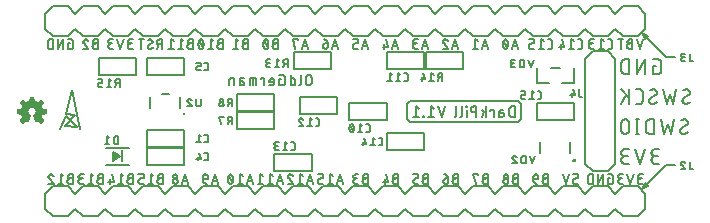
<source format=gbr>
G04 EAGLE Gerber RS-274X export*
G75*
%MOMM*%
%FSLAX34Y34*%
%LPD*%
%INSilkscreen Bottom*%
%IPPOS*%
%AMOC8*
5,1,8,0,0,1.08239X$1,22.5*%
G01*
%ADD10C,0.203200*%
%ADD11C,0.127000*%
%ADD12C,0.152400*%
%ADD13R,0.200000X1.000000*%
%ADD14C,0.254000*%

G36*
X-257744Y-10292D02*
X-257744Y-10292D01*
X-257678Y-10287D01*
X-257660Y-10276D01*
X-257639Y-10271D01*
X-257554Y-10211D01*
X-257530Y-10197D01*
X-257527Y-10192D01*
X-257522Y-10188D01*
X-255322Y-7888D01*
X-255314Y-7875D01*
X-255301Y-7865D01*
X-255270Y-7801D01*
X-255234Y-7739D01*
X-255233Y-7723D01*
X-255226Y-7709D01*
X-255227Y-7638D01*
X-255221Y-7567D01*
X-255228Y-7552D01*
X-255228Y-7536D01*
X-255285Y-7411D01*
X-255287Y-7407D01*
X-255287Y-7406D01*
X-257156Y-4791D01*
X-257153Y-4780D01*
X-257144Y-4767D01*
X-257133Y-4709D01*
X-257124Y-4688D01*
X-257124Y-4666D01*
X-257118Y-4633D01*
X-257117Y-4628D01*
X-257117Y-4627D01*
X-257117Y-4626D01*
X-257117Y-4616D01*
X-257084Y-4551D01*
X-257028Y-4494D01*
X-257017Y-4476D01*
X-257005Y-4467D01*
X-256997Y-4449D01*
X-256957Y-4396D01*
X-256884Y-4251D01*
X-256828Y-4194D01*
X-256788Y-4130D01*
X-256744Y-4067D01*
X-256742Y-4055D01*
X-256737Y-4047D01*
X-256733Y-4012D01*
X-256717Y-3926D01*
X-256717Y-3877D01*
X-256688Y-3830D01*
X-256644Y-3767D01*
X-256642Y-3755D01*
X-256637Y-3747D01*
X-256633Y-3712D01*
X-256617Y-3626D01*
X-256617Y-3516D01*
X-256584Y-3451D01*
X-256528Y-3394D01*
X-256488Y-3330D01*
X-256444Y-3267D01*
X-256442Y-3255D01*
X-256437Y-3247D01*
X-256433Y-3212D01*
X-256427Y-3179D01*
X-256424Y-3171D01*
X-256424Y-3163D01*
X-256417Y-3126D01*
X-256417Y-3077D01*
X-256388Y-3030D01*
X-256344Y-2967D01*
X-256342Y-2955D01*
X-256337Y-2947D01*
X-256333Y-2912D01*
X-256317Y-2826D01*
X-256317Y-2716D01*
X-256288Y-2658D01*
X-253032Y-2100D01*
X-253014Y-2093D01*
X-252995Y-2092D01*
X-252935Y-2059D01*
X-252873Y-2033D01*
X-252860Y-2018D01*
X-252843Y-2009D01*
X-252804Y-1953D01*
X-252760Y-1902D01*
X-252755Y-1883D01*
X-252744Y-1867D01*
X-252722Y-1756D01*
X-252717Y-1734D01*
X-252718Y-1730D01*
X-252717Y-1726D01*
X-252717Y1474D01*
X-252721Y1493D01*
X-252719Y1512D01*
X-252730Y1546D01*
X-252731Y1553D01*
X-252736Y1563D01*
X-252741Y1576D01*
X-252756Y1642D01*
X-252769Y1657D01*
X-252775Y1675D01*
X-252823Y1723D01*
X-252866Y1776D01*
X-252884Y1783D01*
X-252898Y1797D01*
X-253004Y1837D01*
X-253024Y1846D01*
X-253028Y1846D01*
X-253032Y1848D01*
X-256244Y2398D01*
X-256255Y2437D01*
X-256256Y2442D01*
X-256257Y2443D01*
X-256317Y2563D01*
X-256317Y2574D01*
X-256320Y2589D01*
X-256318Y2605D01*
X-256338Y2675D01*
X-256338Y2690D01*
X-256346Y2704D01*
X-256355Y2737D01*
X-256356Y2742D01*
X-256357Y2743D01*
X-256417Y2863D01*
X-256417Y2874D01*
X-256420Y2889D01*
X-256418Y2905D01*
X-256455Y3037D01*
X-256456Y3042D01*
X-256457Y3043D01*
X-256617Y3363D01*
X-256617Y3374D01*
X-256620Y3389D01*
X-256618Y3405D01*
X-256655Y3537D01*
X-256656Y3542D01*
X-256657Y3543D01*
X-256757Y3743D01*
X-256780Y3771D01*
X-256817Y3825D01*
X-256817Y3874D01*
X-256834Y3948D01*
X-256848Y4023D01*
X-256854Y4033D01*
X-256856Y4042D01*
X-256879Y4070D01*
X-256928Y4142D01*
X-256984Y4198D01*
X-257057Y4343D01*
X-257080Y4371D01*
X-257117Y4425D01*
X-257117Y4474D01*
X-257134Y4548D01*
X-257138Y4570D01*
X-255284Y7258D01*
X-255278Y7274D01*
X-255266Y7287D01*
X-255246Y7354D01*
X-255221Y7419D01*
X-255222Y7437D01*
X-255217Y7453D01*
X-255230Y7522D01*
X-255236Y7592D01*
X-255245Y7606D01*
X-255248Y7623D01*
X-255319Y7729D01*
X-255326Y7740D01*
X-255327Y7740D01*
X-255328Y7742D01*
X-257528Y9942D01*
X-257542Y9951D01*
X-257553Y9965D01*
X-257615Y9996D01*
X-257675Y10033D01*
X-257692Y10035D01*
X-257707Y10042D01*
X-257778Y10043D01*
X-257847Y10049D01*
X-257863Y10043D01*
X-257880Y10043D01*
X-257998Y9992D01*
X-258009Y9988D01*
X-258010Y9987D01*
X-258011Y9986D01*
X-260710Y8124D01*
X-260728Y8142D01*
X-260793Y8182D01*
X-260855Y8226D01*
X-260867Y8228D01*
X-260875Y8233D01*
X-260910Y8236D01*
X-260996Y8253D01*
X-261046Y8253D01*
X-261058Y8261D01*
X-261126Y8313D01*
X-261271Y8385D01*
X-261328Y8442D01*
X-261393Y8482D01*
X-261455Y8526D01*
X-261467Y8528D01*
X-261475Y8533D01*
X-261510Y8536D01*
X-261596Y8553D01*
X-261646Y8553D01*
X-261658Y8561D01*
X-261726Y8613D01*
X-261926Y8713D01*
X-261942Y8717D01*
X-261955Y8726D01*
X-262089Y8752D01*
X-262095Y8753D01*
X-262096Y8753D01*
X-262106Y8753D01*
X-262226Y8813D01*
X-262242Y8817D01*
X-262255Y8826D01*
X-262389Y8852D01*
X-262395Y8853D01*
X-262396Y8853D01*
X-262446Y8853D01*
X-262493Y8882D01*
X-262555Y8926D01*
X-262567Y8928D01*
X-262575Y8933D01*
X-262610Y8936D01*
X-262696Y8953D01*
X-262806Y8953D01*
X-262864Y8982D01*
X-263422Y12238D01*
X-263430Y12256D01*
X-263431Y12275D01*
X-263463Y12334D01*
X-263490Y12397D01*
X-263504Y12410D01*
X-263514Y12427D01*
X-263569Y12466D01*
X-263621Y12510D01*
X-263640Y12515D01*
X-263655Y12526D01*
X-263766Y12547D01*
X-263788Y12553D01*
X-263792Y12552D01*
X-263796Y12553D01*
X-266996Y12553D01*
X-267015Y12549D01*
X-267034Y12551D01*
X-267098Y12529D01*
X-267164Y12513D01*
X-267179Y12501D01*
X-267198Y12495D01*
X-267246Y12447D01*
X-267298Y12403D01*
X-267306Y12386D01*
X-267319Y12372D01*
X-267359Y12266D01*
X-267368Y12245D01*
X-267368Y12242D01*
X-267370Y12238D01*
X-267920Y9026D01*
X-267959Y9015D01*
X-267964Y9013D01*
X-267965Y9013D01*
X-267966Y9013D01*
X-268086Y8953D01*
X-268096Y8953D01*
X-268112Y8949D01*
X-268128Y8952D01*
X-268259Y8915D01*
X-268264Y8913D01*
X-268265Y8913D01*
X-268266Y8913D01*
X-268386Y8853D01*
X-268396Y8853D01*
X-268412Y8849D01*
X-268428Y8852D01*
X-268559Y8815D01*
X-268564Y8813D01*
X-268565Y8813D01*
X-268566Y8813D01*
X-268686Y8753D01*
X-268796Y8753D01*
X-268870Y8736D01*
X-268946Y8722D01*
X-268955Y8716D01*
X-268964Y8713D01*
X-268992Y8691D01*
X-269064Y8642D01*
X-269121Y8585D01*
X-269186Y8553D01*
X-269196Y8553D01*
X-269212Y8549D01*
X-269228Y8552D01*
X-269359Y8515D01*
X-269364Y8513D01*
X-269365Y8513D01*
X-269366Y8513D01*
X-269566Y8413D01*
X-269593Y8390D01*
X-269664Y8342D01*
X-269721Y8285D01*
X-269786Y8253D01*
X-269796Y8253D01*
X-269812Y8249D01*
X-269828Y8252D01*
X-269959Y8215D01*
X-269964Y8213D01*
X-269965Y8213D01*
X-269966Y8213D01*
X-270107Y8142D01*
X-272781Y9986D01*
X-272793Y9991D01*
X-272802Y10000D01*
X-272873Y10022D01*
X-272942Y10049D01*
X-272955Y10048D01*
X-272967Y10052D01*
X-273040Y10040D01*
X-273114Y10034D01*
X-273125Y10027D01*
X-273138Y10025D01*
X-273258Y9948D01*
X-275558Y7748D01*
X-275572Y7726D01*
X-275592Y7710D01*
X-275619Y7654D01*
X-275653Y7603D01*
X-275656Y7577D01*
X-275667Y7554D01*
X-275666Y7492D01*
X-275673Y7431D01*
X-275664Y7407D01*
X-275664Y7381D01*
X-275626Y7301D01*
X-275615Y7268D01*
X-275608Y7262D01*
X-275603Y7251D01*
X-273668Y4578D01*
X-273708Y4498D01*
X-273764Y4442D01*
X-273804Y4377D01*
X-273848Y4314D01*
X-273850Y4303D01*
X-273855Y4295D01*
X-273859Y4260D01*
X-273875Y4174D01*
X-273875Y4124D01*
X-273883Y4111D01*
X-273935Y4043D01*
X-274008Y3898D01*
X-274064Y3842D01*
X-274104Y3777D01*
X-274148Y3714D01*
X-274150Y3703D01*
X-274155Y3695D01*
X-274159Y3660D01*
X-274175Y3574D01*
X-274175Y3524D01*
X-274204Y3477D01*
X-274248Y3414D01*
X-274250Y3403D01*
X-274255Y3395D01*
X-274259Y3360D01*
X-274275Y3274D01*
X-274275Y3163D01*
X-274308Y3098D01*
X-274364Y3042D01*
X-274404Y2977D01*
X-274448Y2914D01*
X-274450Y2903D01*
X-274455Y2895D01*
X-274459Y2860D01*
X-274475Y2774D01*
X-274475Y2724D01*
X-274504Y2677D01*
X-274548Y2614D01*
X-274550Y2603D01*
X-274555Y2595D01*
X-274559Y2560D01*
X-274575Y2474D01*
X-274575Y2395D01*
X-277858Y1848D01*
X-277877Y1840D01*
X-277897Y1839D01*
X-277956Y1807D01*
X-278018Y1781D01*
X-278031Y1766D01*
X-278049Y1756D01*
X-278088Y1701D01*
X-278132Y1651D01*
X-278137Y1631D01*
X-278148Y1614D01*
X-278164Y1533D01*
X-278168Y1523D01*
X-278168Y1512D01*
X-278169Y1508D01*
X-278175Y1483D01*
X-278174Y1479D01*
X-278175Y1474D01*
X-278175Y-1726D01*
X-278171Y-1745D01*
X-278173Y-1764D01*
X-278151Y-1829D01*
X-278136Y-1895D01*
X-278123Y-1910D01*
X-278117Y-1928D01*
X-278069Y-1976D01*
X-278026Y-2028D01*
X-278008Y-2036D01*
X-277994Y-2050D01*
X-277888Y-2090D01*
X-277868Y-2099D01*
X-277864Y-2099D01*
X-277860Y-2100D01*
X-274572Y-2664D01*
X-274537Y-2789D01*
X-274536Y-2795D01*
X-274535Y-2795D01*
X-274535Y-2796D01*
X-274475Y-2916D01*
X-274475Y-2926D01*
X-274472Y-2942D01*
X-274474Y-2958D01*
X-274437Y-3089D01*
X-274436Y-3095D01*
X-274435Y-3095D01*
X-274435Y-3096D01*
X-274375Y-3216D01*
X-274375Y-3226D01*
X-274372Y-3242D01*
X-274374Y-3258D01*
X-274337Y-3389D01*
X-274336Y-3395D01*
X-274335Y-3395D01*
X-274335Y-3396D01*
X-274175Y-3716D01*
X-274175Y-3726D01*
X-274172Y-3742D01*
X-274174Y-3758D01*
X-274137Y-3889D01*
X-274136Y-3895D01*
X-274135Y-3895D01*
X-274135Y-3896D01*
X-274035Y-4096D01*
X-274012Y-4124D01*
X-273964Y-4194D01*
X-273908Y-4251D01*
X-273875Y-4316D01*
X-273875Y-4326D01*
X-273872Y-4342D01*
X-273874Y-4358D01*
X-273837Y-4489D01*
X-273836Y-4495D01*
X-273835Y-4495D01*
X-273835Y-4496D01*
X-273735Y-4696D01*
X-273712Y-4724D01*
X-273664Y-4794D01*
X-273654Y-4805D01*
X-275599Y-7399D01*
X-275609Y-7421D01*
X-275626Y-7440D01*
X-275644Y-7500D01*
X-275669Y-7557D01*
X-275668Y-7582D01*
X-275675Y-7606D01*
X-275664Y-7667D01*
X-275661Y-7730D01*
X-275649Y-7752D01*
X-275644Y-7776D01*
X-275593Y-7851D01*
X-275577Y-7881D01*
X-275570Y-7886D01*
X-275564Y-7894D01*
X-273264Y-10194D01*
X-273250Y-10203D01*
X-273239Y-10217D01*
X-273177Y-10249D01*
X-273117Y-10286D01*
X-273100Y-10287D01*
X-273085Y-10295D01*
X-273015Y-10295D01*
X-272945Y-10302D01*
X-272929Y-10296D01*
X-272912Y-10296D01*
X-272794Y-10244D01*
X-272783Y-10240D01*
X-272782Y-10239D01*
X-272781Y-10239D01*
X-270082Y-8377D01*
X-270064Y-8394D01*
X-269999Y-8435D01*
X-269937Y-8479D01*
X-269925Y-8481D01*
X-269917Y-8486D01*
X-269882Y-8489D01*
X-269867Y-8492D01*
X-269864Y-8494D01*
X-269799Y-8535D01*
X-269737Y-8579D01*
X-269725Y-8581D01*
X-269717Y-8586D01*
X-269682Y-8589D01*
X-269596Y-8606D01*
X-269546Y-8606D01*
X-269499Y-8635D01*
X-269437Y-8679D01*
X-269425Y-8681D01*
X-269417Y-8686D01*
X-269382Y-8689D01*
X-269367Y-8692D01*
X-269364Y-8694D01*
X-269299Y-8735D01*
X-269237Y-8779D01*
X-269225Y-8781D01*
X-269217Y-8786D01*
X-269182Y-8789D01*
X-269167Y-8792D01*
X-269164Y-8794D01*
X-269099Y-8835D01*
X-269037Y-8879D01*
X-269025Y-8881D01*
X-269017Y-8886D01*
X-268982Y-8889D01*
X-268953Y-8895D01*
X-268926Y-8928D01*
X-268907Y-8937D01*
X-268892Y-8951D01*
X-268829Y-8971D01*
X-268768Y-8999D01*
X-268747Y-8998D01*
X-268728Y-9004D01*
X-268662Y-8994D01*
X-268595Y-8992D01*
X-268577Y-8982D01*
X-268557Y-8979D01*
X-268502Y-8941D01*
X-268443Y-8909D01*
X-268431Y-8892D01*
X-268415Y-8881D01*
X-268358Y-8788D01*
X-268344Y-8767D01*
X-268343Y-8762D01*
X-268340Y-8758D01*
X-266340Y-3358D01*
X-266337Y-3327D01*
X-266324Y-3299D01*
X-266326Y-3243D01*
X-266319Y-3186D01*
X-266329Y-3157D01*
X-266330Y-3126D01*
X-266357Y-3076D01*
X-266376Y-3023D01*
X-266398Y-3001D01*
X-266413Y-2974D01*
X-266473Y-2928D01*
X-266500Y-2902D01*
X-266513Y-2898D01*
X-266526Y-2887D01*
X-267071Y-2615D01*
X-267228Y-2458D01*
X-267258Y-2439D01*
X-267326Y-2387D01*
X-267471Y-2315D01*
X-267784Y-2002D01*
X-267857Y-1857D01*
X-267880Y-1829D01*
X-267928Y-1758D01*
X-268084Y-1602D01*
X-268145Y-1481D01*
X-268236Y-1206D01*
X-268248Y-1187D01*
X-268257Y-1157D01*
X-268317Y-1037D01*
X-268317Y-926D01*
X-268325Y-891D01*
X-268336Y-806D01*
X-268417Y-565D01*
X-268417Y212D01*
X-268336Y454D01*
X-268333Y490D01*
X-268317Y574D01*
X-268317Y759D01*
X-268180Y963D01*
X-268167Y998D01*
X-268136Y1054D01*
X-268052Y1306D01*
X-267701Y1832D01*
X-267355Y2179D01*
X-266828Y2530D01*
X-266576Y2614D01*
X-266558Y2625D01*
X-266544Y2628D01*
X-266531Y2639D01*
X-266486Y2658D01*
X-266281Y2794D01*
X-266096Y2794D01*
X-266061Y2803D01*
X-265976Y2814D01*
X-265734Y2894D01*
X-265143Y2894D01*
X-264788Y2806D01*
X-264752Y2805D01*
X-264696Y2794D01*
X-264511Y2794D01*
X-264306Y2658D01*
X-264271Y2645D01*
X-264222Y2617D01*
X-264220Y2616D01*
X-264219Y2616D01*
X-264216Y2614D01*
X-263964Y2530D01*
X-263738Y2379D01*
X-263564Y2206D01*
X-263538Y2189D01*
X-263506Y2158D01*
X-263238Y1979D01*
X-263091Y1832D01*
X-262740Y1306D01*
X-262375Y212D01*
X-262375Y-265D01*
X-262456Y-506D01*
X-262459Y-542D01*
X-262475Y-626D01*
X-262475Y-837D01*
X-262635Y-1157D01*
X-262641Y-1179D01*
X-262656Y-1206D01*
X-262747Y-1481D01*
X-262908Y-1802D01*
X-263064Y-1958D01*
X-263083Y-1989D01*
X-263135Y-2057D01*
X-263208Y-2202D01*
X-263321Y-2315D01*
X-263466Y-2387D01*
X-263493Y-2410D01*
X-263564Y-2458D01*
X-263721Y-2615D01*
X-264042Y-2775D01*
X-264316Y-2867D01*
X-264365Y-2897D01*
X-264418Y-2919D01*
X-264438Y-2941D01*
X-264463Y-2957D01*
X-264494Y-3006D01*
X-264531Y-3049D01*
X-264539Y-3078D01*
X-264555Y-3104D01*
X-264561Y-3161D01*
X-264575Y-3217D01*
X-264569Y-3251D01*
X-264572Y-3276D01*
X-264560Y-3308D01*
X-264552Y-3358D01*
X-262552Y-8758D01*
X-262526Y-8796D01*
X-262510Y-8839D01*
X-262479Y-8867D01*
X-262456Y-8902D01*
X-262416Y-8925D01*
X-262383Y-8956D01*
X-262343Y-8968D01*
X-262306Y-8989D01*
X-262261Y-8992D01*
X-262217Y-9005D01*
X-262176Y-8998D01*
X-262134Y-9000D01*
X-262091Y-8983D01*
X-262046Y-8975D01*
X-262005Y-8947D01*
X-261974Y-8934D01*
X-261957Y-8914D01*
X-261944Y-8906D01*
X-261896Y-8906D01*
X-261822Y-8888D01*
X-261746Y-8875D01*
X-261737Y-8868D01*
X-261728Y-8866D01*
X-261700Y-8843D01*
X-261628Y-8794D01*
X-261621Y-8788D01*
X-261546Y-8775D01*
X-261537Y-8768D01*
X-261528Y-8766D01*
X-261500Y-8743D01*
X-261428Y-8694D01*
X-261421Y-8688D01*
X-261346Y-8675D01*
X-261337Y-8668D01*
X-261328Y-8666D01*
X-261300Y-8643D01*
X-261228Y-8594D01*
X-261221Y-8588D01*
X-261146Y-8575D01*
X-261137Y-8568D01*
X-261128Y-8566D01*
X-261100Y-8543D01*
X-261028Y-8494D01*
X-261021Y-8488D01*
X-260946Y-8475D01*
X-260937Y-8468D01*
X-260928Y-8466D01*
X-260900Y-8443D01*
X-260828Y-8394D01*
X-260821Y-8388D01*
X-260746Y-8375D01*
X-260737Y-8368D01*
X-260728Y-8366D01*
X-260727Y-8366D01*
X-258011Y-10239D01*
X-257991Y-10246D01*
X-257975Y-10260D01*
X-257912Y-10278D01*
X-257850Y-10302D01*
X-257829Y-10300D01*
X-257808Y-10305D01*
X-257744Y-10292D01*
G37*
G36*
X-194995Y-41107D02*
X-194995Y-41107D01*
X-194924Y-41109D01*
X-194854Y-41090D01*
X-194783Y-41082D01*
X-194728Y-41057D01*
X-194649Y-41037D01*
X-194546Y-40976D01*
X-194477Y-40945D01*
X-191477Y-38945D01*
X-191390Y-38868D01*
X-191300Y-38795D01*
X-191285Y-38773D01*
X-191265Y-38755D01*
X-191203Y-38658D01*
X-191136Y-38563D01*
X-191128Y-38537D01*
X-191113Y-38515D01*
X-191081Y-38404D01*
X-191043Y-38294D01*
X-191042Y-38267D01*
X-191035Y-38242D01*
X-191035Y-38126D01*
X-191029Y-38010D01*
X-191035Y-37984D01*
X-191035Y-37957D01*
X-191067Y-37846D01*
X-191093Y-37733D01*
X-191106Y-37710D01*
X-191114Y-37684D01*
X-191176Y-37586D01*
X-191232Y-37485D01*
X-191250Y-37469D01*
X-191265Y-37444D01*
X-191473Y-37259D01*
X-191477Y-37255D01*
X-194477Y-35255D01*
X-194541Y-35224D01*
X-194601Y-35185D01*
X-194669Y-35163D01*
X-194733Y-35132D01*
X-194804Y-35120D01*
X-194872Y-35099D01*
X-194943Y-35097D01*
X-195014Y-35085D01*
X-195085Y-35093D01*
X-195156Y-35091D01*
X-195225Y-35109D01*
X-195296Y-35118D01*
X-195362Y-35145D01*
X-195431Y-35163D01*
X-195492Y-35200D01*
X-195558Y-35227D01*
X-195614Y-35272D01*
X-195676Y-35309D01*
X-195725Y-35360D01*
X-195780Y-35405D01*
X-195821Y-35464D01*
X-195870Y-35516D01*
X-195903Y-35579D01*
X-195944Y-35637D01*
X-195967Y-35705D01*
X-196000Y-35769D01*
X-196010Y-35828D01*
X-196037Y-35906D01*
X-196043Y-36025D01*
X-196055Y-36100D01*
X-196055Y-40100D01*
X-196045Y-40171D01*
X-196045Y-40243D01*
X-196025Y-40311D01*
X-196015Y-40382D01*
X-195986Y-40447D01*
X-195966Y-40516D01*
X-195928Y-40576D01*
X-195899Y-40641D01*
X-195853Y-40696D01*
X-195815Y-40756D01*
X-195762Y-40804D01*
X-195716Y-40858D01*
X-195656Y-40898D01*
X-195602Y-40945D01*
X-195538Y-40976D01*
X-195479Y-41016D01*
X-195411Y-41037D01*
X-195346Y-41068D01*
X-195276Y-41080D01*
X-195208Y-41101D01*
X-195136Y-41103D01*
X-195066Y-41115D01*
X-194995Y-41107D01*
G37*
G36*
X193676Y-43191D02*
X193676Y-43191D01*
X193677Y-43192D01*
X194087Y-43138D01*
X194089Y-43136D01*
X194090Y-43137D01*
X194473Y-42978D01*
X194474Y-42976D01*
X194476Y-42977D01*
X194805Y-42725D01*
X194805Y-42722D01*
X194807Y-42722D01*
X195059Y-42394D01*
X195059Y-42391D01*
X195061Y-42391D01*
X195219Y-42008D01*
X195219Y-42006D01*
X195220Y-42005D01*
X195221Y-41997D01*
X195229Y-41937D01*
X195240Y-41853D01*
X195248Y-41793D01*
X195251Y-41769D01*
X195259Y-41709D01*
X195262Y-41685D01*
X195270Y-41626D01*
X195273Y-41602D01*
X195274Y-41594D01*
X195273Y-41592D01*
X195274Y-41591D01*
X195220Y-41180D01*
X195219Y-41179D01*
X195219Y-41177D01*
X195061Y-40794D01*
X195059Y-40793D01*
X195059Y-40791D01*
X194807Y-40463D01*
X194805Y-40462D01*
X194805Y-40461D01*
X194476Y-40208D01*
X194474Y-40208D01*
X194473Y-40207D01*
X194090Y-40048D01*
X194088Y-40049D01*
X194087Y-40047D01*
X193677Y-39993D01*
X193675Y-39994D01*
X193673Y-39993D01*
X193263Y-40047D01*
X193261Y-40049D01*
X193260Y-40048D01*
X192877Y-40207D01*
X192876Y-40209D01*
X192874Y-40208D01*
X192545Y-40461D01*
X192545Y-40463D01*
X192543Y-40463D01*
X192291Y-40791D01*
X192291Y-40794D01*
X192289Y-40794D01*
X192131Y-41177D01*
X192131Y-41179D01*
X192130Y-41180D01*
X192127Y-41204D01*
X192119Y-41263D01*
X192119Y-41264D01*
X192108Y-41347D01*
X192100Y-41407D01*
X192097Y-41431D01*
X192089Y-41491D01*
X192086Y-41515D01*
X192078Y-41575D01*
X192076Y-41591D01*
X192077Y-41593D01*
X192076Y-41594D01*
X192130Y-42005D01*
X192131Y-42006D01*
X192131Y-42008D01*
X192289Y-42391D01*
X192291Y-42392D01*
X192291Y-42394D01*
X192543Y-42722D01*
X192545Y-42723D01*
X192545Y-42725D01*
X192874Y-42977D01*
X192876Y-42977D01*
X192877Y-42978D01*
X193260Y-43137D01*
X193262Y-43136D01*
X193263Y-43138D01*
X193673Y-43192D01*
X193674Y-43191D01*
X193675Y-43192D01*
X193676Y-43191D01*
G37*
D10*
X-224790Y-15240D02*
X-231140Y17780D01*
X-236982Y-2540D01*
X-228600Y-3302D01*
X-237744Y-12446D01*
X-227584Y-13208D01*
X-236474Y-4064D01*
X-241300Y-15240D01*
X260736Y38777D02*
X262768Y38777D01*
X260736Y38777D02*
X260736Y32004D01*
X264800Y32004D01*
X264901Y32006D01*
X265002Y32012D01*
X265103Y32021D01*
X265204Y32034D01*
X265304Y32051D01*
X265403Y32072D01*
X265501Y32096D01*
X265598Y32124D01*
X265695Y32156D01*
X265790Y32191D01*
X265883Y32230D01*
X265975Y32272D01*
X266066Y32318D01*
X266155Y32367D01*
X266241Y32419D01*
X266326Y32475D01*
X266409Y32533D01*
X266489Y32595D01*
X266567Y32660D01*
X266643Y32727D01*
X266716Y32797D01*
X266786Y32870D01*
X266853Y32946D01*
X266918Y33024D01*
X266980Y33104D01*
X267038Y33187D01*
X267094Y33272D01*
X267146Y33358D01*
X267195Y33447D01*
X267241Y33538D01*
X267283Y33630D01*
X267322Y33723D01*
X267357Y33818D01*
X267389Y33915D01*
X267417Y34012D01*
X267441Y34110D01*
X267462Y34209D01*
X267479Y34309D01*
X267492Y34410D01*
X267501Y34511D01*
X267507Y34612D01*
X267509Y34713D01*
X267509Y41487D01*
X267507Y41588D01*
X267501Y41689D01*
X267492Y41790D01*
X267479Y41891D01*
X267462Y41991D01*
X267441Y42090D01*
X267417Y42188D01*
X267389Y42285D01*
X267357Y42382D01*
X267322Y42477D01*
X267283Y42570D01*
X267241Y42662D01*
X267195Y42753D01*
X267146Y42842D01*
X267094Y42928D01*
X267038Y43013D01*
X266980Y43096D01*
X266918Y43176D01*
X266853Y43254D01*
X266786Y43330D01*
X266716Y43403D01*
X266643Y43473D01*
X266567Y43540D01*
X266489Y43605D01*
X266409Y43667D01*
X266326Y43725D01*
X266241Y43781D01*
X266155Y43833D01*
X266066Y43882D01*
X265975Y43928D01*
X265883Y43970D01*
X265790Y44009D01*
X265695Y44044D01*
X265598Y44076D01*
X265501Y44104D01*
X265403Y44128D01*
X265304Y44149D01*
X265204Y44166D01*
X265103Y44179D01*
X265002Y44188D01*
X264901Y44194D01*
X264800Y44196D01*
X260736Y44196D01*
X253854Y44196D02*
X253854Y32004D01*
X247081Y32004D02*
X253854Y44196D01*
X247081Y44196D02*
X247081Y32004D01*
X240199Y32004D02*
X240199Y44196D01*
X236813Y44196D01*
X236697Y44194D01*
X236582Y44188D01*
X236467Y44178D01*
X236352Y44164D01*
X236238Y44147D01*
X236124Y44125D01*
X236011Y44100D01*
X235899Y44070D01*
X235788Y44037D01*
X235679Y44000D01*
X235570Y43960D01*
X235464Y43916D01*
X235358Y43868D01*
X235255Y43816D01*
X235153Y43761D01*
X235053Y43703D01*
X234955Y43641D01*
X234860Y43576D01*
X234766Y43508D01*
X234676Y43436D01*
X234587Y43362D01*
X234501Y43284D01*
X234418Y43204D01*
X234338Y43121D01*
X234260Y43035D01*
X234186Y42946D01*
X234114Y42856D01*
X234046Y42762D01*
X233981Y42667D01*
X233919Y42569D01*
X233861Y42469D01*
X233806Y42367D01*
X233754Y42264D01*
X233706Y42158D01*
X233662Y42052D01*
X233622Y41943D01*
X233585Y41834D01*
X233552Y41723D01*
X233522Y41611D01*
X233497Y41498D01*
X233475Y41384D01*
X233458Y41270D01*
X233444Y41155D01*
X233434Y41040D01*
X233428Y40925D01*
X233426Y40809D01*
X233426Y35391D01*
X233428Y35275D01*
X233434Y35160D01*
X233444Y35045D01*
X233458Y34930D01*
X233475Y34816D01*
X233497Y34702D01*
X233522Y34589D01*
X233552Y34477D01*
X233585Y34366D01*
X233622Y34257D01*
X233662Y34148D01*
X233706Y34042D01*
X233754Y33936D01*
X233806Y33833D01*
X233861Y33731D01*
X233919Y33631D01*
X233981Y33533D01*
X234046Y33438D01*
X234114Y33344D01*
X234186Y33254D01*
X234260Y33165D01*
X234338Y33079D01*
X234418Y32996D01*
X234501Y32916D01*
X234587Y32838D01*
X234676Y32764D01*
X234766Y32692D01*
X234860Y32624D01*
X234955Y32559D01*
X235053Y32497D01*
X235153Y32439D01*
X235255Y32384D01*
X235358Y32332D01*
X235464Y32284D01*
X235570Y32240D01*
X235679Y32200D01*
X235788Y32163D01*
X235899Y32130D01*
X236011Y32100D01*
X236124Y32075D01*
X236238Y32053D01*
X236352Y32036D01*
X236467Y32022D01*
X236582Y32012D01*
X236697Y32006D01*
X236813Y32004D01*
X240199Y32004D01*
X285324Y9313D02*
X285326Y9212D01*
X285332Y9111D01*
X285341Y9010D01*
X285354Y8909D01*
X285371Y8809D01*
X285392Y8710D01*
X285416Y8612D01*
X285444Y8515D01*
X285476Y8418D01*
X285511Y8323D01*
X285550Y8230D01*
X285592Y8138D01*
X285638Y8047D01*
X285687Y7958D01*
X285739Y7872D01*
X285795Y7787D01*
X285853Y7704D01*
X285915Y7624D01*
X285980Y7546D01*
X286047Y7470D01*
X286117Y7397D01*
X286190Y7327D01*
X286266Y7260D01*
X286344Y7195D01*
X286424Y7133D01*
X286507Y7075D01*
X286592Y7019D01*
X286679Y6967D01*
X286767Y6918D01*
X286858Y6872D01*
X286950Y6830D01*
X287043Y6791D01*
X287138Y6756D01*
X287235Y6724D01*
X287332Y6696D01*
X287430Y6672D01*
X287529Y6651D01*
X287629Y6634D01*
X287730Y6621D01*
X287831Y6612D01*
X287932Y6606D01*
X288033Y6604D01*
X288184Y6606D01*
X288334Y6612D01*
X288484Y6622D01*
X288634Y6636D01*
X288784Y6653D01*
X288933Y6675D01*
X289082Y6701D01*
X289229Y6730D01*
X289376Y6764D01*
X289522Y6801D01*
X289667Y6842D01*
X289811Y6887D01*
X289953Y6936D01*
X290095Y6988D01*
X290235Y7044D01*
X290373Y7104D01*
X290509Y7167D01*
X290644Y7234D01*
X290778Y7305D01*
X290909Y7379D01*
X291038Y7456D01*
X291165Y7537D01*
X291290Y7621D01*
X291413Y7708D01*
X291533Y7799D01*
X291651Y7893D01*
X291767Y7989D01*
X291880Y8089D01*
X291990Y8192D01*
X292097Y8297D01*
X291758Y16087D02*
X291756Y16188D01*
X291750Y16289D01*
X291741Y16390D01*
X291728Y16491D01*
X291711Y16591D01*
X291690Y16690D01*
X291666Y16788D01*
X291638Y16885D01*
X291606Y16982D01*
X291571Y17077D01*
X291532Y17170D01*
X291490Y17262D01*
X291444Y17353D01*
X291395Y17442D01*
X291343Y17528D01*
X291287Y17613D01*
X291229Y17696D01*
X291167Y17776D01*
X291102Y17854D01*
X291035Y17930D01*
X290965Y18003D01*
X290892Y18073D01*
X290816Y18140D01*
X290738Y18205D01*
X290658Y18267D01*
X290575Y18325D01*
X290490Y18381D01*
X290404Y18433D01*
X290315Y18482D01*
X290224Y18528D01*
X290132Y18570D01*
X290039Y18609D01*
X289944Y18644D01*
X289847Y18676D01*
X289750Y18704D01*
X289652Y18728D01*
X289553Y18749D01*
X289453Y18766D01*
X289352Y18779D01*
X289251Y18788D01*
X289150Y18794D01*
X289049Y18796D01*
X288907Y18794D01*
X288765Y18788D01*
X288623Y18778D01*
X288482Y18764D01*
X288341Y18746D01*
X288200Y18725D01*
X288060Y18699D01*
X287921Y18669D01*
X287783Y18636D01*
X287646Y18598D01*
X287510Y18557D01*
X287375Y18512D01*
X287242Y18464D01*
X287110Y18411D01*
X286979Y18355D01*
X286850Y18295D01*
X286723Y18232D01*
X286597Y18165D01*
X286474Y18095D01*
X286352Y18021D01*
X286233Y17944D01*
X286116Y17864D01*
X286001Y17780D01*
X290403Y13716D02*
X290490Y13769D01*
X290575Y13826D01*
X290658Y13886D01*
X290738Y13949D01*
X290816Y14014D01*
X290892Y14083D01*
X290965Y14154D01*
X291035Y14228D01*
X291103Y14305D01*
X291167Y14384D01*
X291229Y14465D01*
X291288Y14548D01*
X291343Y14634D01*
X291395Y14722D01*
X291444Y14811D01*
X291490Y14902D01*
X291532Y14995D01*
X291571Y15090D01*
X291606Y15186D01*
X291638Y15283D01*
X291666Y15381D01*
X291690Y15480D01*
X291711Y15580D01*
X291728Y15680D01*
X291741Y15781D01*
X291750Y15883D01*
X291756Y15985D01*
X291758Y16087D01*
X286678Y11684D02*
X286591Y11631D01*
X286506Y11574D01*
X286423Y11514D01*
X286343Y11451D01*
X286265Y11386D01*
X286189Y11317D01*
X286116Y11246D01*
X286046Y11172D01*
X285978Y11095D01*
X285914Y11016D01*
X285852Y10935D01*
X285793Y10852D01*
X285738Y10766D01*
X285686Y10678D01*
X285637Y10589D01*
X285591Y10498D01*
X285549Y10405D01*
X285510Y10310D01*
X285475Y10214D01*
X285443Y10117D01*
X285415Y10019D01*
X285391Y9920D01*
X285370Y9820D01*
X285353Y9720D01*
X285340Y9619D01*
X285331Y9517D01*
X285325Y9415D01*
X285323Y9313D01*
X286678Y11684D02*
X290403Y13716D01*
X280047Y18796D02*
X277338Y6604D01*
X274628Y14732D01*
X271919Y6604D01*
X269210Y18796D01*
X257160Y9313D02*
X257162Y9212D01*
X257168Y9111D01*
X257177Y9010D01*
X257190Y8909D01*
X257207Y8809D01*
X257228Y8710D01*
X257252Y8612D01*
X257280Y8515D01*
X257312Y8418D01*
X257347Y8323D01*
X257386Y8230D01*
X257428Y8138D01*
X257474Y8047D01*
X257523Y7958D01*
X257575Y7872D01*
X257631Y7787D01*
X257689Y7704D01*
X257751Y7624D01*
X257816Y7546D01*
X257883Y7470D01*
X257953Y7397D01*
X258026Y7327D01*
X258102Y7260D01*
X258180Y7195D01*
X258260Y7133D01*
X258343Y7075D01*
X258428Y7019D01*
X258515Y6967D01*
X258603Y6918D01*
X258694Y6872D01*
X258786Y6830D01*
X258879Y6791D01*
X258974Y6756D01*
X259071Y6724D01*
X259168Y6696D01*
X259266Y6672D01*
X259365Y6651D01*
X259465Y6634D01*
X259566Y6621D01*
X259667Y6612D01*
X259768Y6606D01*
X259869Y6604D01*
X260020Y6606D01*
X260170Y6612D01*
X260320Y6622D01*
X260470Y6636D01*
X260620Y6653D01*
X260769Y6675D01*
X260918Y6701D01*
X261065Y6730D01*
X261212Y6764D01*
X261358Y6801D01*
X261503Y6842D01*
X261647Y6887D01*
X261789Y6936D01*
X261931Y6988D01*
X262071Y7044D01*
X262209Y7104D01*
X262345Y7167D01*
X262480Y7234D01*
X262614Y7305D01*
X262745Y7379D01*
X262874Y7456D01*
X263001Y7537D01*
X263126Y7621D01*
X263249Y7708D01*
X263369Y7799D01*
X263487Y7893D01*
X263603Y7989D01*
X263716Y8089D01*
X263826Y8192D01*
X263933Y8297D01*
X263594Y16087D02*
X263592Y16188D01*
X263586Y16289D01*
X263577Y16390D01*
X263564Y16491D01*
X263547Y16591D01*
X263526Y16690D01*
X263502Y16788D01*
X263474Y16885D01*
X263442Y16982D01*
X263407Y17077D01*
X263368Y17170D01*
X263326Y17262D01*
X263280Y17353D01*
X263231Y17442D01*
X263179Y17528D01*
X263123Y17613D01*
X263065Y17696D01*
X263003Y17776D01*
X262938Y17854D01*
X262871Y17930D01*
X262801Y18003D01*
X262728Y18073D01*
X262652Y18140D01*
X262574Y18205D01*
X262494Y18267D01*
X262411Y18325D01*
X262326Y18381D01*
X262240Y18433D01*
X262151Y18482D01*
X262060Y18528D01*
X261968Y18570D01*
X261875Y18609D01*
X261780Y18644D01*
X261683Y18676D01*
X261586Y18704D01*
X261488Y18728D01*
X261389Y18749D01*
X261289Y18766D01*
X261188Y18779D01*
X261087Y18788D01*
X260986Y18794D01*
X260885Y18796D01*
X260743Y18794D01*
X260601Y18788D01*
X260459Y18778D01*
X260318Y18764D01*
X260177Y18746D01*
X260036Y18725D01*
X259896Y18699D01*
X259757Y18669D01*
X259619Y18636D01*
X259482Y18598D01*
X259346Y18557D01*
X259211Y18512D01*
X259078Y18464D01*
X258946Y18411D01*
X258815Y18355D01*
X258686Y18295D01*
X258559Y18232D01*
X258433Y18165D01*
X258310Y18095D01*
X258188Y18021D01*
X258069Y17944D01*
X257952Y17864D01*
X257837Y17780D01*
X262240Y13716D02*
X262327Y13769D01*
X262412Y13826D01*
X262495Y13886D01*
X262575Y13949D01*
X262653Y14014D01*
X262729Y14083D01*
X262802Y14154D01*
X262872Y14228D01*
X262940Y14305D01*
X263004Y14384D01*
X263066Y14465D01*
X263125Y14548D01*
X263180Y14634D01*
X263232Y14722D01*
X263281Y14811D01*
X263327Y14902D01*
X263369Y14995D01*
X263408Y15090D01*
X263443Y15186D01*
X263475Y15283D01*
X263503Y15381D01*
X263527Y15480D01*
X263548Y15580D01*
X263565Y15680D01*
X263578Y15781D01*
X263587Y15883D01*
X263593Y15985D01*
X263595Y16087D01*
X258514Y11684D02*
X258427Y11631D01*
X258342Y11574D01*
X258259Y11514D01*
X258179Y11451D01*
X258101Y11386D01*
X258025Y11317D01*
X257952Y11246D01*
X257882Y11172D01*
X257814Y11095D01*
X257750Y11016D01*
X257688Y10935D01*
X257629Y10852D01*
X257574Y10766D01*
X257522Y10678D01*
X257473Y10589D01*
X257427Y10498D01*
X257385Y10405D01*
X257346Y10310D01*
X257311Y10214D01*
X257279Y10117D01*
X257251Y10019D01*
X257227Y9920D01*
X257206Y9820D01*
X257189Y9720D01*
X257176Y9619D01*
X257167Y9517D01*
X257161Y9415D01*
X257159Y9313D01*
X258514Y11684D02*
X262240Y13716D01*
X248901Y6604D02*
X246191Y6604D01*
X248901Y6604D02*
X249002Y6606D01*
X249103Y6612D01*
X249204Y6621D01*
X249305Y6634D01*
X249405Y6651D01*
X249504Y6672D01*
X249602Y6696D01*
X249699Y6724D01*
X249796Y6756D01*
X249891Y6791D01*
X249984Y6830D01*
X250076Y6872D01*
X250167Y6918D01*
X250256Y6967D01*
X250342Y7019D01*
X250427Y7075D01*
X250510Y7133D01*
X250590Y7195D01*
X250668Y7260D01*
X250744Y7327D01*
X250817Y7397D01*
X250887Y7470D01*
X250954Y7546D01*
X251019Y7624D01*
X251081Y7704D01*
X251139Y7787D01*
X251195Y7872D01*
X251247Y7958D01*
X251296Y8047D01*
X251342Y8138D01*
X251384Y8230D01*
X251423Y8323D01*
X251458Y8418D01*
X251490Y8515D01*
X251518Y8612D01*
X251542Y8710D01*
X251563Y8809D01*
X251580Y8909D01*
X251593Y9010D01*
X251602Y9111D01*
X251608Y9212D01*
X251610Y9313D01*
X251610Y16087D01*
X251608Y16188D01*
X251602Y16289D01*
X251593Y16390D01*
X251580Y16491D01*
X251563Y16591D01*
X251542Y16690D01*
X251518Y16788D01*
X251490Y16885D01*
X251458Y16982D01*
X251423Y17077D01*
X251384Y17170D01*
X251342Y17262D01*
X251296Y17353D01*
X251247Y17442D01*
X251195Y17528D01*
X251139Y17613D01*
X251081Y17696D01*
X251019Y17776D01*
X250954Y17854D01*
X250887Y17930D01*
X250817Y18003D01*
X250744Y18073D01*
X250668Y18140D01*
X250590Y18205D01*
X250510Y18267D01*
X250427Y18325D01*
X250342Y18381D01*
X250256Y18433D01*
X250167Y18482D01*
X250076Y18528D01*
X249984Y18570D01*
X249891Y18609D01*
X249796Y18644D01*
X249699Y18676D01*
X249602Y18704D01*
X249504Y18728D01*
X249405Y18749D01*
X249305Y18766D01*
X249204Y18779D01*
X249103Y18788D01*
X249002Y18794D01*
X248901Y18796D01*
X246191Y18796D01*
X240199Y18796D02*
X240199Y6604D01*
X240199Y11345D02*
X233426Y18796D01*
X237490Y14055D02*
X233426Y6604D01*
X283352Y-16087D02*
X283354Y-16188D01*
X283360Y-16289D01*
X283369Y-16390D01*
X283382Y-16491D01*
X283399Y-16591D01*
X283420Y-16690D01*
X283444Y-16788D01*
X283472Y-16885D01*
X283504Y-16982D01*
X283539Y-17077D01*
X283578Y-17170D01*
X283620Y-17262D01*
X283666Y-17353D01*
X283715Y-17442D01*
X283767Y-17528D01*
X283823Y-17613D01*
X283881Y-17696D01*
X283943Y-17776D01*
X284008Y-17854D01*
X284075Y-17930D01*
X284145Y-18003D01*
X284218Y-18073D01*
X284294Y-18140D01*
X284372Y-18205D01*
X284452Y-18267D01*
X284535Y-18325D01*
X284620Y-18381D01*
X284707Y-18433D01*
X284795Y-18482D01*
X284886Y-18528D01*
X284978Y-18570D01*
X285071Y-18609D01*
X285166Y-18644D01*
X285263Y-18676D01*
X285360Y-18704D01*
X285458Y-18728D01*
X285557Y-18749D01*
X285657Y-18766D01*
X285758Y-18779D01*
X285859Y-18788D01*
X285960Y-18794D01*
X286061Y-18796D01*
X286212Y-18794D01*
X286362Y-18788D01*
X286512Y-18778D01*
X286662Y-18764D01*
X286812Y-18747D01*
X286961Y-18725D01*
X287110Y-18699D01*
X287257Y-18670D01*
X287404Y-18636D01*
X287550Y-18599D01*
X287695Y-18558D01*
X287839Y-18513D01*
X287981Y-18464D01*
X288123Y-18412D01*
X288263Y-18356D01*
X288401Y-18296D01*
X288537Y-18233D01*
X288672Y-18166D01*
X288806Y-18095D01*
X288937Y-18021D01*
X289066Y-17944D01*
X289193Y-17863D01*
X289318Y-17779D01*
X289441Y-17692D01*
X289561Y-17601D01*
X289679Y-17507D01*
X289795Y-17411D01*
X289908Y-17311D01*
X290018Y-17208D01*
X290125Y-17103D01*
X289786Y-9313D02*
X289784Y-9209D01*
X289778Y-9106D01*
X289768Y-9002D01*
X289754Y-8899D01*
X289736Y-8797D01*
X289715Y-8696D01*
X289689Y-8595D01*
X289660Y-8496D01*
X289627Y-8397D01*
X289590Y-8300D01*
X289549Y-8205D01*
X289505Y-8111D01*
X289457Y-8019D01*
X289406Y-7929D01*
X289351Y-7840D01*
X289293Y-7754D01*
X289231Y-7671D01*
X289167Y-7589D01*
X289099Y-7511D01*
X289029Y-7435D01*
X288956Y-7361D01*
X288879Y-7291D01*
X288801Y-7223D01*
X288719Y-7159D01*
X288636Y-7097D01*
X288550Y-7039D01*
X288461Y-6984D01*
X288371Y-6933D01*
X288279Y-6885D01*
X288185Y-6841D01*
X288090Y-6800D01*
X287993Y-6763D01*
X287894Y-6730D01*
X287795Y-6701D01*
X287694Y-6675D01*
X287593Y-6654D01*
X287491Y-6636D01*
X287388Y-6622D01*
X287284Y-6612D01*
X287181Y-6606D01*
X287077Y-6604D01*
X286935Y-6606D01*
X286793Y-6612D01*
X286651Y-6622D01*
X286510Y-6636D01*
X286369Y-6654D01*
X286228Y-6675D01*
X286088Y-6701D01*
X285949Y-6731D01*
X285811Y-6764D01*
X285674Y-6802D01*
X285538Y-6843D01*
X285403Y-6888D01*
X285270Y-6936D01*
X285138Y-6989D01*
X285007Y-7045D01*
X284878Y-7105D01*
X284751Y-7168D01*
X284625Y-7235D01*
X284502Y-7305D01*
X284380Y-7379D01*
X284261Y-7456D01*
X284144Y-7536D01*
X284029Y-7620D01*
X288432Y-11684D02*
X288519Y-11631D01*
X288604Y-11574D01*
X288687Y-11514D01*
X288767Y-11451D01*
X288845Y-11386D01*
X288921Y-11317D01*
X288994Y-11246D01*
X289064Y-11172D01*
X289132Y-11095D01*
X289196Y-11016D01*
X289258Y-10935D01*
X289317Y-10852D01*
X289372Y-10766D01*
X289424Y-10678D01*
X289473Y-10589D01*
X289519Y-10498D01*
X289561Y-10405D01*
X289600Y-10310D01*
X289635Y-10214D01*
X289667Y-10117D01*
X289695Y-10019D01*
X289719Y-9920D01*
X289740Y-9820D01*
X289757Y-9720D01*
X289770Y-9619D01*
X289779Y-9517D01*
X289785Y-9415D01*
X289787Y-9313D01*
X284707Y-13716D02*
X284620Y-13769D01*
X284535Y-13826D01*
X284452Y-13886D01*
X284372Y-13949D01*
X284294Y-14014D01*
X284218Y-14083D01*
X284145Y-14154D01*
X284075Y-14228D01*
X284007Y-14305D01*
X283943Y-14384D01*
X283881Y-14465D01*
X283822Y-14548D01*
X283767Y-14634D01*
X283715Y-14722D01*
X283666Y-14811D01*
X283620Y-14902D01*
X283578Y-14995D01*
X283539Y-15090D01*
X283504Y-15186D01*
X283472Y-15283D01*
X283444Y-15381D01*
X283420Y-15480D01*
X283399Y-15580D01*
X283382Y-15680D01*
X283369Y-15781D01*
X283360Y-15883D01*
X283354Y-15985D01*
X283352Y-16087D01*
X284707Y-13716D02*
X288432Y-11684D01*
X278076Y-6604D02*
X275366Y-18796D01*
X272657Y-10668D01*
X269948Y-18796D01*
X267238Y-6604D01*
X261109Y-6604D02*
X261109Y-18796D01*
X261109Y-6604D02*
X257722Y-6604D01*
X257606Y-6606D01*
X257491Y-6612D01*
X257376Y-6622D01*
X257261Y-6636D01*
X257147Y-6653D01*
X257033Y-6675D01*
X256920Y-6700D01*
X256808Y-6730D01*
X256697Y-6763D01*
X256588Y-6800D01*
X256479Y-6840D01*
X256373Y-6884D01*
X256267Y-6932D01*
X256164Y-6984D01*
X256062Y-7039D01*
X255962Y-7097D01*
X255864Y-7159D01*
X255769Y-7224D01*
X255675Y-7292D01*
X255585Y-7364D01*
X255496Y-7438D01*
X255410Y-7516D01*
X255327Y-7596D01*
X255247Y-7679D01*
X255169Y-7765D01*
X255095Y-7854D01*
X255023Y-7944D01*
X254955Y-8038D01*
X254890Y-8133D01*
X254828Y-8231D01*
X254770Y-8331D01*
X254715Y-8433D01*
X254663Y-8536D01*
X254615Y-8642D01*
X254571Y-8748D01*
X254531Y-8857D01*
X254494Y-8966D01*
X254461Y-9077D01*
X254431Y-9189D01*
X254406Y-9302D01*
X254384Y-9416D01*
X254367Y-9530D01*
X254353Y-9645D01*
X254343Y-9760D01*
X254337Y-9875D01*
X254335Y-9991D01*
X254335Y-15409D01*
X254337Y-15525D01*
X254343Y-15640D01*
X254353Y-15755D01*
X254367Y-15870D01*
X254384Y-15984D01*
X254406Y-16098D01*
X254431Y-16211D01*
X254461Y-16323D01*
X254494Y-16434D01*
X254531Y-16543D01*
X254571Y-16652D01*
X254615Y-16758D01*
X254663Y-16864D01*
X254715Y-16967D01*
X254770Y-17069D01*
X254828Y-17169D01*
X254890Y-17267D01*
X254955Y-17362D01*
X255023Y-17456D01*
X255095Y-17547D01*
X255169Y-17635D01*
X255247Y-17721D01*
X255327Y-17804D01*
X255410Y-17884D01*
X255496Y-17962D01*
X255585Y-18036D01*
X255675Y-18108D01*
X255769Y-18176D01*
X255864Y-18241D01*
X255962Y-18303D01*
X256062Y-18361D01*
X256164Y-18416D01*
X256267Y-18468D01*
X256373Y-18516D01*
X256479Y-18560D01*
X256588Y-18600D01*
X256697Y-18637D01*
X256808Y-18670D01*
X256920Y-18700D01*
X257033Y-18725D01*
X257147Y-18747D01*
X257261Y-18764D01*
X257376Y-18778D01*
X257491Y-18788D01*
X257606Y-18794D01*
X257722Y-18796D01*
X261109Y-18796D01*
X247054Y-18796D02*
X247054Y-6604D01*
X248409Y-18796D02*
X245699Y-18796D01*
X245699Y-6604D02*
X248409Y-6604D01*
X240199Y-9991D02*
X240199Y-15409D01*
X240200Y-9991D02*
X240198Y-9875D01*
X240192Y-9760D01*
X240182Y-9645D01*
X240168Y-9530D01*
X240151Y-9416D01*
X240129Y-9302D01*
X240104Y-9189D01*
X240074Y-9077D01*
X240041Y-8966D01*
X240004Y-8857D01*
X239964Y-8748D01*
X239920Y-8642D01*
X239872Y-8536D01*
X239820Y-8433D01*
X239765Y-8331D01*
X239707Y-8231D01*
X239645Y-8133D01*
X239580Y-8038D01*
X239512Y-7944D01*
X239440Y-7854D01*
X239366Y-7765D01*
X239288Y-7679D01*
X239208Y-7596D01*
X239125Y-7516D01*
X239039Y-7438D01*
X238950Y-7364D01*
X238860Y-7292D01*
X238766Y-7224D01*
X238671Y-7159D01*
X238573Y-7097D01*
X238473Y-7039D01*
X238371Y-6984D01*
X238268Y-6932D01*
X238162Y-6884D01*
X238056Y-6840D01*
X237947Y-6800D01*
X237838Y-6763D01*
X237727Y-6730D01*
X237615Y-6700D01*
X237502Y-6675D01*
X237388Y-6653D01*
X237274Y-6636D01*
X237159Y-6622D01*
X237044Y-6612D01*
X236929Y-6606D01*
X236813Y-6604D01*
X236697Y-6606D01*
X236582Y-6612D01*
X236467Y-6622D01*
X236352Y-6636D01*
X236238Y-6653D01*
X236124Y-6675D01*
X236011Y-6700D01*
X235899Y-6730D01*
X235788Y-6763D01*
X235679Y-6800D01*
X235570Y-6840D01*
X235464Y-6884D01*
X235358Y-6932D01*
X235255Y-6984D01*
X235153Y-7039D01*
X235053Y-7097D01*
X234955Y-7159D01*
X234860Y-7224D01*
X234766Y-7292D01*
X234676Y-7364D01*
X234587Y-7438D01*
X234501Y-7516D01*
X234418Y-7596D01*
X234338Y-7679D01*
X234260Y-7765D01*
X234186Y-7854D01*
X234114Y-7944D01*
X234046Y-8038D01*
X233981Y-8133D01*
X233919Y-8231D01*
X233861Y-8331D01*
X233806Y-8433D01*
X233754Y-8536D01*
X233706Y-8642D01*
X233662Y-8748D01*
X233622Y-8857D01*
X233585Y-8966D01*
X233552Y-9077D01*
X233522Y-9189D01*
X233497Y-9302D01*
X233475Y-9416D01*
X233458Y-9530D01*
X233444Y-9645D01*
X233434Y-9760D01*
X233428Y-9875D01*
X233426Y-9991D01*
X233426Y-15409D01*
X233428Y-15525D01*
X233434Y-15640D01*
X233444Y-15755D01*
X233458Y-15870D01*
X233475Y-15984D01*
X233497Y-16098D01*
X233522Y-16211D01*
X233552Y-16323D01*
X233585Y-16434D01*
X233622Y-16543D01*
X233662Y-16652D01*
X233706Y-16758D01*
X233754Y-16864D01*
X233806Y-16967D01*
X233861Y-17069D01*
X233919Y-17169D01*
X233981Y-17267D01*
X234046Y-17362D01*
X234114Y-17456D01*
X234186Y-17546D01*
X234260Y-17635D01*
X234338Y-17721D01*
X234418Y-17804D01*
X234501Y-17884D01*
X234587Y-17962D01*
X234676Y-18036D01*
X234766Y-18108D01*
X234860Y-18176D01*
X234955Y-18241D01*
X235053Y-18303D01*
X235153Y-18361D01*
X235255Y-18416D01*
X235358Y-18468D01*
X235464Y-18516D01*
X235570Y-18560D01*
X235679Y-18600D01*
X235788Y-18637D01*
X235899Y-18670D01*
X236011Y-18700D01*
X236124Y-18725D01*
X236238Y-18747D01*
X236352Y-18764D01*
X236467Y-18778D01*
X236582Y-18788D01*
X236697Y-18794D01*
X236813Y-18796D01*
X236929Y-18794D01*
X237044Y-18788D01*
X237159Y-18778D01*
X237274Y-18764D01*
X237388Y-18747D01*
X237502Y-18725D01*
X237615Y-18700D01*
X237727Y-18670D01*
X237838Y-18637D01*
X237947Y-18600D01*
X238056Y-18560D01*
X238162Y-18516D01*
X238268Y-18468D01*
X238371Y-18416D01*
X238473Y-18361D01*
X238573Y-18303D01*
X238671Y-18241D01*
X238766Y-18176D01*
X238860Y-18108D01*
X238950Y-18036D01*
X239039Y-17962D01*
X239125Y-17884D01*
X239208Y-17804D01*
X239288Y-17721D01*
X239366Y-17635D01*
X239440Y-17546D01*
X239512Y-17456D01*
X239580Y-17362D01*
X239645Y-17267D01*
X239707Y-17169D01*
X239765Y-17069D01*
X239820Y-16967D01*
X239872Y-16864D01*
X239920Y-16758D01*
X239964Y-16652D01*
X240004Y-16543D01*
X240041Y-16434D01*
X240074Y-16323D01*
X240104Y-16211D01*
X240129Y-16098D01*
X240151Y-15984D01*
X240168Y-15870D01*
X240182Y-15755D01*
X240192Y-15640D01*
X240198Y-15525D01*
X240200Y-15409D01*
X262416Y-44196D02*
X265802Y-44196D01*
X262416Y-44196D02*
X262300Y-44194D01*
X262185Y-44188D01*
X262070Y-44178D01*
X261955Y-44164D01*
X261841Y-44147D01*
X261727Y-44125D01*
X261614Y-44100D01*
X261502Y-44070D01*
X261391Y-44037D01*
X261282Y-44000D01*
X261173Y-43960D01*
X261067Y-43916D01*
X260961Y-43868D01*
X260858Y-43816D01*
X260756Y-43761D01*
X260656Y-43703D01*
X260558Y-43641D01*
X260463Y-43576D01*
X260369Y-43508D01*
X260279Y-43436D01*
X260190Y-43362D01*
X260104Y-43284D01*
X260021Y-43204D01*
X259941Y-43121D01*
X259863Y-43035D01*
X259789Y-42946D01*
X259717Y-42856D01*
X259649Y-42762D01*
X259584Y-42667D01*
X259522Y-42569D01*
X259464Y-42469D01*
X259409Y-42367D01*
X259357Y-42264D01*
X259309Y-42158D01*
X259265Y-42052D01*
X259225Y-41943D01*
X259188Y-41834D01*
X259155Y-41723D01*
X259125Y-41611D01*
X259100Y-41498D01*
X259078Y-41384D01*
X259061Y-41270D01*
X259047Y-41155D01*
X259037Y-41040D01*
X259031Y-40925D01*
X259029Y-40809D01*
X259031Y-40693D01*
X259037Y-40578D01*
X259047Y-40463D01*
X259061Y-40348D01*
X259078Y-40234D01*
X259100Y-40120D01*
X259125Y-40007D01*
X259155Y-39895D01*
X259188Y-39784D01*
X259225Y-39675D01*
X259265Y-39566D01*
X259309Y-39460D01*
X259357Y-39354D01*
X259409Y-39251D01*
X259464Y-39149D01*
X259522Y-39049D01*
X259584Y-38951D01*
X259649Y-38856D01*
X259717Y-38762D01*
X259789Y-38672D01*
X259863Y-38583D01*
X259941Y-38497D01*
X260021Y-38414D01*
X260104Y-38334D01*
X260190Y-38256D01*
X260279Y-38182D01*
X260369Y-38110D01*
X260463Y-38042D01*
X260558Y-37977D01*
X260656Y-37915D01*
X260756Y-37857D01*
X260858Y-37802D01*
X260961Y-37750D01*
X261067Y-37702D01*
X261173Y-37658D01*
X261282Y-37618D01*
X261391Y-37581D01*
X261502Y-37548D01*
X261614Y-37518D01*
X261727Y-37493D01*
X261841Y-37471D01*
X261955Y-37454D01*
X262070Y-37440D01*
X262185Y-37430D01*
X262300Y-37424D01*
X262416Y-37422D01*
X261738Y-32004D02*
X265802Y-32004D01*
X261738Y-32004D02*
X261635Y-32006D01*
X261533Y-32012D01*
X261431Y-32021D01*
X261329Y-32035D01*
X261228Y-32052D01*
X261128Y-32074D01*
X261029Y-32099D01*
X260930Y-32127D01*
X260833Y-32160D01*
X260737Y-32196D01*
X260642Y-32235D01*
X260549Y-32279D01*
X260458Y-32325D01*
X260369Y-32376D01*
X260281Y-32429D01*
X260196Y-32486D01*
X260113Y-32546D01*
X260032Y-32609D01*
X259953Y-32675D01*
X259878Y-32744D01*
X259804Y-32816D01*
X259734Y-32890D01*
X259666Y-32967D01*
X259602Y-33047D01*
X259540Y-33129D01*
X259482Y-33213D01*
X259427Y-33300D01*
X259375Y-33388D01*
X259327Y-33479D01*
X259282Y-33571D01*
X259240Y-33664D01*
X259202Y-33760D01*
X259168Y-33856D01*
X259137Y-33954D01*
X259111Y-34053D01*
X259087Y-34153D01*
X259068Y-34254D01*
X259053Y-34355D01*
X259041Y-34457D01*
X259033Y-34559D01*
X259029Y-34662D01*
X259029Y-34764D01*
X259033Y-34867D01*
X259041Y-34969D01*
X259053Y-35071D01*
X259068Y-35172D01*
X259087Y-35273D01*
X259111Y-35373D01*
X259137Y-35472D01*
X259168Y-35570D01*
X259202Y-35666D01*
X259240Y-35762D01*
X259282Y-35855D01*
X259327Y-35947D01*
X259375Y-36038D01*
X259427Y-36126D01*
X259482Y-36213D01*
X259540Y-36297D01*
X259602Y-36379D01*
X259666Y-36459D01*
X259734Y-36536D01*
X259804Y-36610D01*
X259878Y-36682D01*
X259953Y-36751D01*
X260032Y-36817D01*
X260113Y-36880D01*
X260196Y-36940D01*
X260281Y-36997D01*
X260369Y-37050D01*
X260458Y-37101D01*
X260549Y-37147D01*
X260642Y-37191D01*
X260737Y-37230D01*
X260833Y-37266D01*
X260930Y-37299D01*
X261029Y-37327D01*
X261128Y-37352D01*
X261228Y-37374D01*
X261329Y-37391D01*
X261431Y-37405D01*
X261533Y-37414D01*
X261635Y-37420D01*
X261738Y-37422D01*
X261738Y-37423D02*
X264448Y-37423D01*
X253678Y-32004D02*
X249614Y-44196D01*
X245550Y-32004D01*
X240199Y-44196D02*
X236813Y-44196D01*
X236697Y-44194D01*
X236582Y-44188D01*
X236467Y-44178D01*
X236352Y-44164D01*
X236238Y-44147D01*
X236124Y-44125D01*
X236011Y-44100D01*
X235899Y-44070D01*
X235788Y-44037D01*
X235679Y-44000D01*
X235570Y-43960D01*
X235464Y-43916D01*
X235358Y-43868D01*
X235255Y-43816D01*
X235153Y-43761D01*
X235053Y-43703D01*
X234955Y-43641D01*
X234860Y-43576D01*
X234766Y-43508D01*
X234676Y-43436D01*
X234587Y-43362D01*
X234501Y-43284D01*
X234418Y-43204D01*
X234338Y-43121D01*
X234260Y-43035D01*
X234186Y-42946D01*
X234114Y-42856D01*
X234046Y-42762D01*
X233981Y-42667D01*
X233919Y-42569D01*
X233861Y-42469D01*
X233806Y-42367D01*
X233754Y-42264D01*
X233706Y-42158D01*
X233662Y-42052D01*
X233622Y-41943D01*
X233585Y-41834D01*
X233552Y-41723D01*
X233522Y-41611D01*
X233497Y-41498D01*
X233475Y-41384D01*
X233458Y-41270D01*
X233444Y-41155D01*
X233434Y-41040D01*
X233428Y-40925D01*
X233426Y-40809D01*
X233428Y-40693D01*
X233434Y-40578D01*
X233444Y-40463D01*
X233458Y-40348D01*
X233475Y-40234D01*
X233497Y-40120D01*
X233522Y-40007D01*
X233552Y-39895D01*
X233585Y-39784D01*
X233622Y-39675D01*
X233662Y-39566D01*
X233706Y-39460D01*
X233754Y-39354D01*
X233806Y-39251D01*
X233861Y-39149D01*
X233919Y-39049D01*
X233981Y-38951D01*
X234046Y-38856D01*
X234114Y-38762D01*
X234186Y-38672D01*
X234260Y-38583D01*
X234338Y-38497D01*
X234418Y-38414D01*
X234501Y-38334D01*
X234587Y-38256D01*
X234676Y-38182D01*
X234766Y-38110D01*
X234860Y-38042D01*
X234955Y-37977D01*
X235053Y-37915D01*
X235153Y-37857D01*
X235255Y-37802D01*
X235358Y-37750D01*
X235464Y-37702D01*
X235570Y-37658D01*
X235679Y-37618D01*
X235788Y-37581D01*
X235899Y-37548D01*
X236011Y-37518D01*
X236124Y-37493D01*
X236238Y-37471D01*
X236352Y-37454D01*
X236467Y-37440D01*
X236582Y-37430D01*
X236697Y-37424D01*
X236813Y-37422D01*
X236135Y-32004D02*
X240199Y-32004D01*
X236135Y-32004D02*
X236032Y-32006D01*
X235930Y-32012D01*
X235828Y-32021D01*
X235726Y-32035D01*
X235625Y-32052D01*
X235525Y-32074D01*
X235426Y-32099D01*
X235327Y-32127D01*
X235230Y-32160D01*
X235134Y-32196D01*
X235039Y-32235D01*
X234946Y-32279D01*
X234855Y-32325D01*
X234766Y-32376D01*
X234678Y-32429D01*
X234593Y-32486D01*
X234510Y-32546D01*
X234429Y-32609D01*
X234350Y-32675D01*
X234275Y-32744D01*
X234201Y-32816D01*
X234131Y-32890D01*
X234063Y-32967D01*
X233999Y-33047D01*
X233937Y-33129D01*
X233879Y-33213D01*
X233824Y-33300D01*
X233772Y-33388D01*
X233724Y-33479D01*
X233679Y-33571D01*
X233637Y-33664D01*
X233599Y-33760D01*
X233565Y-33856D01*
X233534Y-33954D01*
X233508Y-34053D01*
X233484Y-34153D01*
X233465Y-34254D01*
X233450Y-34355D01*
X233438Y-34457D01*
X233430Y-34559D01*
X233426Y-34662D01*
X233426Y-34764D01*
X233430Y-34867D01*
X233438Y-34969D01*
X233450Y-35071D01*
X233465Y-35172D01*
X233484Y-35273D01*
X233508Y-35373D01*
X233534Y-35472D01*
X233565Y-35570D01*
X233599Y-35666D01*
X233637Y-35762D01*
X233679Y-35855D01*
X233724Y-35947D01*
X233772Y-36038D01*
X233824Y-36126D01*
X233879Y-36213D01*
X233937Y-36297D01*
X233999Y-36379D01*
X234063Y-36459D01*
X234131Y-36536D01*
X234201Y-36610D01*
X234275Y-36682D01*
X234350Y-36751D01*
X234429Y-36817D01*
X234510Y-36880D01*
X234593Y-36940D01*
X234678Y-36997D01*
X234766Y-37050D01*
X234855Y-37101D01*
X234946Y-37147D01*
X235039Y-37191D01*
X235134Y-37230D01*
X235230Y-37266D01*
X235327Y-37299D01*
X235426Y-37327D01*
X235525Y-37352D01*
X235625Y-37374D01*
X235726Y-37391D01*
X235828Y-37405D01*
X235930Y-37414D01*
X236032Y-37420D01*
X236135Y-37422D01*
X236135Y-37423D02*
X238845Y-37423D01*
D11*
X-233397Y57587D02*
X-234709Y57587D01*
X-234709Y53213D01*
X-232084Y53213D01*
X-232003Y53215D01*
X-231923Y53220D01*
X-231842Y53230D01*
X-231762Y53243D01*
X-231683Y53259D01*
X-231605Y53280D01*
X-231528Y53304D01*
X-231452Y53331D01*
X-231377Y53362D01*
X-231304Y53396D01*
X-231232Y53434D01*
X-231163Y53475D01*
X-231095Y53519D01*
X-231029Y53566D01*
X-230966Y53617D01*
X-230905Y53670D01*
X-230847Y53726D01*
X-230791Y53784D01*
X-230738Y53845D01*
X-230687Y53908D01*
X-230640Y53974D01*
X-230596Y54042D01*
X-230555Y54111D01*
X-230517Y54183D01*
X-230483Y54256D01*
X-230452Y54331D01*
X-230425Y54407D01*
X-230401Y54484D01*
X-230380Y54562D01*
X-230364Y54641D01*
X-230351Y54721D01*
X-230341Y54802D01*
X-230336Y54882D01*
X-230334Y54963D01*
X-230335Y54963D02*
X-230335Y59337D01*
X-230334Y59337D02*
X-230336Y59420D01*
X-230342Y59503D01*
X-230352Y59586D01*
X-230366Y59668D01*
X-230383Y59750D01*
X-230405Y59830D01*
X-230430Y59909D01*
X-230459Y59987D01*
X-230492Y60064D01*
X-230529Y60139D01*
X-230568Y60212D01*
X-230612Y60283D01*
X-230658Y60352D01*
X-230708Y60419D01*
X-230761Y60483D01*
X-230817Y60545D01*
X-230876Y60604D01*
X-230938Y60660D01*
X-231002Y60713D01*
X-231069Y60762D01*
X-231138Y60809D01*
X-231209Y60853D01*
X-231282Y60892D01*
X-231357Y60929D01*
X-231434Y60962D01*
X-231512Y60991D01*
X-231591Y61016D01*
X-231671Y61038D01*
X-231753Y61055D01*
X-231835Y61069D01*
X-231918Y61079D01*
X-232001Y61085D01*
X-232084Y61087D01*
X-234709Y61087D01*
X-239113Y61087D02*
X-239113Y53213D01*
X-243487Y53213D02*
X-239113Y61087D01*
X-243487Y61087D02*
X-243487Y53213D01*
X-247891Y53213D02*
X-247891Y61087D01*
X-250078Y61087D01*
X-250171Y61085D01*
X-250263Y61079D01*
X-250356Y61069D01*
X-250448Y61056D01*
X-250539Y61038D01*
X-250629Y61016D01*
X-250718Y60991D01*
X-250807Y60962D01*
X-250893Y60929D01*
X-250979Y60893D01*
X-251063Y60853D01*
X-251145Y60809D01*
X-251225Y60762D01*
X-251303Y60712D01*
X-251378Y60658D01*
X-251452Y60602D01*
X-251523Y60542D01*
X-251591Y60479D01*
X-251657Y60413D01*
X-251720Y60345D01*
X-251780Y60274D01*
X-251836Y60200D01*
X-251890Y60125D01*
X-251940Y60047D01*
X-251987Y59967D01*
X-252031Y59885D01*
X-252071Y59801D01*
X-252107Y59715D01*
X-252140Y59629D01*
X-252169Y59540D01*
X-252194Y59451D01*
X-252216Y59361D01*
X-252234Y59270D01*
X-252247Y59178D01*
X-252257Y59085D01*
X-252263Y58993D01*
X-252265Y58900D01*
X-252265Y55400D01*
X-252263Y55307D01*
X-252257Y55215D01*
X-252247Y55122D01*
X-252234Y55030D01*
X-252216Y54939D01*
X-252194Y54849D01*
X-252169Y54760D01*
X-252140Y54671D01*
X-252107Y54585D01*
X-252071Y54499D01*
X-252031Y54415D01*
X-251987Y54333D01*
X-251940Y54253D01*
X-251890Y54175D01*
X-251836Y54100D01*
X-251780Y54026D01*
X-251720Y53955D01*
X-251657Y53887D01*
X-251591Y53821D01*
X-251523Y53758D01*
X-251452Y53698D01*
X-251378Y53642D01*
X-251303Y53588D01*
X-251225Y53538D01*
X-251145Y53491D01*
X-251063Y53447D01*
X-250979Y53407D01*
X-250893Y53371D01*
X-250807Y53338D01*
X-250718Y53309D01*
X-250629Y53284D01*
X-250539Y53262D01*
X-250448Y53244D01*
X-250356Y53231D01*
X-250264Y53221D01*
X-250171Y53215D01*
X-250078Y53213D01*
X-247891Y53213D01*
X-212006Y57587D02*
X-209819Y57587D01*
X-212006Y57587D02*
X-212099Y57585D01*
X-212191Y57579D01*
X-212284Y57569D01*
X-212376Y57556D01*
X-212467Y57538D01*
X-212557Y57516D01*
X-212646Y57491D01*
X-212735Y57462D01*
X-212821Y57429D01*
X-212907Y57393D01*
X-212991Y57353D01*
X-213073Y57309D01*
X-213153Y57262D01*
X-213231Y57212D01*
X-213306Y57158D01*
X-213380Y57102D01*
X-213451Y57042D01*
X-213519Y56979D01*
X-213585Y56913D01*
X-213648Y56845D01*
X-213708Y56774D01*
X-213764Y56700D01*
X-213818Y56625D01*
X-213868Y56547D01*
X-213915Y56467D01*
X-213959Y56385D01*
X-213999Y56301D01*
X-214035Y56215D01*
X-214068Y56129D01*
X-214097Y56040D01*
X-214122Y55951D01*
X-214144Y55861D01*
X-214162Y55770D01*
X-214175Y55678D01*
X-214185Y55585D01*
X-214191Y55493D01*
X-214193Y55400D01*
X-214191Y55307D01*
X-214185Y55215D01*
X-214175Y55122D01*
X-214162Y55030D01*
X-214144Y54939D01*
X-214122Y54849D01*
X-214097Y54760D01*
X-214068Y54671D01*
X-214035Y54585D01*
X-213999Y54499D01*
X-213959Y54415D01*
X-213915Y54333D01*
X-213868Y54253D01*
X-213818Y54175D01*
X-213764Y54100D01*
X-213708Y54026D01*
X-213648Y53955D01*
X-213585Y53887D01*
X-213519Y53821D01*
X-213451Y53758D01*
X-213380Y53698D01*
X-213306Y53642D01*
X-213231Y53588D01*
X-213153Y53538D01*
X-213073Y53491D01*
X-212991Y53447D01*
X-212907Y53407D01*
X-212821Y53371D01*
X-212735Y53338D01*
X-212646Y53309D01*
X-212557Y53284D01*
X-212467Y53262D01*
X-212376Y53244D01*
X-212284Y53231D01*
X-212191Y53221D01*
X-212099Y53215D01*
X-212006Y53213D01*
X-209819Y53213D01*
X-209819Y61087D01*
X-212006Y61087D01*
X-212088Y61085D01*
X-212170Y61079D01*
X-212251Y61070D01*
X-212332Y61056D01*
X-212413Y61039D01*
X-212492Y61018D01*
X-212570Y60994D01*
X-212647Y60965D01*
X-212723Y60933D01*
X-212797Y60898D01*
X-212869Y60859D01*
X-212940Y60817D01*
X-213008Y60772D01*
X-213074Y60723D01*
X-213138Y60672D01*
X-213199Y60617D01*
X-213258Y60560D01*
X-213314Y60500D01*
X-213367Y60437D01*
X-213417Y60372D01*
X-213464Y60305D01*
X-213508Y60236D01*
X-213548Y60164D01*
X-213585Y60091D01*
X-213619Y60016D01*
X-213649Y59940D01*
X-213675Y59862D01*
X-213698Y59783D01*
X-213717Y59704D01*
X-213732Y59623D01*
X-213744Y59542D01*
X-213752Y59460D01*
X-213756Y59378D01*
X-213756Y59296D01*
X-213752Y59214D01*
X-213744Y59132D01*
X-213732Y59051D01*
X-213717Y58970D01*
X-213698Y58891D01*
X-213675Y58812D01*
X-213649Y58734D01*
X-213619Y58658D01*
X-213585Y58583D01*
X-213548Y58510D01*
X-213508Y58438D01*
X-213464Y58369D01*
X-213417Y58302D01*
X-213367Y58237D01*
X-213314Y58174D01*
X-213258Y58114D01*
X-213199Y58057D01*
X-213138Y58002D01*
X-213074Y57951D01*
X-213008Y57902D01*
X-212940Y57857D01*
X-212869Y57815D01*
X-212797Y57776D01*
X-212723Y57741D01*
X-212647Y57709D01*
X-212570Y57680D01*
X-212492Y57656D01*
X-212413Y57635D01*
X-212332Y57618D01*
X-212251Y57604D01*
X-212170Y57595D01*
X-212088Y57589D01*
X-212006Y57587D01*
X-220013Y61088D02*
X-220099Y61086D01*
X-220185Y61081D01*
X-220270Y61071D01*
X-220355Y61058D01*
X-220439Y61041D01*
X-220523Y61021D01*
X-220605Y60997D01*
X-220686Y60969D01*
X-220767Y60938D01*
X-220845Y60904D01*
X-220922Y60866D01*
X-220998Y60824D01*
X-221071Y60780D01*
X-221142Y60732D01*
X-221212Y60681D01*
X-221279Y60627D01*
X-221343Y60571D01*
X-221405Y60511D01*
X-221465Y60449D01*
X-221521Y60385D01*
X-221575Y60318D01*
X-221626Y60248D01*
X-221674Y60177D01*
X-221718Y60104D01*
X-221760Y60028D01*
X-221798Y59951D01*
X-221832Y59873D01*
X-221863Y59792D01*
X-221891Y59711D01*
X-221915Y59629D01*
X-221935Y59545D01*
X-221952Y59461D01*
X-221965Y59376D01*
X-221975Y59291D01*
X-221980Y59205D01*
X-221982Y59119D01*
X-220013Y61087D02*
X-219914Y61085D01*
X-219814Y61079D01*
X-219716Y61069D01*
X-219617Y61056D01*
X-219519Y61038D01*
X-219422Y61017D01*
X-219326Y60992D01*
X-219231Y60963D01*
X-219137Y60930D01*
X-219044Y60894D01*
X-218953Y60854D01*
X-218864Y60811D01*
X-218776Y60764D01*
X-218691Y60714D01*
X-218607Y60660D01*
X-218526Y60603D01*
X-218446Y60543D01*
X-218370Y60480D01*
X-218295Y60414D01*
X-218224Y60345D01*
X-218155Y60274D01*
X-218089Y60199D01*
X-218026Y60122D01*
X-217966Y60043D01*
X-217909Y59961D01*
X-217856Y59878D01*
X-217805Y59792D01*
X-217759Y59704D01*
X-217715Y59615D01*
X-217676Y59524D01*
X-217640Y59431D01*
X-217607Y59337D01*
X-221325Y57588D02*
X-221389Y57652D01*
X-221450Y57718D01*
X-221508Y57787D01*
X-221563Y57858D01*
X-221616Y57931D01*
X-221665Y58007D01*
X-221710Y58084D01*
X-221753Y58164D01*
X-221792Y58245D01*
X-221827Y58328D01*
X-221859Y58412D01*
X-221888Y58498D01*
X-221912Y58584D01*
X-221933Y58672D01*
X-221950Y58760D01*
X-221964Y58849D01*
X-221973Y58939D01*
X-221979Y59029D01*
X-221981Y59119D01*
X-221325Y57587D02*
X-217607Y53213D01*
X-221981Y53213D01*
X-182270Y53213D02*
X-180083Y53213D01*
X-182270Y53213D02*
X-182363Y53215D01*
X-182455Y53221D01*
X-182548Y53231D01*
X-182640Y53244D01*
X-182731Y53262D01*
X-182821Y53284D01*
X-182910Y53309D01*
X-182999Y53338D01*
X-183085Y53371D01*
X-183171Y53407D01*
X-183255Y53447D01*
X-183337Y53491D01*
X-183417Y53538D01*
X-183495Y53588D01*
X-183570Y53642D01*
X-183644Y53698D01*
X-183715Y53758D01*
X-183783Y53821D01*
X-183849Y53887D01*
X-183912Y53955D01*
X-183972Y54026D01*
X-184028Y54100D01*
X-184082Y54175D01*
X-184132Y54253D01*
X-184179Y54333D01*
X-184223Y54415D01*
X-184263Y54499D01*
X-184299Y54585D01*
X-184332Y54671D01*
X-184361Y54760D01*
X-184386Y54849D01*
X-184408Y54939D01*
X-184426Y55030D01*
X-184439Y55122D01*
X-184449Y55215D01*
X-184455Y55307D01*
X-184457Y55400D01*
X-184455Y55493D01*
X-184449Y55585D01*
X-184439Y55678D01*
X-184426Y55770D01*
X-184408Y55861D01*
X-184386Y55951D01*
X-184361Y56040D01*
X-184332Y56129D01*
X-184299Y56215D01*
X-184263Y56301D01*
X-184223Y56385D01*
X-184179Y56467D01*
X-184132Y56547D01*
X-184082Y56625D01*
X-184028Y56700D01*
X-183972Y56774D01*
X-183912Y56845D01*
X-183849Y56913D01*
X-183783Y56979D01*
X-183715Y57042D01*
X-183644Y57102D01*
X-183570Y57158D01*
X-183495Y57212D01*
X-183417Y57262D01*
X-183337Y57309D01*
X-183255Y57353D01*
X-183171Y57393D01*
X-183085Y57429D01*
X-182999Y57462D01*
X-182910Y57491D01*
X-182821Y57516D01*
X-182731Y57538D01*
X-182640Y57556D01*
X-182548Y57569D01*
X-182455Y57579D01*
X-182363Y57585D01*
X-182270Y57587D01*
X-182708Y61087D02*
X-180083Y61087D01*
X-182708Y61087D02*
X-182790Y61085D01*
X-182872Y61079D01*
X-182953Y61070D01*
X-183034Y61056D01*
X-183115Y61039D01*
X-183194Y61018D01*
X-183272Y60994D01*
X-183349Y60965D01*
X-183425Y60933D01*
X-183499Y60898D01*
X-183571Y60859D01*
X-183642Y60817D01*
X-183710Y60772D01*
X-183776Y60723D01*
X-183840Y60672D01*
X-183901Y60617D01*
X-183960Y60560D01*
X-184016Y60500D01*
X-184069Y60437D01*
X-184119Y60372D01*
X-184166Y60305D01*
X-184210Y60236D01*
X-184250Y60164D01*
X-184287Y60091D01*
X-184321Y60016D01*
X-184351Y59940D01*
X-184377Y59862D01*
X-184400Y59783D01*
X-184419Y59704D01*
X-184434Y59623D01*
X-184446Y59542D01*
X-184454Y59460D01*
X-184458Y59378D01*
X-184458Y59296D01*
X-184454Y59214D01*
X-184446Y59132D01*
X-184434Y59051D01*
X-184419Y58970D01*
X-184400Y58891D01*
X-184377Y58812D01*
X-184351Y58734D01*
X-184321Y58658D01*
X-184287Y58583D01*
X-184250Y58510D01*
X-184210Y58438D01*
X-184166Y58369D01*
X-184119Y58302D01*
X-184069Y58237D01*
X-184016Y58174D01*
X-183960Y58114D01*
X-183901Y58057D01*
X-183840Y58002D01*
X-183776Y57951D01*
X-183710Y57902D01*
X-183642Y57857D01*
X-183571Y57815D01*
X-183499Y57776D01*
X-183425Y57741D01*
X-183349Y57709D01*
X-183272Y57680D01*
X-183194Y57656D01*
X-183115Y57635D01*
X-183034Y57618D01*
X-182953Y57604D01*
X-182872Y57595D01*
X-182790Y57589D01*
X-182708Y57587D01*
X-180958Y57587D01*
X-187875Y61087D02*
X-190500Y53213D01*
X-193125Y61087D01*
X-196542Y53213D02*
X-198730Y53213D01*
X-198823Y53215D01*
X-198915Y53221D01*
X-199008Y53231D01*
X-199100Y53244D01*
X-199191Y53262D01*
X-199281Y53284D01*
X-199370Y53309D01*
X-199459Y53338D01*
X-199545Y53371D01*
X-199631Y53407D01*
X-199715Y53447D01*
X-199797Y53491D01*
X-199877Y53538D01*
X-199955Y53588D01*
X-200030Y53642D01*
X-200104Y53698D01*
X-200175Y53758D01*
X-200243Y53821D01*
X-200309Y53887D01*
X-200372Y53955D01*
X-200432Y54026D01*
X-200488Y54100D01*
X-200542Y54175D01*
X-200592Y54253D01*
X-200639Y54333D01*
X-200683Y54415D01*
X-200723Y54499D01*
X-200759Y54585D01*
X-200792Y54671D01*
X-200821Y54760D01*
X-200846Y54849D01*
X-200868Y54939D01*
X-200886Y55030D01*
X-200899Y55122D01*
X-200909Y55215D01*
X-200915Y55307D01*
X-200917Y55400D01*
X-200915Y55493D01*
X-200909Y55585D01*
X-200899Y55678D01*
X-200886Y55770D01*
X-200868Y55861D01*
X-200846Y55951D01*
X-200821Y56040D01*
X-200792Y56129D01*
X-200759Y56215D01*
X-200723Y56301D01*
X-200683Y56385D01*
X-200639Y56467D01*
X-200592Y56547D01*
X-200542Y56625D01*
X-200488Y56700D01*
X-200432Y56774D01*
X-200372Y56845D01*
X-200309Y56913D01*
X-200243Y56979D01*
X-200175Y57042D01*
X-200104Y57102D01*
X-200030Y57158D01*
X-199955Y57212D01*
X-199877Y57262D01*
X-199797Y57309D01*
X-199715Y57353D01*
X-199631Y57393D01*
X-199545Y57429D01*
X-199459Y57462D01*
X-199370Y57491D01*
X-199281Y57516D01*
X-199191Y57538D01*
X-199100Y57556D01*
X-199008Y57569D01*
X-198915Y57579D01*
X-198823Y57585D01*
X-198730Y57587D01*
X-199167Y61087D02*
X-196542Y61087D01*
X-199167Y61087D02*
X-199249Y61085D01*
X-199331Y61079D01*
X-199412Y61070D01*
X-199493Y61056D01*
X-199574Y61039D01*
X-199653Y61018D01*
X-199731Y60994D01*
X-199808Y60965D01*
X-199884Y60933D01*
X-199958Y60898D01*
X-200030Y60859D01*
X-200101Y60817D01*
X-200169Y60772D01*
X-200235Y60723D01*
X-200299Y60672D01*
X-200360Y60617D01*
X-200419Y60560D01*
X-200475Y60500D01*
X-200528Y60437D01*
X-200578Y60372D01*
X-200625Y60305D01*
X-200669Y60236D01*
X-200709Y60164D01*
X-200746Y60091D01*
X-200780Y60016D01*
X-200810Y59940D01*
X-200836Y59862D01*
X-200859Y59783D01*
X-200878Y59704D01*
X-200893Y59623D01*
X-200905Y59542D01*
X-200913Y59460D01*
X-200917Y59378D01*
X-200917Y59296D01*
X-200913Y59214D01*
X-200905Y59132D01*
X-200893Y59051D01*
X-200878Y58970D01*
X-200859Y58891D01*
X-200836Y58812D01*
X-200810Y58734D01*
X-200780Y58658D01*
X-200746Y58583D01*
X-200709Y58510D01*
X-200669Y58438D01*
X-200625Y58369D01*
X-200578Y58302D01*
X-200528Y58237D01*
X-200475Y58174D01*
X-200419Y58114D01*
X-200360Y58057D01*
X-200299Y58002D01*
X-200235Y57951D01*
X-200169Y57902D01*
X-200101Y57857D01*
X-200030Y57815D01*
X-199958Y57776D01*
X-199884Y57741D01*
X-199808Y57709D01*
X-199731Y57680D01*
X-199653Y57656D01*
X-199574Y57635D01*
X-199493Y57618D01*
X-199412Y57604D01*
X-199331Y57595D01*
X-199249Y57589D01*
X-199167Y57587D01*
X-197417Y57587D01*
X-155268Y61087D02*
X-155268Y53213D01*
X-155268Y61087D02*
X-157455Y61087D01*
X-157548Y61085D01*
X-157640Y61079D01*
X-157733Y61069D01*
X-157825Y61056D01*
X-157916Y61038D01*
X-158006Y61016D01*
X-158095Y60991D01*
X-158184Y60962D01*
X-158270Y60929D01*
X-158356Y60893D01*
X-158440Y60853D01*
X-158522Y60809D01*
X-158602Y60762D01*
X-158680Y60712D01*
X-158755Y60658D01*
X-158829Y60602D01*
X-158900Y60542D01*
X-158968Y60479D01*
X-159034Y60413D01*
X-159097Y60345D01*
X-159157Y60274D01*
X-159213Y60200D01*
X-159267Y60125D01*
X-159317Y60047D01*
X-159364Y59967D01*
X-159408Y59885D01*
X-159448Y59801D01*
X-159484Y59715D01*
X-159517Y59629D01*
X-159546Y59540D01*
X-159571Y59451D01*
X-159593Y59361D01*
X-159611Y59270D01*
X-159624Y59178D01*
X-159634Y59085D01*
X-159640Y58993D01*
X-159642Y58900D01*
X-159640Y58807D01*
X-159634Y58715D01*
X-159624Y58622D01*
X-159611Y58530D01*
X-159593Y58439D01*
X-159571Y58349D01*
X-159546Y58260D01*
X-159517Y58171D01*
X-159484Y58085D01*
X-159448Y57999D01*
X-159408Y57915D01*
X-159364Y57833D01*
X-159317Y57753D01*
X-159267Y57675D01*
X-159213Y57600D01*
X-159157Y57526D01*
X-159097Y57455D01*
X-159034Y57387D01*
X-158968Y57321D01*
X-158900Y57258D01*
X-158829Y57198D01*
X-158755Y57142D01*
X-158680Y57088D01*
X-158602Y57038D01*
X-158522Y56991D01*
X-158440Y56947D01*
X-158356Y56907D01*
X-158270Y56871D01*
X-158184Y56838D01*
X-158095Y56809D01*
X-158006Y56784D01*
X-157916Y56762D01*
X-157825Y56744D01*
X-157733Y56731D01*
X-157640Y56721D01*
X-157548Y56715D01*
X-157455Y56713D01*
X-155268Y56713D01*
X-157893Y56713D02*
X-159643Y53213D01*
X-165776Y53213D02*
X-165857Y53215D01*
X-165937Y53220D01*
X-166018Y53230D01*
X-166098Y53243D01*
X-166177Y53259D01*
X-166255Y53280D01*
X-166332Y53304D01*
X-166408Y53331D01*
X-166483Y53362D01*
X-166556Y53396D01*
X-166628Y53434D01*
X-166697Y53475D01*
X-166765Y53519D01*
X-166831Y53566D01*
X-166894Y53617D01*
X-166955Y53670D01*
X-167013Y53726D01*
X-167069Y53784D01*
X-167122Y53845D01*
X-167173Y53908D01*
X-167220Y53974D01*
X-167264Y54042D01*
X-167305Y54111D01*
X-167343Y54183D01*
X-167377Y54256D01*
X-167408Y54331D01*
X-167435Y54407D01*
X-167459Y54484D01*
X-167480Y54562D01*
X-167496Y54641D01*
X-167509Y54721D01*
X-167519Y54802D01*
X-167524Y54882D01*
X-167526Y54963D01*
X-165776Y53213D02*
X-165659Y53215D01*
X-165543Y53220D01*
X-165426Y53230D01*
X-165310Y53242D01*
X-165195Y53259D01*
X-165080Y53279D01*
X-164966Y53303D01*
X-164852Y53330D01*
X-164740Y53361D01*
X-164628Y53396D01*
X-164518Y53434D01*
X-164409Y53475D01*
X-164301Y53520D01*
X-164195Y53568D01*
X-164090Y53620D01*
X-163987Y53675D01*
X-163886Y53733D01*
X-163786Y53794D01*
X-163689Y53859D01*
X-163594Y53926D01*
X-163500Y53997D01*
X-163410Y54070D01*
X-163321Y54146D01*
X-163235Y54225D01*
X-163152Y54306D01*
X-163369Y59337D02*
X-163371Y59418D01*
X-163376Y59498D01*
X-163386Y59579D01*
X-163399Y59659D01*
X-163415Y59738D01*
X-163436Y59816D01*
X-163460Y59893D01*
X-163487Y59969D01*
X-163518Y60044D01*
X-163552Y60117D01*
X-163590Y60189D01*
X-163631Y60258D01*
X-163675Y60326D01*
X-163722Y60392D01*
X-163773Y60455D01*
X-163826Y60516D01*
X-163882Y60574D01*
X-163940Y60630D01*
X-164001Y60683D01*
X-164064Y60734D01*
X-164130Y60781D01*
X-164198Y60825D01*
X-164267Y60866D01*
X-164339Y60904D01*
X-164412Y60938D01*
X-164487Y60969D01*
X-164563Y60996D01*
X-164640Y61020D01*
X-164718Y61041D01*
X-164797Y61057D01*
X-164877Y61070D01*
X-164958Y61080D01*
X-165038Y61085D01*
X-165119Y61087D01*
X-165230Y61085D01*
X-165341Y61079D01*
X-165452Y61070D01*
X-165562Y61057D01*
X-165672Y61040D01*
X-165781Y61019D01*
X-165890Y60995D01*
X-165997Y60967D01*
X-166104Y60936D01*
X-166209Y60901D01*
X-166313Y60862D01*
X-166416Y60820D01*
X-166517Y60774D01*
X-166617Y60725D01*
X-166715Y60673D01*
X-166811Y60617D01*
X-166905Y60558D01*
X-166998Y60496D01*
X-167088Y60431D01*
X-164245Y57806D02*
X-164174Y57850D01*
X-164105Y57898D01*
X-164038Y57949D01*
X-163974Y58003D01*
X-163912Y58059D01*
X-163853Y58119D01*
X-163797Y58182D01*
X-163744Y58246D01*
X-163694Y58314D01*
X-163647Y58384D01*
X-163604Y58455D01*
X-163564Y58529D01*
X-163528Y58605D01*
X-163495Y58682D01*
X-163466Y58761D01*
X-163441Y58841D01*
X-163419Y58922D01*
X-163402Y59004D01*
X-163388Y59086D01*
X-163378Y59170D01*
X-163372Y59253D01*
X-163370Y59337D01*
X-166650Y56494D02*
X-166721Y56450D01*
X-166790Y56402D01*
X-166857Y56351D01*
X-166921Y56297D01*
X-166983Y56241D01*
X-167042Y56181D01*
X-167098Y56119D01*
X-167151Y56054D01*
X-167201Y55986D01*
X-167248Y55916D01*
X-167291Y55845D01*
X-167331Y55771D01*
X-167367Y55695D01*
X-167400Y55618D01*
X-167429Y55539D01*
X-167454Y55459D01*
X-167476Y55378D01*
X-167493Y55296D01*
X-167507Y55214D01*
X-167517Y55130D01*
X-167523Y55047D01*
X-167525Y54963D01*
X-166650Y56494D02*
X-164244Y57806D01*
X-172745Y61087D02*
X-172745Y53213D01*
X-170557Y61087D02*
X-174932Y61087D01*
X-131691Y57587D02*
X-129504Y57587D01*
X-131691Y57587D02*
X-131784Y57585D01*
X-131876Y57579D01*
X-131969Y57569D01*
X-132061Y57556D01*
X-132152Y57538D01*
X-132242Y57516D01*
X-132331Y57491D01*
X-132420Y57462D01*
X-132506Y57429D01*
X-132592Y57393D01*
X-132676Y57353D01*
X-132758Y57309D01*
X-132838Y57262D01*
X-132916Y57212D01*
X-132991Y57158D01*
X-133065Y57102D01*
X-133136Y57042D01*
X-133204Y56979D01*
X-133270Y56913D01*
X-133333Y56845D01*
X-133393Y56774D01*
X-133449Y56700D01*
X-133503Y56625D01*
X-133553Y56547D01*
X-133600Y56467D01*
X-133644Y56385D01*
X-133684Y56301D01*
X-133720Y56215D01*
X-133753Y56129D01*
X-133782Y56040D01*
X-133807Y55951D01*
X-133829Y55861D01*
X-133847Y55770D01*
X-133860Y55678D01*
X-133870Y55585D01*
X-133876Y55493D01*
X-133878Y55400D01*
X-133876Y55307D01*
X-133870Y55215D01*
X-133860Y55122D01*
X-133847Y55030D01*
X-133829Y54939D01*
X-133807Y54849D01*
X-133782Y54760D01*
X-133753Y54671D01*
X-133720Y54585D01*
X-133684Y54499D01*
X-133644Y54415D01*
X-133600Y54333D01*
X-133553Y54253D01*
X-133503Y54175D01*
X-133449Y54100D01*
X-133393Y54026D01*
X-133333Y53955D01*
X-133270Y53887D01*
X-133204Y53821D01*
X-133136Y53758D01*
X-133065Y53698D01*
X-132991Y53642D01*
X-132916Y53588D01*
X-132838Y53538D01*
X-132758Y53491D01*
X-132676Y53447D01*
X-132592Y53407D01*
X-132506Y53371D01*
X-132420Y53338D01*
X-132331Y53309D01*
X-132242Y53284D01*
X-132152Y53262D01*
X-132061Y53244D01*
X-131969Y53231D01*
X-131876Y53221D01*
X-131784Y53215D01*
X-131691Y53213D01*
X-129504Y53213D01*
X-129504Y61087D01*
X-131691Y61087D01*
X-131773Y61085D01*
X-131855Y61079D01*
X-131936Y61070D01*
X-132017Y61056D01*
X-132098Y61039D01*
X-132177Y61018D01*
X-132255Y60994D01*
X-132332Y60965D01*
X-132408Y60933D01*
X-132482Y60898D01*
X-132554Y60859D01*
X-132625Y60817D01*
X-132693Y60772D01*
X-132759Y60723D01*
X-132823Y60672D01*
X-132884Y60617D01*
X-132943Y60560D01*
X-132999Y60500D01*
X-133052Y60437D01*
X-133102Y60372D01*
X-133149Y60305D01*
X-133193Y60236D01*
X-133233Y60164D01*
X-133270Y60091D01*
X-133304Y60016D01*
X-133334Y59940D01*
X-133360Y59862D01*
X-133383Y59783D01*
X-133402Y59704D01*
X-133417Y59623D01*
X-133429Y59542D01*
X-133437Y59460D01*
X-133441Y59378D01*
X-133441Y59296D01*
X-133437Y59214D01*
X-133429Y59132D01*
X-133417Y59051D01*
X-133402Y58970D01*
X-133383Y58891D01*
X-133360Y58812D01*
X-133334Y58734D01*
X-133304Y58658D01*
X-133270Y58583D01*
X-133233Y58510D01*
X-133193Y58438D01*
X-133149Y58369D01*
X-133102Y58302D01*
X-133052Y58237D01*
X-132999Y58174D01*
X-132943Y58114D01*
X-132884Y58057D01*
X-132823Y58002D01*
X-132759Y57951D01*
X-132693Y57902D01*
X-132625Y57857D01*
X-132554Y57815D01*
X-132482Y57776D01*
X-132408Y57741D01*
X-132332Y57709D01*
X-132255Y57680D01*
X-132177Y57656D01*
X-132098Y57635D01*
X-132017Y57618D01*
X-131936Y57604D01*
X-131855Y57595D01*
X-131773Y57589D01*
X-131691Y57587D01*
X-137292Y59337D02*
X-139479Y61087D01*
X-139479Y53213D01*
X-137292Y53213D02*
X-141667Y53213D01*
X-145522Y59337D02*
X-147709Y61087D01*
X-147709Y53213D01*
X-145522Y53213D02*
X-149896Y53213D01*
X-106291Y57587D02*
X-104104Y57587D01*
X-106291Y57587D02*
X-106384Y57585D01*
X-106476Y57579D01*
X-106569Y57569D01*
X-106661Y57556D01*
X-106752Y57538D01*
X-106842Y57516D01*
X-106931Y57491D01*
X-107020Y57462D01*
X-107106Y57429D01*
X-107192Y57393D01*
X-107276Y57353D01*
X-107358Y57309D01*
X-107438Y57262D01*
X-107516Y57212D01*
X-107591Y57158D01*
X-107665Y57102D01*
X-107736Y57042D01*
X-107804Y56979D01*
X-107870Y56913D01*
X-107933Y56845D01*
X-107993Y56774D01*
X-108049Y56700D01*
X-108103Y56625D01*
X-108153Y56547D01*
X-108200Y56467D01*
X-108244Y56385D01*
X-108284Y56301D01*
X-108320Y56215D01*
X-108353Y56129D01*
X-108382Y56040D01*
X-108407Y55951D01*
X-108429Y55861D01*
X-108447Y55770D01*
X-108460Y55678D01*
X-108470Y55585D01*
X-108476Y55493D01*
X-108478Y55400D01*
X-108476Y55307D01*
X-108470Y55215D01*
X-108460Y55122D01*
X-108447Y55030D01*
X-108429Y54939D01*
X-108407Y54849D01*
X-108382Y54760D01*
X-108353Y54671D01*
X-108320Y54585D01*
X-108284Y54499D01*
X-108244Y54415D01*
X-108200Y54333D01*
X-108153Y54253D01*
X-108103Y54175D01*
X-108049Y54100D01*
X-107993Y54026D01*
X-107933Y53955D01*
X-107870Y53887D01*
X-107804Y53821D01*
X-107736Y53758D01*
X-107665Y53698D01*
X-107591Y53642D01*
X-107516Y53588D01*
X-107438Y53538D01*
X-107358Y53491D01*
X-107276Y53447D01*
X-107192Y53407D01*
X-107106Y53371D01*
X-107020Y53338D01*
X-106931Y53309D01*
X-106842Y53284D01*
X-106752Y53262D01*
X-106661Y53244D01*
X-106569Y53231D01*
X-106476Y53221D01*
X-106384Y53215D01*
X-106291Y53213D01*
X-104104Y53213D01*
X-104104Y61087D01*
X-106291Y61087D01*
X-106373Y61085D01*
X-106455Y61079D01*
X-106536Y61070D01*
X-106617Y61056D01*
X-106698Y61039D01*
X-106777Y61018D01*
X-106855Y60994D01*
X-106932Y60965D01*
X-107008Y60933D01*
X-107082Y60898D01*
X-107154Y60859D01*
X-107225Y60817D01*
X-107293Y60772D01*
X-107359Y60723D01*
X-107423Y60672D01*
X-107484Y60617D01*
X-107543Y60560D01*
X-107599Y60500D01*
X-107652Y60437D01*
X-107702Y60372D01*
X-107749Y60305D01*
X-107793Y60236D01*
X-107833Y60164D01*
X-107870Y60091D01*
X-107904Y60016D01*
X-107934Y59940D01*
X-107960Y59862D01*
X-107983Y59783D01*
X-108002Y59704D01*
X-108017Y59623D01*
X-108029Y59542D01*
X-108037Y59460D01*
X-108041Y59378D01*
X-108041Y59296D01*
X-108037Y59214D01*
X-108029Y59132D01*
X-108017Y59051D01*
X-108002Y58970D01*
X-107983Y58891D01*
X-107960Y58812D01*
X-107934Y58734D01*
X-107904Y58658D01*
X-107870Y58583D01*
X-107833Y58510D01*
X-107793Y58438D01*
X-107749Y58369D01*
X-107702Y58302D01*
X-107652Y58237D01*
X-107599Y58174D01*
X-107543Y58114D01*
X-107484Y58057D01*
X-107423Y58002D01*
X-107359Y57951D01*
X-107293Y57902D01*
X-107225Y57857D01*
X-107154Y57815D01*
X-107082Y57776D01*
X-107008Y57741D01*
X-106932Y57709D01*
X-106855Y57680D01*
X-106777Y57656D01*
X-106698Y57635D01*
X-106617Y57618D01*
X-106536Y57604D01*
X-106455Y57595D01*
X-106373Y57589D01*
X-106291Y57587D01*
X-111892Y59337D02*
X-114079Y61087D01*
X-114079Y53213D01*
X-111892Y53213D02*
X-116267Y53213D01*
X-120122Y57150D02*
X-120124Y57305D01*
X-120129Y57460D01*
X-120139Y57614D01*
X-120152Y57769D01*
X-120168Y57923D01*
X-120188Y58076D01*
X-120212Y58229D01*
X-120240Y58382D01*
X-120271Y58534D01*
X-120306Y58684D01*
X-120344Y58835D01*
X-120386Y58984D01*
X-120432Y59132D01*
X-120481Y59279D01*
X-120534Y59424D01*
X-120590Y59569D01*
X-120649Y59712D01*
X-120712Y59853D01*
X-120778Y59993D01*
X-120804Y60066D01*
X-120835Y60137D01*
X-120868Y60206D01*
X-120905Y60274D01*
X-120945Y60340D01*
X-120988Y60404D01*
X-121034Y60466D01*
X-121083Y60526D01*
X-121135Y60583D01*
X-121190Y60638D01*
X-121247Y60690D01*
X-121306Y60739D01*
X-121368Y60785D01*
X-121432Y60829D01*
X-121498Y60869D01*
X-121566Y60906D01*
X-121635Y60940D01*
X-121706Y60970D01*
X-121778Y60998D01*
X-121852Y61021D01*
X-121926Y61041D01*
X-122002Y61058D01*
X-122078Y61070D01*
X-122155Y61080D01*
X-122232Y61085D01*
X-122309Y61087D01*
X-122386Y61085D01*
X-122463Y61080D01*
X-122540Y61070D01*
X-122616Y61058D01*
X-122691Y61041D01*
X-122766Y61021D01*
X-122839Y60998D01*
X-122912Y60971D01*
X-122983Y60940D01*
X-123052Y60906D01*
X-123120Y60869D01*
X-123186Y60829D01*
X-123249Y60786D01*
X-123311Y60739D01*
X-123371Y60690D01*
X-123428Y60638D01*
X-123482Y60583D01*
X-123534Y60526D01*
X-123583Y60466D01*
X-123629Y60405D01*
X-123672Y60341D01*
X-123712Y60275D01*
X-123749Y60207D01*
X-123783Y60137D01*
X-123813Y60066D01*
X-123840Y59994D01*
X-123841Y59994D02*
X-123907Y59854D01*
X-123970Y59712D01*
X-124029Y59569D01*
X-124085Y59424D01*
X-124138Y59279D01*
X-124187Y59132D01*
X-124233Y58984D01*
X-124275Y58835D01*
X-124313Y58685D01*
X-124348Y58534D01*
X-124379Y58382D01*
X-124407Y58229D01*
X-124431Y58076D01*
X-124451Y57923D01*
X-124467Y57769D01*
X-124480Y57614D01*
X-124490Y57460D01*
X-124495Y57305D01*
X-124497Y57150D01*
X-120122Y57150D02*
X-120124Y56995D01*
X-120129Y56840D01*
X-120139Y56686D01*
X-120152Y56531D01*
X-120168Y56377D01*
X-120188Y56224D01*
X-120212Y56071D01*
X-120240Y55918D01*
X-120271Y55767D01*
X-120306Y55616D01*
X-120344Y55465D01*
X-120386Y55316D01*
X-120432Y55168D01*
X-120481Y55021D01*
X-120534Y54876D01*
X-120590Y54731D01*
X-120649Y54588D01*
X-120712Y54447D01*
X-120778Y54307D01*
X-120804Y54234D01*
X-120835Y54163D01*
X-120868Y54094D01*
X-120905Y54026D01*
X-120945Y53960D01*
X-120988Y53896D01*
X-121034Y53834D01*
X-121083Y53774D01*
X-121135Y53717D01*
X-121190Y53662D01*
X-121247Y53610D01*
X-121306Y53561D01*
X-121368Y53515D01*
X-121432Y53471D01*
X-121498Y53431D01*
X-121566Y53394D01*
X-121635Y53360D01*
X-121706Y53330D01*
X-121778Y53302D01*
X-121852Y53279D01*
X-121926Y53259D01*
X-122002Y53242D01*
X-122078Y53230D01*
X-122155Y53220D01*
X-122232Y53215D01*
X-122309Y53213D01*
X-123841Y54306D02*
X-123907Y54447D01*
X-123970Y54588D01*
X-124029Y54731D01*
X-124085Y54876D01*
X-124138Y55021D01*
X-124187Y55168D01*
X-124233Y55316D01*
X-124275Y55465D01*
X-124313Y55615D01*
X-124348Y55766D01*
X-124379Y55918D01*
X-124407Y56071D01*
X-124431Y56224D01*
X-124451Y56377D01*
X-124467Y56531D01*
X-124480Y56686D01*
X-124490Y56840D01*
X-124495Y56995D01*
X-124497Y57150D01*
X-123840Y54306D02*
X-123813Y54234D01*
X-123783Y54163D01*
X-123749Y54093D01*
X-123712Y54025D01*
X-123672Y53959D01*
X-123629Y53895D01*
X-123583Y53834D01*
X-123534Y53774D01*
X-123482Y53717D01*
X-123428Y53662D01*
X-123371Y53610D01*
X-123311Y53561D01*
X-123249Y53514D01*
X-123186Y53471D01*
X-123120Y53431D01*
X-123052Y53394D01*
X-122983Y53360D01*
X-122912Y53329D01*
X-122839Y53302D01*
X-122766Y53279D01*
X-122691Y53259D01*
X-122616Y53242D01*
X-122540Y53230D01*
X-122463Y53220D01*
X-122386Y53215D01*
X-122309Y53213D01*
X-120559Y54963D02*
X-124059Y59337D01*
X-85006Y57587D02*
X-82819Y57587D01*
X-85006Y57587D02*
X-85099Y57585D01*
X-85191Y57579D01*
X-85284Y57569D01*
X-85376Y57556D01*
X-85467Y57538D01*
X-85557Y57516D01*
X-85646Y57491D01*
X-85735Y57462D01*
X-85821Y57429D01*
X-85907Y57393D01*
X-85991Y57353D01*
X-86073Y57309D01*
X-86153Y57262D01*
X-86231Y57212D01*
X-86306Y57158D01*
X-86380Y57102D01*
X-86451Y57042D01*
X-86519Y56979D01*
X-86585Y56913D01*
X-86648Y56845D01*
X-86708Y56774D01*
X-86764Y56700D01*
X-86818Y56625D01*
X-86868Y56547D01*
X-86915Y56467D01*
X-86959Y56385D01*
X-86999Y56301D01*
X-87035Y56215D01*
X-87068Y56129D01*
X-87097Y56040D01*
X-87122Y55951D01*
X-87144Y55861D01*
X-87162Y55770D01*
X-87175Y55678D01*
X-87185Y55585D01*
X-87191Y55493D01*
X-87193Y55400D01*
X-87191Y55307D01*
X-87185Y55215D01*
X-87175Y55122D01*
X-87162Y55030D01*
X-87144Y54939D01*
X-87122Y54849D01*
X-87097Y54760D01*
X-87068Y54671D01*
X-87035Y54585D01*
X-86999Y54499D01*
X-86959Y54415D01*
X-86915Y54333D01*
X-86868Y54253D01*
X-86818Y54175D01*
X-86764Y54100D01*
X-86708Y54026D01*
X-86648Y53955D01*
X-86585Y53887D01*
X-86519Y53821D01*
X-86451Y53758D01*
X-86380Y53698D01*
X-86306Y53642D01*
X-86231Y53588D01*
X-86153Y53538D01*
X-86073Y53491D01*
X-85991Y53447D01*
X-85907Y53407D01*
X-85821Y53371D01*
X-85735Y53338D01*
X-85646Y53309D01*
X-85557Y53284D01*
X-85467Y53262D01*
X-85376Y53244D01*
X-85284Y53231D01*
X-85191Y53221D01*
X-85099Y53215D01*
X-85006Y53213D01*
X-82819Y53213D01*
X-82819Y61087D01*
X-85006Y61087D01*
X-85088Y61085D01*
X-85170Y61079D01*
X-85251Y61070D01*
X-85332Y61056D01*
X-85413Y61039D01*
X-85492Y61018D01*
X-85570Y60994D01*
X-85647Y60965D01*
X-85723Y60933D01*
X-85797Y60898D01*
X-85869Y60859D01*
X-85940Y60817D01*
X-86008Y60772D01*
X-86074Y60723D01*
X-86138Y60672D01*
X-86199Y60617D01*
X-86258Y60560D01*
X-86314Y60500D01*
X-86367Y60437D01*
X-86417Y60372D01*
X-86464Y60305D01*
X-86508Y60236D01*
X-86548Y60164D01*
X-86585Y60091D01*
X-86619Y60016D01*
X-86649Y59940D01*
X-86675Y59862D01*
X-86698Y59783D01*
X-86717Y59704D01*
X-86732Y59623D01*
X-86744Y59542D01*
X-86752Y59460D01*
X-86756Y59378D01*
X-86756Y59296D01*
X-86752Y59214D01*
X-86744Y59132D01*
X-86732Y59051D01*
X-86717Y58970D01*
X-86698Y58891D01*
X-86675Y58812D01*
X-86649Y58734D01*
X-86619Y58658D01*
X-86585Y58583D01*
X-86548Y58510D01*
X-86508Y58438D01*
X-86464Y58369D01*
X-86417Y58302D01*
X-86367Y58237D01*
X-86314Y58174D01*
X-86258Y58114D01*
X-86199Y58057D01*
X-86138Y58002D01*
X-86074Y57951D01*
X-86008Y57902D01*
X-85940Y57857D01*
X-85869Y57815D01*
X-85797Y57776D01*
X-85723Y57741D01*
X-85647Y57709D01*
X-85570Y57680D01*
X-85492Y57656D01*
X-85413Y57635D01*
X-85332Y57618D01*
X-85251Y57604D01*
X-85170Y57595D01*
X-85088Y57589D01*
X-85006Y57587D01*
X-90607Y59337D02*
X-92794Y61087D01*
X-92794Y53213D01*
X-90607Y53213D02*
X-94981Y53213D01*
X-59606Y57587D02*
X-57419Y57587D01*
X-59606Y57587D02*
X-59699Y57585D01*
X-59791Y57579D01*
X-59884Y57569D01*
X-59976Y57556D01*
X-60067Y57538D01*
X-60157Y57516D01*
X-60246Y57491D01*
X-60335Y57462D01*
X-60421Y57429D01*
X-60507Y57393D01*
X-60591Y57353D01*
X-60673Y57309D01*
X-60753Y57262D01*
X-60831Y57212D01*
X-60906Y57158D01*
X-60980Y57102D01*
X-61051Y57042D01*
X-61119Y56979D01*
X-61185Y56913D01*
X-61248Y56845D01*
X-61308Y56774D01*
X-61364Y56700D01*
X-61418Y56625D01*
X-61468Y56547D01*
X-61515Y56467D01*
X-61559Y56385D01*
X-61599Y56301D01*
X-61635Y56215D01*
X-61668Y56129D01*
X-61697Y56040D01*
X-61722Y55951D01*
X-61744Y55861D01*
X-61762Y55770D01*
X-61775Y55678D01*
X-61785Y55585D01*
X-61791Y55493D01*
X-61793Y55400D01*
X-61791Y55307D01*
X-61785Y55215D01*
X-61775Y55122D01*
X-61762Y55030D01*
X-61744Y54939D01*
X-61722Y54849D01*
X-61697Y54760D01*
X-61668Y54671D01*
X-61635Y54585D01*
X-61599Y54499D01*
X-61559Y54415D01*
X-61515Y54333D01*
X-61468Y54253D01*
X-61418Y54175D01*
X-61364Y54100D01*
X-61308Y54026D01*
X-61248Y53955D01*
X-61185Y53887D01*
X-61119Y53821D01*
X-61051Y53758D01*
X-60980Y53698D01*
X-60906Y53642D01*
X-60831Y53588D01*
X-60753Y53538D01*
X-60673Y53491D01*
X-60591Y53447D01*
X-60507Y53407D01*
X-60421Y53371D01*
X-60335Y53338D01*
X-60246Y53309D01*
X-60157Y53284D01*
X-60067Y53262D01*
X-59976Y53244D01*
X-59884Y53231D01*
X-59791Y53221D01*
X-59699Y53215D01*
X-59606Y53213D01*
X-57419Y53213D01*
X-57419Y61087D01*
X-59606Y61087D01*
X-59688Y61085D01*
X-59770Y61079D01*
X-59851Y61070D01*
X-59932Y61056D01*
X-60013Y61039D01*
X-60092Y61018D01*
X-60170Y60994D01*
X-60247Y60965D01*
X-60323Y60933D01*
X-60397Y60898D01*
X-60469Y60859D01*
X-60540Y60817D01*
X-60608Y60772D01*
X-60674Y60723D01*
X-60738Y60672D01*
X-60799Y60617D01*
X-60858Y60560D01*
X-60914Y60500D01*
X-60967Y60437D01*
X-61017Y60372D01*
X-61064Y60305D01*
X-61108Y60236D01*
X-61148Y60164D01*
X-61185Y60091D01*
X-61219Y60016D01*
X-61249Y59940D01*
X-61275Y59862D01*
X-61298Y59783D01*
X-61317Y59704D01*
X-61332Y59623D01*
X-61344Y59542D01*
X-61352Y59460D01*
X-61356Y59378D01*
X-61356Y59296D01*
X-61352Y59214D01*
X-61344Y59132D01*
X-61332Y59051D01*
X-61317Y58970D01*
X-61298Y58891D01*
X-61275Y58812D01*
X-61249Y58734D01*
X-61219Y58658D01*
X-61185Y58583D01*
X-61148Y58510D01*
X-61108Y58438D01*
X-61064Y58369D01*
X-61017Y58302D01*
X-60967Y58237D01*
X-60914Y58174D01*
X-60858Y58114D01*
X-60799Y58057D01*
X-60738Y58002D01*
X-60674Y57951D01*
X-60608Y57902D01*
X-60540Y57857D01*
X-60469Y57815D01*
X-60397Y57776D01*
X-60323Y57741D01*
X-60247Y57709D01*
X-60170Y57680D01*
X-60092Y57656D01*
X-60013Y57635D01*
X-59932Y57618D01*
X-59851Y57604D01*
X-59770Y57595D01*
X-59688Y57589D01*
X-59606Y57587D01*
X-65207Y57150D02*
X-65209Y57305D01*
X-65214Y57460D01*
X-65224Y57614D01*
X-65237Y57769D01*
X-65253Y57923D01*
X-65273Y58076D01*
X-65297Y58229D01*
X-65325Y58382D01*
X-65356Y58534D01*
X-65391Y58684D01*
X-65429Y58835D01*
X-65471Y58984D01*
X-65517Y59132D01*
X-65566Y59279D01*
X-65619Y59424D01*
X-65675Y59569D01*
X-65734Y59712D01*
X-65797Y59853D01*
X-65863Y59993D01*
X-65889Y60066D01*
X-65920Y60137D01*
X-65953Y60206D01*
X-65990Y60274D01*
X-66030Y60340D01*
X-66073Y60404D01*
X-66119Y60466D01*
X-66168Y60526D01*
X-66220Y60583D01*
X-66275Y60638D01*
X-66332Y60690D01*
X-66391Y60739D01*
X-66453Y60785D01*
X-66517Y60829D01*
X-66583Y60869D01*
X-66651Y60906D01*
X-66720Y60940D01*
X-66791Y60970D01*
X-66863Y60998D01*
X-66937Y61021D01*
X-67011Y61041D01*
X-67087Y61058D01*
X-67163Y61070D01*
X-67240Y61080D01*
X-67317Y61085D01*
X-67394Y61087D01*
X-67471Y61085D01*
X-67548Y61080D01*
X-67625Y61070D01*
X-67701Y61058D01*
X-67776Y61041D01*
X-67851Y61021D01*
X-67924Y60998D01*
X-67997Y60971D01*
X-68068Y60940D01*
X-68137Y60906D01*
X-68205Y60869D01*
X-68271Y60829D01*
X-68334Y60786D01*
X-68396Y60739D01*
X-68456Y60690D01*
X-68513Y60638D01*
X-68567Y60583D01*
X-68619Y60526D01*
X-68668Y60466D01*
X-68714Y60405D01*
X-68757Y60341D01*
X-68797Y60275D01*
X-68834Y60207D01*
X-68868Y60137D01*
X-68898Y60066D01*
X-68925Y59994D01*
X-68926Y59994D02*
X-68992Y59854D01*
X-69055Y59712D01*
X-69114Y59569D01*
X-69170Y59424D01*
X-69223Y59279D01*
X-69272Y59132D01*
X-69318Y58984D01*
X-69360Y58835D01*
X-69398Y58685D01*
X-69433Y58534D01*
X-69464Y58382D01*
X-69492Y58229D01*
X-69516Y58076D01*
X-69536Y57923D01*
X-69552Y57769D01*
X-69565Y57614D01*
X-69575Y57460D01*
X-69580Y57305D01*
X-69582Y57150D01*
X-65207Y57150D02*
X-65209Y56995D01*
X-65214Y56840D01*
X-65224Y56686D01*
X-65237Y56531D01*
X-65253Y56377D01*
X-65273Y56224D01*
X-65297Y56071D01*
X-65325Y55918D01*
X-65356Y55767D01*
X-65391Y55616D01*
X-65429Y55465D01*
X-65471Y55316D01*
X-65517Y55168D01*
X-65566Y55021D01*
X-65619Y54876D01*
X-65675Y54731D01*
X-65734Y54588D01*
X-65797Y54447D01*
X-65863Y54307D01*
X-65889Y54234D01*
X-65920Y54163D01*
X-65953Y54094D01*
X-65990Y54026D01*
X-66030Y53960D01*
X-66073Y53896D01*
X-66119Y53834D01*
X-66168Y53774D01*
X-66220Y53717D01*
X-66275Y53662D01*
X-66332Y53610D01*
X-66391Y53561D01*
X-66453Y53515D01*
X-66517Y53471D01*
X-66583Y53431D01*
X-66651Y53394D01*
X-66720Y53360D01*
X-66791Y53330D01*
X-66863Y53302D01*
X-66937Y53279D01*
X-67011Y53259D01*
X-67087Y53242D01*
X-67163Y53230D01*
X-67240Y53220D01*
X-67317Y53215D01*
X-67394Y53213D01*
X-68926Y54306D02*
X-68992Y54447D01*
X-69055Y54588D01*
X-69114Y54731D01*
X-69170Y54876D01*
X-69223Y55021D01*
X-69272Y55168D01*
X-69318Y55316D01*
X-69360Y55465D01*
X-69398Y55615D01*
X-69433Y55766D01*
X-69464Y55918D01*
X-69492Y56071D01*
X-69516Y56224D01*
X-69536Y56377D01*
X-69552Y56531D01*
X-69565Y56686D01*
X-69575Y56840D01*
X-69580Y56995D01*
X-69582Y57150D01*
X-68925Y54306D02*
X-68898Y54234D01*
X-68868Y54163D01*
X-68834Y54093D01*
X-68797Y54025D01*
X-68757Y53959D01*
X-68714Y53895D01*
X-68668Y53834D01*
X-68619Y53774D01*
X-68567Y53717D01*
X-68513Y53662D01*
X-68456Y53610D01*
X-68396Y53561D01*
X-68334Y53514D01*
X-68271Y53471D01*
X-68205Y53431D01*
X-68137Y53394D01*
X-68068Y53360D01*
X-67997Y53329D01*
X-67924Y53302D01*
X-67851Y53279D01*
X-67776Y53259D01*
X-67701Y53242D01*
X-67625Y53230D01*
X-67548Y53220D01*
X-67471Y53215D01*
X-67394Y53213D01*
X-65644Y54963D02*
X-69144Y59337D01*
X-34204Y61087D02*
X-31579Y53213D01*
X-36829Y53213D02*
X-34204Y61087D01*
X-36172Y55182D02*
X-32235Y55182D01*
X-40246Y60212D02*
X-40246Y61087D01*
X-44621Y61087D01*
X-42434Y53213D01*
X-8804Y61087D02*
X-6179Y53213D01*
X-11429Y53213D02*
X-8804Y61087D01*
X-10772Y55182D02*
X-6835Y55182D01*
X-14846Y57587D02*
X-17471Y57587D01*
X-17471Y57588D02*
X-17552Y57586D01*
X-17632Y57581D01*
X-17713Y57571D01*
X-17793Y57558D01*
X-17872Y57542D01*
X-17950Y57521D01*
X-18027Y57497D01*
X-18103Y57470D01*
X-18178Y57439D01*
X-18251Y57405D01*
X-18323Y57367D01*
X-18392Y57326D01*
X-18460Y57282D01*
X-18526Y57235D01*
X-18589Y57184D01*
X-18650Y57131D01*
X-18708Y57075D01*
X-18764Y57017D01*
X-18817Y56956D01*
X-18868Y56893D01*
X-18915Y56827D01*
X-18959Y56759D01*
X-19000Y56690D01*
X-19038Y56618D01*
X-19072Y56545D01*
X-19103Y56470D01*
X-19130Y56394D01*
X-19154Y56317D01*
X-19175Y56239D01*
X-19191Y56160D01*
X-19204Y56080D01*
X-19214Y55999D01*
X-19219Y55919D01*
X-19221Y55838D01*
X-19221Y55400D01*
X-19219Y55307D01*
X-19213Y55215D01*
X-19203Y55122D01*
X-19190Y55030D01*
X-19172Y54939D01*
X-19150Y54849D01*
X-19125Y54760D01*
X-19096Y54671D01*
X-19063Y54585D01*
X-19027Y54499D01*
X-18987Y54415D01*
X-18943Y54333D01*
X-18896Y54253D01*
X-18846Y54175D01*
X-18792Y54100D01*
X-18736Y54026D01*
X-18676Y53955D01*
X-18613Y53887D01*
X-18547Y53821D01*
X-18479Y53758D01*
X-18408Y53698D01*
X-18334Y53642D01*
X-18259Y53588D01*
X-18181Y53538D01*
X-18101Y53491D01*
X-18019Y53447D01*
X-17935Y53407D01*
X-17849Y53371D01*
X-17763Y53338D01*
X-17674Y53309D01*
X-17585Y53284D01*
X-17495Y53262D01*
X-17404Y53244D01*
X-17312Y53231D01*
X-17219Y53221D01*
X-17127Y53215D01*
X-17034Y53213D01*
X-16941Y53215D01*
X-16849Y53221D01*
X-16756Y53231D01*
X-16664Y53244D01*
X-16573Y53262D01*
X-16483Y53284D01*
X-16394Y53309D01*
X-16305Y53338D01*
X-16219Y53371D01*
X-16133Y53407D01*
X-16049Y53447D01*
X-15967Y53491D01*
X-15887Y53538D01*
X-15809Y53588D01*
X-15734Y53642D01*
X-15660Y53698D01*
X-15589Y53758D01*
X-15521Y53821D01*
X-15455Y53887D01*
X-15392Y53955D01*
X-15332Y54026D01*
X-15276Y54100D01*
X-15222Y54175D01*
X-15172Y54253D01*
X-15125Y54333D01*
X-15081Y54415D01*
X-15041Y54499D01*
X-15005Y54585D01*
X-14972Y54671D01*
X-14943Y54760D01*
X-14918Y54849D01*
X-14896Y54939D01*
X-14878Y55030D01*
X-14865Y55122D01*
X-14855Y55215D01*
X-14849Y55307D01*
X-14847Y55400D01*
X-14846Y55400D02*
X-14846Y57587D01*
X-14848Y57704D01*
X-14854Y57821D01*
X-14864Y57937D01*
X-14877Y58054D01*
X-14895Y58169D01*
X-14916Y58284D01*
X-14941Y58398D01*
X-14970Y58512D01*
X-15003Y58624D01*
X-15040Y58735D01*
X-15080Y58845D01*
X-15124Y58953D01*
X-15171Y59060D01*
X-15222Y59166D01*
X-15277Y59269D01*
X-15335Y59371D01*
X-15396Y59470D01*
X-15460Y59568D01*
X-15528Y59663D01*
X-15599Y59756D01*
X-15673Y59847D01*
X-15750Y59935D01*
X-15830Y60020D01*
X-15913Y60103D01*
X-15998Y60183D01*
X-16086Y60260D01*
X-16177Y60334D01*
X-16270Y60405D01*
X-16365Y60473D01*
X-16463Y60537D01*
X-16562Y60598D01*
X-16664Y60656D01*
X-16767Y60711D01*
X-16873Y60762D01*
X-16980Y60809D01*
X-17088Y60853D01*
X-17198Y60893D01*
X-17309Y60930D01*
X-17421Y60963D01*
X-17535Y60992D01*
X-17649Y61017D01*
X-17764Y61038D01*
X-17879Y61056D01*
X-17996Y61069D01*
X-18112Y61079D01*
X-18229Y61085D01*
X-18346Y61087D01*
X16596Y61087D02*
X19221Y53213D01*
X13971Y53213D02*
X16596Y61087D01*
X14628Y55182D02*
X18565Y55182D01*
X10554Y53213D02*
X7929Y53213D01*
X7846Y53215D01*
X7763Y53221D01*
X7680Y53231D01*
X7598Y53245D01*
X7516Y53262D01*
X7436Y53284D01*
X7357Y53309D01*
X7279Y53338D01*
X7202Y53371D01*
X7127Y53408D01*
X7054Y53447D01*
X6983Y53491D01*
X6914Y53537D01*
X6847Y53587D01*
X6783Y53640D01*
X6721Y53696D01*
X6662Y53755D01*
X6606Y53817D01*
X6553Y53881D01*
X6504Y53948D01*
X6457Y54017D01*
X6413Y54088D01*
X6374Y54161D01*
X6337Y54236D01*
X6304Y54313D01*
X6275Y54391D01*
X6250Y54470D01*
X6228Y54550D01*
X6211Y54632D01*
X6197Y54714D01*
X6187Y54797D01*
X6181Y54880D01*
X6179Y54963D01*
X6179Y55838D01*
X6181Y55919D01*
X6186Y55999D01*
X6196Y56080D01*
X6209Y56160D01*
X6225Y56239D01*
X6246Y56317D01*
X6270Y56394D01*
X6297Y56470D01*
X6328Y56545D01*
X6362Y56618D01*
X6400Y56690D01*
X6441Y56759D01*
X6485Y56827D01*
X6532Y56893D01*
X6583Y56956D01*
X6636Y57017D01*
X6692Y57075D01*
X6750Y57131D01*
X6811Y57184D01*
X6874Y57235D01*
X6940Y57282D01*
X7008Y57326D01*
X7077Y57367D01*
X7149Y57405D01*
X7222Y57439D01*
X7297Y57470D01*
X7373Y57497D01*
X7450Y57521D01*
X7528Y57542D01*
X7607Y57558D01*
X7687Y57571D01*
X7768Y57581D01*
X7848Y57586D01*
X7929Y57588D01*
X7929Y57587D02*
X10554Y57587D01*
X10554Y61087D01*
X6179Y61087D01*
X41996Y61087D02*
X44621Y53213D01*
X39371Y53213D02*
X41996Y61087D01*
X40028Y55182D02*
X43965Y55182D01*
X35954Y54963D02*
X34204Y61087D01*
X35954Y54963D02*
X31579Y54963D01*
X32892Y56713D02*
X32892Y53213D01*
X67396Y61087D02*
X70021Y53213D01*
X64771Y53213D02*
X67396Y61087D01*
X65428Y55182D02*
X69365Y55182D01*
X61354Y53213D02*
X59167Y53213D01*
X59074Y53215D01*
X58982Y53221D01*
X58889Y53231D01*
X58797Y53244D01*
X58706Y53262D01*
X58616Y53284D01*
X58527Y53309D01*
X58438Y53338D01*
X58352Y53371D01*
X58266Y53407D01*
X58182Y53447D01*
X58100Y53491D01*
X58020Y53538D01*
X57942Y53588D01*
X57867Y53642D01*
X57793Y53698D01*
X57722Y53758D01*
X57654Y53821D01*
X57588Y53887D01*
X57525Y53955D01*
X57465Y54026D01*
X57409Y54100D01*
X57355Y54175D01*
X57305Y54253D01*
X57258Y54333D01*
X57214Y54415D01*
X57174Y54499D01*
X57138Y54585D01*
X57105Y54671D01*
X57076Y54760D01*
X57051Y54849D01*
X57029Y54939D01*
X57011Y55030D01*
X56998Y55122D01*
X56988Y55215D01*
X56982Y55307D01*
X56980Y55400D01*
X56982Y55493D01*
X56988Y55585D01*
X56998Y55678D01*
X57011Y55770D01*
X57029Y55861D01*
X57051Y55951D01*
X57076Y56040D01*
X57105Y56129D01*
X57138Y56215D01*
X57174Y56301D01*
X57214Y56385D01*
X57258Y56467D01*
X57305Y56547D01*
X57355Y56625D01*
X57409Y56700D01*
X57465Y56774D01*
X57525Y56845D01*
X57588Y56913D01*
X57654Y56979D01*
X57722Y57042D01*
X57793Y57102D01*
X57867Y57158D01*
X57942Y57212D01*
X58020Y57262D01*
X58100Y57309D01*
X58182Y57353D01*
X58266Y57393D01*
X58352Y57429D01*
X58438Y57462D01*
X58527Y57491D01*
X58616Y57516D01*
X58706Y57538D01*
X58797Y57556D01*
X58889Y57569D01*
X58982Y57579D01*
X59074Y57585D01*
X59167Y57587D01*
X58729Y61087D02*
X61354Y61087D01*
X58729Y61087D02*
X58647Y61085D01*
X58565Y61079D01*
X58484Y61070D01*
X58403Y61056D01*
X58322Y61039D01*
X58243Y61018D01*
X58165Y60994D01*
X58088Y60965D01*
X58012Y60933D01*
X57938Y60898D01*
X57866Y60859D01*
X57795Y60817D01*
X57727Y60772D01*
X57661Y60723D01*
X57597Y60672D01*
X57536Y60617D01*
X57477Y60560D01*
X57421Y60500D01*
X57368Y60437D01*
X57318Y60372D01*
X57271Y60305D01*
X57227Y60236D01*
X57187Y60164D01*
X57150Y60091D01*
X57116Y60016D01*
X57086Y59940D01*
X57060Y59862D01*
X57037Y59783D01*
X57018Y59704D01*
X57003Y59623D01*
X56991Y59542D01*
X56983Y59460D01*
X56979Y59378D01*
X56979Y59296D01*
X56983Y59214D01*
X56991Y59132D01*
X57003Y59051D01*
X57018Y58970D01*
X57037Y58891D01*
X57060Y58812D01*
X57086Y58734D01*
X57116Y58658D01*
X57150Y58583D01*
X57187Y58510D01*
X57227Y58438D01*
X57271Y58369D01*
X57318Y58302D01*
X57368Y58237D01*
X57421Y58174D01*
X57477Y58114D01*
X57536Y58057D01*
X57597Y58002D01*
X57661Y57951D01*
X57727Y57902D01*
X57795Y57857D01*
X57866Y57815D01*
X57938Y57776D01*
X58012Y57741D01*
X58088Y57709D01*
X58165Y57680D01*
X58243Y57656D01*
X58322Y57635D01*
X58403Y57618D01*
X58484Y57604D01*
X58565Y57595D01*
X58647Y57589D01*
X58729Y57587D01*
X60479Y57587D01*
X92796Y61087D02*
X95421Y53213D01*
X90171Y53213D02*
X92796Y61087D01*
X90828Y55182D02*
X94765Y55182D01*
X84348Y61088D02*
X84262Y61086D01*
X84176Y61081D01*
X84091Y61071D01*
X84006Y61058D01*
X83922Y61041D01*
X83838Y61021D01*
X83756Y60997D01*
X83675Y60969D01*
X83594Y60938D01*
X83516Y60904D01*
X83439Y60866D01*
X83364Y60824D01*
X83290Y60780D01*
X83219Y60732D01*
X83149Y60681D01*
X83082Y60627D01*
X83018Y60571D01*
X82956Y60511D01*
X82896Y60449D01*
X82840Y60385D01*
X82786Y60318D01*
X82735Y60248D01*
X82687Y60177D01*
X82643Y60104D01*
X82601Y60028D01*
X82563Y59951D01*
X82529Y59873D01*
X82498Y59792D01*
X82470Y59711D01*
X82446Y59629D01*
X82426Y59545D01*
X82409Y59461D01*
X82396Y59376D01*
X82386Y59291D01*
X82381Y59205D01*
X82379Y59119D01*
X84348Y61087D02*
X84447Y61085D01*
X84547Y61079D01*
X84645Y61069D01*
X84744Y61056D01*
X84842Y61038D01*
X84939Y61017D01*
X85035Y60992D01*
X85130Y60963D01*
X85224Y60930D01*
X85317Y60894D01*
X85408Y60854D01*
X85497Y60811D01*
X85585Y60764D01*
X85670Y60714D01*
X85754Y60660D01*
X85835Y60603D01*
X85915Y60543D01*
X85991Y60480D01*
X86066Y60414D01*
X86137Y60345D01*
X86206Y60274D01*
X86272Y60199D01*
X86335Y60122D01*
X86395Y60043D01*
X86452Y59961D01*
X86505Y59878D01*
X86556Y59792D01*
X86602Y59704D01*
X86646Y59615D01*
X86685Y59524D01*
X86721Y59431D01*
X86754Y59337D01*
X83036Y57588D02*
X82972Y57652D01*
X82911Y57718D01*
X82853Y57787D01*
X82798Y57858D01*
X82745Y57931D01*
X82696Y58007D01*
X82651Y58084D01*
X82608Y58164D01*
X82569Y58245D01*
X82534Y58328D01*
X82502Y58412D01*
X82473Y58498D01*
X82449Y58584D01*
X82428Y58672D01*
X82411Y58760D01*
X82397Y58849D01*
X82388Y58939D01*
X82382Y59029D01*
X82380Y59119D01*
X83035Y57587D02*
X86754Y53213D01*
X82379Y53213D01*
X118196Y61087D02*
X120821Y53213D01*
X115571Y53213D02*
X118196Y61087D01*
X116228Y55182D02*
X120165Y55182D01*
X112154Y59337D02*
X109967Y61087D01*
X109967Y53213D01*
X112154Y53213D02*
X107779Y53213D01*
X143596Y61087D02*
X146221Y53213D01*
X140971Y53213D02*
X143596Y61087D01*
X141628Y55182D02*
X145565Y55182D01*
X137554Y57150D02*
X137552Y57305D01*
X137547Y57460D01*
X137537Y57614D01*
X137524Y57769D01*
X137508Y57923D01*
X137488Y58076D01*
X137464Y58229D01*
X137436Y58382D01*
X137405Y58534D01*
X137370Y58684D01*
X137332Y58835D01*
X137290Y58984D01*
X137244Y59132D01*
X137195Y59279D01*
X137142Y59424D01*
X137086Y59569D01*
X137027Y59712D01*
X136964Y59853D01*
X136898Y59993D01*
X136872Y60066D01*
X136841Y60137D01*
X136808Y60206D01*
X136771Y60274D01*
X136731Y60340D01*
X136688Y60404D01*
X136642Y60466D01*
X136593Y60526D01*
X136541Y60583D01*
X136486Y60638D01*
X136429Y60690D01*
X136370Y60739D01*
X136308Y60785D01*
X136244Y60829D01*
X136178Y60869D01*
X136110Y60906D01*
X136041Y60940D01*
X135970Y60970D01*
X135898Y60998D01*
X135824Y61021D01*
X135750Y61041D01*
X135674Y61058D01*
X135598Y61070D01*
X135521Y61080D01*
X135444Y61085D01*
X135367Y61087D01*
X135290Y61085D01*
X135213Y61080D01*
X135136Y61070D01*
X135060Y61058D01*
X134984Y61041D01*
X134910Y61021D01*
X134836Y60998D01*
X134764Y60970D01*
X134693Y60940D01*
X134624Y60906D01*
X134556Y60869D01*
X134490Y60829D01*
X134426Y60785D01*
X134364Y60739D01*
X134305Y60690D01*
X134248Y60638D01*
X134193Y60583D01*
X134141Y60526D01*
X134092Y60466D01*
X134046Y60404D01*
X134003Y60340D01*
X133963Y60274D01*
X133926Y60206D01*
X133893Y60137D01*
X133862Y60066D01*
X133836Y59993D01*
X133835Y59994D02*
X133769Y59854D01*
X133706Y59712D01*
X133647Y59569D01*
X133591Y59424D01*
X133538Y59279D01*
X133489Y59132D01*
X133443Y58984D01*
X133401Y58835D01*
X133363Y58685D01*
X133328Y58534D01*
X133297Y58382D01*
X133269Y58229D01*
X133245Y58076D01*
X133225Y57923D01*
X133209Y57769D01*
X133196Y57614D01*
X133186Y57460D01*
X133181Y57305D01*
X133179Y57150D01*
X137554Y57150D02*
X137552Y56995D01*
X137547Y56840D01*
X137537Y56686D01*
X137524Y56531D01*
X137508Y56377D01*
X137488Y56224D01*
X137464Y56071D01*
X137436Y55918D01*
X137405Y55767D01*
X137370Y55616D01*
X137332Y55466D01*
X137290Y55316D01*
X137244Y55168D01*
X137195Y55021D01*
X137142Y54876D01*
X137086Y54731D01*
X137027Y54588D01*
X136964Y54447D01*
X136898Y54307D01*
X136872Y54234D01*
X136841Y54163D01*
X136808Y54094D01*
X136771Y54026D01*
X136731Y53960D01*
X136688Y53896D01*
X136642Y53834D01*
X136593Y53774D01*
X136541Y53717D01*
X136486Y53662D01*
X136429Y53610D01*
X136370Y53561D01*
X136308Y53515D01*
X136244Y53471D01*
X136178Y53431D01*
X136110Y53394D01*
X136041Y53360D01*
X135970Y53330D01*
X135898Y53302D01*
X135824Y53279D01*
X135750Y53259D01*
X135674Y53242D01*
X135598Y53230D01*
X135521Y53220D01*
X135444Y53215D01*
X135367Y53213D01*
X133835Y54306D02*
X133769Y54447D01*
X133706Y54588D01*
X133647Y54731D01*
X133591Y54876D01*
X133538Y55021D01*
X133489Y55168D01*
X133443Y55316D01*
X133401Y55465D01*
X133363Y55615D01*
X133328Y55766D01*
X133297Y55918D01*
X133269Y56071D01*
X133245Y56224D01*
X133225Y56377D01*
X133209Y56531D01*
X133196Y56686D01*
X133186Y56840D01*
X133181Y56995D01*
X133179Y57150D01*
X133836Y54307D02*
X133862Y54234D01*
X133893Y54163D01*
X133926Y54094D01*
X133963Y54026D01*
X134003Y53960D01*
X134046Y53896D01*
X134092Y53834D01*
X134141Y53774D01*
X134193Y53717D01*
X134248Y53662D01*
X134305Y53610D01*
X134364Y53561D01*
X134426Y53515D01*
X134490Y53471D01*
X134556Y53431D01*
X134624Y53394D01*
X134693Y53360D01*
X134764Y53330D01*
X134836Y53302D01*
X134910Y53279D01*
X134984Y53259D01*
X135060Y53242D01*
X135136Y53230D01*
X135213Y53220D01*
X135290Y53215D01*
X135367Y53213D01*
X137116Y54963D02*
X133617Y59337D01*
X171348Y53213D02*
X173098Y53213D01*
X173179Y53215D01*
X173259Y53220D01*
X173340Y53230D01*
X173420Y53243D01*
X173499Y53259D01*
X173577Y53280D01*
X173654Y53304D01*
X173730Y53331D01*
X173805Y53362D01*
X173878Y53396D01*
X173950Y53434D01*
X174019Y53475D01*
X174087Y53519D01*
X174153Y53566D01*
X174216Y53617D01*
X174277Y53670D01*
X174335Y53726D01*
X174391Y53784D01*
X174444Y53845D01*
X174495Y53908D01*
X174542Y53974D01*
X174586Y54042D01*
X174627Y54111D01*
X174665Y54183D01*
X174699Y54256D01*
X174730Y54331D01*
X174757Y54407D01*
X174781Y54484D01*
X174802Y54562D01*
X174818Y54641D01*
X174831Y54721D01*
X174841Y54802D01*
X174846Y54882D01*
X174848Y54963D01*
X174847Y54963D02*
X174847Y59337D01*
X174848Y59337D02*
X174846Y59418D01*
X174841Y59498D01*
X174831Y59579D01*
X174818Y59659D01*
X174802Y59738D01*
X174781Y59816D01*
X174757Y59893D01*
X174730Y59969D01*
X174699Y60044D01*
X174665Y60117D01*
X174627Y60189D01*
X174586Y60258D01*
X174542Y60326D01*
X174495Y60392D01*
X174444Y60455D01*
X174391Y60516D01*
X174335Y60574D01*
X174277Y60630D01*
X174216Y60683D01*
X174153Y60734D01*
X174087Y60781D01*
X174019Y60825D01*
X173950Y60866D01*
X173878Y60904D01*
X173805Y60938D01*
X173730Y60969D01*
X173654Y60996D01*
X173577Y61020D01*
X173499Y61041D01*
X173420Y61057D01*
X173340Y61070D01*
X173259Y61080D01*
X173179Y61085D01*
X173098Y61087D01*
X171348Y61087D01*
X167957Y59337D02*
X165769Y61087D01*
X165769Y53213D01*
X163582Y53213D02*
X167957Y53213D01*
X159727Y53213D02*
X157102Y53213D01*
X157019Y53215D01*
X156936Y53221D01*
X156853Y53231D01*
X156771Y53245D01*
X156689Y53262D01*
X156609Y53284D01*
X156530Y53309D01*
X156452Y53338D01*
X156375Y53371D01*
X156300Y53408D01*
X156227Y53447D01*
X156156Y53491D01*
X156087Y53537D01*
X156020Y53587D01*
X155956Y53640D01*
X155894Y53696D01*
X155835Y53755D01*
X155779Y53817D01*
X155726Y53881D01*
X155677Y53948D01*
X155630Y54017D01*
X155586Y54088D01*
X155547Y54161D01*
X155510Y54236D01*
X155477Y54313D01*
X155448Y54391D01*
X155423Y54470D01*
X155401Y54550D01*
X155384Y54632D01*
X155370Y54714D01*
X155360Y54797D01*
X155354Y54880D01*
X155352Y54963D01*
X155353Y54963D02*
X155353Y55838D01*
X155352Y55838D02*
X155354Y55919D01*
X155359Y55999D01*
X155369Y56080D01*
X155382Y56160D01*
X155398Y56239D01*
X155419Y56317D01*
X155443Y56394D01*
X155470Y56470D01*
X155501Y56545D01*
X155535Y56618D01*
X155573Y56690D01*
X155614Y56759D01*
X155658Y56827D01*
X155705Y56893D01*
X155756Y56956D01*
X155809Y57017D01*
X155865Y57075D01*
X155923Y57131D01*
X155984Y57184D01*
X156047Y57235D01*
X156113Y57282D01*
X156181Y57326D01*
X156250Y57367D01*
X156322Y57405D01*
X156395Y57439D01*
X156470Y57470D01*
X156546Y57497D01*
X156623Y57521D01*
X156701Y57542D01*
X156780Y57558D01*
X156860Y57571D01*
X156941Y57581D01*
X157021Y57586D01*
X157102Y57588D01*
X157102Y57587D02*
X159727Y57587D01*
X159727Y61087D01*
X155353Y61087D01*
X196748Y53213D02*
X198498Y53213D01*
X198579Y53215D01*
X198659Y53220D01*
X198740Y53230D01*
X198820Y53243D01*
X198899Y53259D01*
X198977Y53280D01*
X199054Y53304D01*
X199130Y53331D01*
X199205Y53362D01*
X199278Y53396D01*
X199350Y53434D01*
X199419Y53475D01*
X199487Y53519D01*
X199553Y53566D01*
X199616Y53617D01*
X199677Y53670D01*
X199735Y53726D01*
X199791Y53784D01*
X199844Y53845D01*
X199895Y53908D01*
X199942Y53974D01*
X199986Y54042D01*
X200027Y54111D01*
X200065Y54183D01*
X200099Y54256D01*
X200130Y54331D01*
X200157Y54407D01*
X200181Y54484D01*
X200202Y54562D01*
X200218Y54641D01*
X200231Y54721D01*
X200241Y54802D01*
X200246Y54882D01*
X200248Y54963D01*
X200247Y54963D02*
X200247Y59337D01*
X200248Y59337D02*
X200246Y59418D01*
X200241Y59498D01*
X200231Y59579D01*
X200218Y59659D01*
X200202Y59738D01*
X200181Y59816D01*
X200157Y59893D01*
X200130Y59969D01*
X200099Y60044D01*
X200065Y60117D01*
X200027Y60189D01*
X199986Y60258D01*
X199942Y60326D01*
X199895Y60392D01*
X199844Y60455D01*
X199791Y60516D01*
X199735Y60574D01*
X199677Y60630D01*
X199616Y60683D01*
X199553Y60734D01*
X199487Y60781D01*
X199419Y60825D01*
X199350Y60866D01*
X199278Y60904D01*
X199205Y60938D01*
X199130Y60969D01*
X199054Y60996D01*
X198977Y61020D01*
X198899Y61041D01*
X198820Y61057D01*
X198740Y61070D01*
X198659Y61080D01*
X198579Y61085D01*
X198498Y61087D01*
X196748Y61087D01*
X193357Y59337D02*
X191169Y61087D01*
X191169Y53213D01*
X188982Y53213D02*
X193357Y53213D01*
X185127Y54963D02*
X183377Y61087D01*
X185127Y54963D02*
X180753Y54963D01*
X182065Y56713D02*
X182065Y53213D01*
X222148Y53213D02*
X223898Y53213D01*
X223979Y53215D01*
X224059Y53220D01*
X224140Y53230D01*
X224220Y53243D01*
X224299Y53259D01*
X224377Y53280D01*
X224454Y53304D01*
X224530Y53331D01*
X224605Y53362D01*
X224678Y53396D01*
X224750Y53434D01*
X224819Y53475D01*
X224887Y53519D01*
X224953Y53566D01*
X225016Y53617D01*
X225077Y53670D01*
X225135Y53726D01*
X225191Y53784D01*
X225244Y53845D01*
X225295Y53908D01*
X225342Y53974D01*
X225386Y54042D01*
X225427Y54111D01*
X225465Y54183D01*
X225499Y54256D01*
X225530Y54331D01*
X225557Y54407D01*
X225581Y54484D01*
X225602Y54562D01*
X225618Y54641D01*
X225631Y54721D01*
X225641Y54802D01*
X225646Y54882D01*
X225648Y54963D01*
X225647Y54963D02*
X225647Y59337D01*
X225648Y59337D02*
X225646Y59418D01*
X225641Y59498D01*
X225631Y59579D01*
X225618Y59659D01*
X225602Y59738D01*
X225581Y59816D01*
X225557Y59893D01*
X225530Y59969D01*
X225499Y60044D01*
X225465Y60117D01*
X225427Y60189D01*
X225386Y60258D01*
X225342Y60326D01*
X225295Y60392D01*
X225244Y60455D01*
X225191Y60516D01*
X225135Y60574D01*
X225077Y60630D01*
X225016Y60683D01*
X224953Y60734D01*
X224887Y60781D01*
X224819Y60825D01*
X224750Y60866D01*
X224678Y60904D01*
X224605Y60938D01*
X224530Y60969D01*
X224454Y60996D01*
X224377Y61020D01*
X224299Y61041D01*
X224220Y61057D01*
X224140Y61070D01*
X224059Y61080D01*
X223979Y61085D01*
X223898Y61087D01*
X222148Y61087D01*
X218757Y59337D02*
X216569Y61087D01*
X216569Y53213D01*
X214382Y53213D02*
X218757Y53213D01*
X210527Y53213D02*
X208340Y53213D01*
X208247Y53215D01*
X208155Y53221D01*
X208062Y53231D01*
X207970Y53244D01*
X207879Y53262D01*
X207789Y53284D01*
X207700Y53309D01*
X207611Y53338D01*
X207525Y53371D01*
X207439Y53407D01*
X207355Y53447D01*
X207273Y53491D01*
X207193Y53538D01*
X207115Y53588D01*
X207040Y53642D01*
X206966Y53698D01*
X206895Y53758D01*
X206827Y53821D01*
X206761Y53887D01*
X206698Y53955D01*
X206638Y54026D01*
X206582Y54100D01*
X206528Y54175D01*
X206478Y54253D01*
X206431Y54333D01*
X206387Y54415D01*
X206347Y54499D01*
X206311Y54585D01*
X206278Y54671D01*
X206249Y54760D01*
X206224Y54849D01*
X206202Y54939D01*
X206184Y55030D01*
X206171Y55122D01*
X206161Y55215D01*
X206155Y55307D01*
X206153Y55400D01*
X206155Y55493D01*
X206161Y55585D01*
X206171Y55678D01*
X206184Y55770D01*
X206202Y55861D01*
X206224Y55951D01*
X206249Y56040D01*
X206278Y56129D01*
X206311Y56215D01*
X206347Y56301D01*
X206387Y56385D01*
X206431Y56467D01*
X206478Y56547D01*
X206528Y56625D01*
X206582Y56700D01*
X206638Y56774D01*
X206698Y56845D01*
X206761Y56913D01*
X206827Y56979D01*
X206895Y57042D01*
X206966Y57102D01*
X207040Y57158D01*
X207115Y57212D01*
X207193Y57262D01*
X207273Y57309D01*
X207355Y57353D01*
X207439Y57393D01*
X207525Y57429D01*
X207611Y57462D01*
X207700Y57491D01*
X207789Y57516D01*
X207879Y57538D01*
X207970Y57556D01*
X208062Y57569D01*
X208155Y57579D01*
X208247Y57585D01*
X208340Y57587D01*
X207902Y61087D02*
X210527Y61087D01*
X207902Y61087D02*
X207820Y61085D01*
X207738Y61079D01*
X207657Y61070D01*
X207576Y61056D01*
X207495Y61039D01*
X207416Y61018D01*
X207338Y60994D01*
X207261Y60965D01*
X207185Y60933D01*
X207111Y60898D01*
X207039Y60859D01*
X206968Y60817D01*
X206900Y60772D01*
X206834Y60723D01*
X206770Y60672D01*
X206709Y60617D01*
X206650Y60560D01*
X206594Y60500D01*
X206541Y60437D01*
X206491Y60372D01*
X206444Y60305D01*
X206400Y60236D01*
X206360Y60164D01*
X206323Y60091D01*
X206289Y60016D01*
X206259Y59940D01*
X206233Y59862D01*
X206210Y59783D01*
X206191Y59704D01*
X206176Y59623D01*
X206164Y59542D01*
X206156Y59460D01*
X206152Y59378D01*
X206152Y59296D01*
X206156Y59214D01*
X206164Y59132D01*
X206176Y59051D01*
X206191Y58970D01*
X206210Y58891D01*
X206233Y58812D01*
X206259Y58734D01*
X206289Y58658D01*
X206323Y58583D01*
X206360Y58510D01*
X206400Y58438D01*
X206444Y58369D01*
X206491Y58302D01*
X206541Y58237D01*
X206594Y58174D01*
X206650Y58114D01*
X206709Y58057D01*
X206770Y58002D01*
X206834Y57951D01*
X206900Y57902D01*
X206968Y57857D01*
X207039Y57815D01*
X207111Y57776D01*
X207185Y57741D01*
X207261Y57709D01*
X207338Y57680D01*
X207416Y57656D01*
X207495Y57635D01*
X207576Y57618D01*
X207657Y57604D01*
X207738Y57595D01*
X207820Y57589D01*
X207902Y57587D01*
X209652Y57587D01*
X249037Y53213D02*
X251661Y61087D01*
X246412Y61087D02*
X249037Y53213D01*
X242553Y57587D02*
X240366Y57587D01*
X240273Y57585D01*
X240181Y57579D01*
X240088Y57569D01*
X239996Y57556D01*
X239905Y57538D01*
X239815Y57516D01*
X239726Y57491D01*
X239637Y57462D01*
X239551Y57429D01*
X239465Y57393D01*
X239381Y57353D01*
X239299Y57309D01*
X239219Y57262D01*
X239141Y57212D01*
X239066Y57158D01*
X238992Y57102D01*
X238921Y57042D01*
X238853Y56979D01*
X238787Y56913D01*
X238724Y56845D01*
X238664Y56774D01*
X238608Y56700D01*
X238554Y56625D01*
X238504Y56547D01*
X238457Y56467D01*
X238413Y56385D01*
X238373Y56301D01*
X238337Y56215D01*
X238304Y56129D01*
X238275Y56040D01*
X238250Y55951D01*
X238228Y55861D01*
X238210Y55770D01*
X238197Y55678D01*
X238187Y55585D01*
X238181Y55493D01*
X238179Y55400D01*
X238181Y55307D01*
X238187Y55215D01*
X238197Y55122D01*
X238210Y55030D01*
X238228Y54939D01*
X238250Y54849D01*
X238275Y54760D01*
X238304Y54671D01*
X238337Y54585D01*
X238373Y54499D01*
X238413Y54415D01*
X238457Y54333D01*
X238504Y54253D01*
X238554Y54175D01*
X238608Y54100D01*
X238664Y54026D01*
X238724Y53955D01*
X238787Y53887D01*
X238853Y53821D01*
X238921Y53758D01*
X238992Y53698D01*
X239066Y53642D01*
X239141Y53588D01*
X239219Y53538D01*
X239299Y53491D01*
X239381Y53447D01*
X239465Y53407D01*
X239551Y53371D01*
X239637Y53338D01*
X239726Y53309D01*
X239815Y53284D01*
X239905Y53262D01*
X239996Y53244D01*
X240088Y53231D01*
X240181Y53221D01*
X240273Y53215D01*
X240366Y53213D01*
X242553Y53213D01*
X242553Y61087D01*
X240366Y61087D01*
X240284Y61085D01*
X240202Y61079D01*
X240121Y61070D01*
X240040Y61056D01*
X239959Y61039D01*
X239880Y61018D01*
X239802Y60994D01*
X239725Y60965D01*
X239649Y60933D01*
X239575Y60898D01*
X239503Y60859D01*
X239432Y60817D01*
X239364Y60772D01*
X239298Y60723D01*
X239234Y60672D01*
X239173Y60617D01*
X239114Y60560D01*
X239058Y60500D01*
X239005Y60437D01*
X238955Y60372D01*
X238908Y60305D01*
X238864Y60236D01*
X238824Y60164D01*
X238787Y60091D01*
X238753Y60016D01*
X238723Y59940D01*
X238697Y59862D01*
X238674Y59783D01*
X238655Y59704D01*
X238640Y59623D01*
X238628Y59542D01*
X238620Y59460D01*
X238616Y59378D01*
X238616Y59296D01*
X238620Y59214D01*
X238628Y59132D01*
X238640Y59051D01*
X238655Y58970D01*
X238674Y58891D01*
X238697Y58812D01*
X238723Y58734D01*
X238753Y58658D01*
X238787Y58583D01*
X238824Y58510D01*
X238864Y58438D01*
X238908Y58369D01*
X238955Y58302D01*
X239005Y58237D01*
X239058Y58174D01*
X239114Y58114D01*
X239173Y58057D01*
X239234Y58002D01*
X239298Y57951D01*
X239364Y57902D01*
X239432Y57857D01*
X239503Y57815D01*
X239575Y57776D01*
X239649Y57741D01*
X239725Y57709D01*
X239802Y57680D01*
X239880Y57656D01*
X239959Y57635D01*
X240040Y57618D01*
X240121Y57604D01*
X240202Y57595D01*
X240284Y57589D01*
X240366Y57587D01*
X233126Y61087D02*
X233126Y53213D01*
X235313Y61087D02*
X230939Y61087D01*
X-231104Y-56713D02*
X-233291Y-56713D01*
X-233384Y-56715D01*
X-233476Y-56721D01*
X-233569Y-56731D01*
X-233661Y-56744D01*
X-233752Y-56762D01*
X-233842Y-56784D01*
X-233931Y-56809D01*
X-234020Y-56838D01*
X-234106Y-56871D01*
X-234192Y-56907D01*
X-234276Y-56947D01*
X-234358Y-56991D01*
X-234438Y-57038D01*
X-234516Y-57088D01*
X-234591Y-57142D01*
X-234665Y-57198D01*
X-234736Y-57258D01*
X-234804Y-57321D01*
X-234870Y-57387D01*
X-234933Y-57455D01*
X-234993Y-57526D01*
X-235049Y-57600D01*
X-235103Y-57675D01*
X-235153Y-57753D01*
X-235200Y-57833D01*
X-235244Y-57915D01*
X-235284Y-57999D01*
X-235320Y-58085D01*
X-235353Y-58171D01*
X-235382Y-58260D01*
X-235407Y-58349D01*
X-235429Y-58439D01*
X-235447Y-58530D01*
X-235460Y-58622D01*
X-235470Y-58715D01*
X-235476Y-58807D01*
X-235478Y-58900D01*
X-235476Y-58993D01*
X-235470Y-59085D01*
X-235460Y-59178D01*
X-235447Y-59270D01*
X-235429Y-59361D01*
X-235407Y-59451D01*
X-235382Y-59540D01*
X-235353Y-59629D01*
X-235320Y-59715D01*
X-235284Y-59801D01*
X-235244Y-59885D01*
X-235200Y-59967D01*
X-235153Y-60047D01*
X-235103Y-60125D01*
X-235049Y-60200D01*
X-234993Y-60274D01*
X-234933Y-60345D01*
X-234870Y-60413D01*
X-234804Y-60479D01*
X-234736Y-60542D01*
X-234665Y-60602D01*
X-234591Y-60658D01*
X-234516Y-60712D01*
X-234438Y-60762D01*
X-234358Y-60809D01*
X-234276Y-60853D01*
X-234192Y-60893D01*
X-234106Y-60929D01*
X-234020Y-60962D01*
X-233931Y-60991D01*
X-233842Y-61016D01*
X-233752Y-61038D01*
X-233661Y-61056D01*
X-233569Y-61069D01*
X-233476Y-61079D01*
X-233384Y-61085D01*
X-233291Y-61087D01*
X-231104Y-61087D01*
X-231104Y-53213D01*
X-233291Y-53213D01*
X-233373Y-53215D01*
X-233455Y-53221D01*
X-233536Y-53230D01*
X-233617Y-53244D01*
X-233698Y-53261D01*
X-233777Y-53282D01*
X-233855Y-53306D01*
X-233932Y-53335D01*
X-234008Y-53367D01*
X-234082Y-53402D01*
X-234154Y-53441D01*
X-234225Y-53483D01*
X-234293Y-53528D01*
X-234359Y-53577D01*
X-234423Y-53628D01*
X-234484Y-53683D01*
X-234543Y-53740D01*
X-234599Y-53800D01*
X-234652Y-53863D01*
X-234702Y-53928D01*
X-234749Y-53995D01*
X-234793Y-54064D01*
X-234833Y-54136D01*
X-234870Y-54209D01*
X-234904Y-54284D01*
X-234934Y-54360D01*
X-234960Y-54438D01*
X-234983Y-54517D01*
X-235002Y-54596D01*
X-235017Y-54677D01*
X-235029Y-54758D01*
X-235037Y-54840D01*
X-235041Y-54922D01*
X-235041Y-55004D01*
X-235037Y-55086D01*
X-235029Y-55168D01*
X-235017Y-55249D01*
X-235002Y-55330D01*
X-234983Y-55409D01*
X-234960Y-55488D01*
X-234934Y-55566D01*
X-234904Y-55642D01*
X-234870Y-55717D01*
X-234833Y-55790D01*
X-234793Y-55862D01*
X-234749Y-55931D01*
X-234702Y-55998D01*
X-234652Y-56063D01*
X-234599Y-56126D01*
X-234543Y-56186D01*
X-234484Y-56243D01*
X-234423Y-56298D01*
X-234359Y-56349D01*
X-234293Y-56398D01*
X-234225Y-56443D01*
X-234154Y-56485D01*
X-234082Y-56524D01*
X-234008Y-56559D01*
X-233932Y-56591D01*
X-233855Y-56620D01*
X-233777Y-56644D01*
X-233698Y-56665D01*
X-233617Y-56682D01*
X-233536Y-56696D01*
X-233455Y-56705D01*
X-233373Y-56711D01*
X-233291Y-56713D01*
X-238892Y-54963D02*
X-241079Y-53213D01*
X-241079Y-61087D01*
X-238892Y-61087D02*
X-243267Y-61087D01*
X-249528Y-53213D02*
X-249614Y-53215D01*
X-249700Y-53220D01*
X-249785Y-53230D01*
X-249870Y-53243D01*
X-249954Y-53260D01*
X-250038Y-53280D01*
X-250120Y-53304D01*
X-250201Y-53332D01*
X-250282Y-53363D01*
X-250360Y-53397D01*
X-250437Y-53435D01*
X-250513Y-53477D01*
X-250586Y-53521D01*
X-250657Y-53569D01*
X-250727Y-53620D01*
X-250794Y-53674D01*
X-250858Y-53730D01*
X-250920Y-53790D01*
X-250980Y-53852D01*
X-251036Y-53916D01*
X-251090Y-53983D01*
X-251141Y-54053D01*
X-251189Y-54124D01*
X-251233Y-54198D01*
X-251275Y-54273D01*
X-251313Y-54350D01*
X-251347Y-54428D01*
X-251378Y-54509D01*
X-251406Y-54590D01*
X-251430Y-54672D01*
X-251450Y-54756D01*
X-251467Y-54840D01*
X-251480Y-54925D01*
X-251490Y-55010D01*
X-251495Y-55096D01*
X-251497Y-55182D01*
X-249528Y-53213D02*
X-249429Y-53215D01*
X-249329Y-53221D01*
X-249231Y-53231D01*
X-249132Y-53244D01*
X-249034Y-53262D01*
X-248937Y-53283D01*
X-248841Y-53308D01*
X-248746Y-53337D01*
X-248652Y-53370D01*
X-248559Y-53406D01*
X-248468Y-53446D01*
X-248379Y-53489D01*
X-248291Y-53536D01*
X-248206Y-53586D01*
X-248122Y-53640D01*
X-248040Y-53697D01*
X-247961Y-53757D01*
X-247884Y-53820D01*
X-247810Y-53886D01*
X-247739Y-53955D01*
X-247670Y-54026D01*
X-247604Y-54101D01*
X-247541Y-54178D01*
X-247481Y-54257D01*
X-247424Y-54339D01*
X-247371Y-54422D01*
X-247320Y-54508D01*
X-247274Y-54596D01*
X-247230Y-54685D01*
X-247191Y-54776D01*
X-247154Y-54869D01*
X-247122Y-54963D01*
X-250840Y-56713D02*
X-250904Y-56649D01*
X-250965Y-56583D01*
X-251023Y-56514D01*
X-251078Y-56443D01*
X-251131Y-56370D01*
X-251180Y-56294D01*
X-251225Y-56217D01*
X-251268Y-56137D01*
X-251307Y-56056D01*
X-251342Y-55973D01*
X-251374Y-55889D01*
X-251403Y-55803D01*
X-251427Y-55717D01*
X-251448Y-55629D01*
X-251465Y-55541D01*
X-251479Y-55452D01*
X-251488Y-55362D01*
X-251494Y-55272D01*
X-251496Y-55182D01*
X-250840Y-56713D02*
X-247122Y-61087D01*
X-251496Y-61087D01*
X-207891Y-56713D02*
X-205704Y-56713D01*
X-207891Y-56713D02*
X-207984Y-56715D01*
X-208076Y-56721D01*
X-208169Y-56731D01*
X-208261Y-56744D01*
X-208352Y-56762D01*
X-208442Y-56784D01*
X-208531Y-56809D01*
X-208620Y-56838D01*
X-208706Y-56871D01*
X-208792Y-56907D01*
X-208876Y-56947D01*
X-208958Y-56991D01*
X-209038Y-57038D01*
X-209116Y-57088D01*
X-209191Y-57142D01*
X-209265Y-57198D01*
X-209336Y-57258D01*
X-209404Y-57321D01*
X-209470Y-57387D01*
X-209533Y-57455D01*
X-209593Y-57526D01*
X-209649Y-57600D01*
X-209703Y-57675D01*
X-209753Y-57753D01*
X-209800Y-57833D01*
X-209844Y-57915D01*
X-209884Y-57999D01*
X-209920Y-58085D01*
X-209953Y-58171D01*
X-209982Y-58260D01*
X-210007Y-58349D01*
X-210029Y-58439D01*
X-210047Y-58530D01*
X-210060Y-58622D01*
X-210070Y-58715D01*
X-210076Y-58807D01*
X-210078Y-58900D01*
X-210076Y-58993D01*
X-210070Y-59085D01*
X-210060Y-59178D01*
X-210047Y-59270D01*
X-210029Y-59361D01*
X-210007Y-59451D01*
X-209982Y-59540D01*
X-209953Y-59629D01*
X-209920Y-59715D01*
X-209884Y-59801D01*
X-209844Y-59885D01*
X-209800Y-59967D01*
X-209753Y-60047D01*
X-209703Y-60125D01*
X-209649Y-60200D01*
X-209593Y-60274D01*
X-209533Y-60345D01*
X-209470Y-60413D01*
X-209404Y-60479D01*
X-209336Y-60542D01*
X-209265Y-60602D01*
X-209191Y-60658D01*
X-209116Y-60712D01*
X-209038Y-60762D01*
X-208958Y-60809D01*
X-208876Y-60853D01*
X-208792Y-60893D01*
X-208706Y-60929D01*
X-208620Y-60962D01*
X-208531Y-60991D01*
X-208442Y-61016D01*
X-208352Y-61038D01*
X-208261Y-61056D01*
X-208169Y-61069D01*
X-208076Y-61079D01*
X-207984Y-61085D01*
X-207891Y-61087D01*
X-205704Y-61087D01*
X-205704Y-53213D01*
X-207891Y-53213D01*
X-207973Y-53215D01*
X-208055Y-53221D01*
X-208136Y-53230D01*
X-208217Y-53244D01*
X-208298Y-53261D01*
X-208377Y-53282D01*
X-208455Y-53306D01*
X-208532Y-53335D01*
X-208608Y-53367D01*
X-208682Y-53402D01*
X-208754Y-53441D01*
X-208825Y-53483D01*
X-208893Y-53528D01*
X-208959Y-53577D01*
X-209023Y-53628D01*
X-209084Y-53683D01*
X-209143Y-53740D01*
X-209199Y-53800D01*
X-209252Y-53863D01*
X-209302Y-53928D01*
X-209349Y-53995D01*
X-209393Y-54064D01*
X-209433Y-54136D01*
X-209470Y-54209D01*
X-209504Y-54284D01*
X-209534Y-54360D01*
X-209560Y-54438D01*
X-209583Y-54517D01*
X-209602Y-54596D01*
X-209617Y-54677D01*
X-209629Y-54758D01*
X-209637Y-54840D01*
X-209641Y-54922D01*
X-209641Y-55004D01*
X-209637Y-55086D01*
X-209629Y-55168D01*
X-209617Y-55249D01*
X-209602Y-55330D01*
X-209583Y-55409D01*
X-209560Y-55488D01*
X-209534Y-55566D01*
X-209504Y-55642D01*
X-209470Y-55717D01*
X-209433Y-55790D01*
X-209393Y-55862D01*
X-209349Y-55931D01*
X-209302Y-55998D01*
X-209252Y-56063D01*
X-209199Y-56126D01*
X-209143Y-56186D01*
X-209084Y-56243D01*
X-209023Y-56298D01*
X-208959Y-56349D01*
X-208893Y-56398D01*
X-208825Y-56443D01*
X-208754Y-56485D01*
X-208682Y-56524D01*
X-208608Y-56559D01*
X-208532Y-56591D01*
X-208455Y-56620D01*
X-208377Y-56644D01*
X-208298Y-56665D01*
X-208217Y-56682D01*
X-208136Y-56696D01*
X-208055Y-56705D01*
X-207973Y-56711D01*
X-207891Y-56713D01*
X-213492Y-54963D02*
X-215679Y-53213D01*
X-215679Y-61087D01*
X-213492Y-61087D02*
X-217867Y-61087D01*
X-221722Y-61087D02*
X-223909Y-61087D01*
X-224002Y-61085D01*
X-224094Y-61079D01*
X-224187Y-61069D01*
X-224279Y-61056D01*
X-224370Y-61038D01*
X-224460Y-61016D01*
X-224549Y-60991D01*
X-224638Y-60962D01*
X-224724Y-60929D01*
X-224810Y-60893D01*
X-224894Y-60853D01*
X-224976Y-60809D01*
X-225056Y-60762D01*
X-225134Y-60712D01*
X-225209Y-60658D01*
X-225283Y-60602D01*
X-225354Y-60542D01*
X-225422Y-60479D01*
X-225488Y-60413D01*
X-225551Y-60345D01*
X-225611Y-60274D01*
X-225667Y-60200D01*
X-225721Y-60125D01*
X-225771Y-60047D01*
X-225818Y-59967D01*
X-225862Y-59885D01*
X-225902Y-59801D01*
X-225938Y-59715D01*
X-225971Y-59629D01*
X-226000Y-59540D01*
X-226025Y-59451D01*
X-226047Y-59361D01*
X-226065Y-59270D01*
X-226078Y-59178D01*
X-226088Y-59085D01*
X-226094Y-58993D01*
X-226096Y-58900D01*
X-226094Y-58807D01*
X-226088Y-58715D01*
X-226078Y-58622D01*
X-226065Y-58530D01*
X-226047Y-58439D01*
X-226025Y-58349D01*
X-226000Y-58260D01*
X-225971Y-58171D01*
X-225938Y-58085D01*
X-225902Y-57999D01*
X-225862Y-57915D01*
X-225818Y-57833D01*
X-225771Y-57753D01*
X-225721Y-57675D01*
X-225667Y-57600D01*
X-225611Y-57526D01*
X-225551Y-57455D01*
X-225488Y-57387D01*
X-225422Y-57321D01*
X-225354Y-57258D01*
X-225283Y-57198D01*
X-225209Y-57142D01*
X-225134Y-57088D01*
X-225056Y-57038D01*
X-224976Y-56991D01*
X-224894Y-56947D01*
X-224810Y-56907D01*
X-224724Y-56871D01*
X-224638Y-56838D01*
X-224549Y-56809D01*
X-224460Y-56784D01*
X-224370Y-56762D01*
X-224279Y-56744D01*
X-224187Y-56731D01*
X-224094Y-56721D01*
X-224002Y-56715D01*
X-223909Y-56713D01*
X-224346Y-53213D02*
X-221722Y-53213D01*
X-224346Y-53213D02*
X-224428Y-53215D01*
X-224510Y-53221D01*
X-224591Y-53230D01*
X-224672Y-53244D01*
X-224753Y-53261D01*
X-224832Y-53282D01*
X-224910Y-53306D01*
X-224987Y-53335D01*
X-225063Y-53367D01*
X-225137Y-53402D01*
X-225209Y-53441D01*
X-225280Y-53483D01*
X-225348Y-53528D01*
X-225414Y-53577D01*
X-225478Y-53628D01*
X-225539Y-53683D01*
X-225598Y-53740D01*
X-225654Y-53800D01*
X-225707Y-53863D01*
X-225757Y-53928D01*
X-225804Y-53995D01*
X-225848Y-54064D01*
X-225888Y-54136D01*
X-225925Y-54209D01*
X-225959Y-54284D01*
X-225989Y-54360D01*
X-226015Y-54438D01*
X-226038Y-54517D01*
X-226057Y-54596D01*
X-226072Y-54677D01*
X-226084Y-54758D01*
X-226092Y-54840D01*
X-226096Y-54922D01*
X-226096Y-55004D01*
X-226092Y-55086D01*
X-226084Y-55168D01*
X-226072Y-55249D01*
X-226057Y-55330D01*
X-226038Y-55409D01*
X-226015Y-55488D01*
X-225989Y-55566D01*
X-225959Y-55642D01*
X-225925Y-55717D01*
X-225888Y-55790D01*
X-225848Y-55862D01*
X-225804Y-55931D01*
X-225757Y-55998D01*
X-225707Y-56063D01*
X-225654Y-56126D01*
X-225598Y-56186D01*
X-225539Y-56243D01*
X-225478Y-56298D01*
X-225414Y-56349D01*
X-225348Y-56398D01*
X-225280Y-56443D01*
X-225209Y-56485D01*
X-225137Y-56524D01*
X-225063Y-56559D01*
X-224987Y-56591D01*
X-224910Y-56620D01*
X-224832Y-56644D01*
X-224753Y-56665D01*
X-224672Y-56682D01*
X-224591Y-56696D01*
X-224510Y-56705D01*
X-224428Y-56711D01*
X-224346Y-56713D01*
X-222597Y-56713D01*
X-182491Y-56713D02*
X-180304Y-56713D01*
X-182491Y-56713D02*
X-182584Y-56715D01*
X-182676Y-56721D01*
X-182769Y-56731D01*
X-182861Y-56744D01*
X-182952Y-56762D01*
X-183042Y-56784D01*
X-183131Y-56809D01*
X-183220Y-56838D01*
X-183306Y-56871D01*
X-183392Y-56907D01*
X-183476Y-56947D01*
X-183558Y-56991D01*
X-183638Y-57038D01*
X-183716Y-57088D01*
X-183791Y-57142D01*
X-183865Y-57198D01*
X-183936Y-57258D01*
X-184004Y-57321D01*
X-184070Y-57387D01*
X-184133Y-57455D01*
X-184193Y-57526D01*
X-184249Y-57600D01*
X-184303Y-57675D01*
X-184353Y-57753D01*
X-184400Y-57833D01*
X-184444Y-57915D01*
X-184484Y-57999D01*
X-184520Y-58085D01*
X-184553Y-58171D01*
X-184582Y-58260D01*
X-184607Y-58349D01*
X-184629Y-58439D01*
X-184647Y-58530D01*
X-184660Y-58622D01*
X-184670Y-58715D01*
X-184676Y-58807D01*
X-184678Y-58900D01*
X-184676Y-58993D01*
X-184670Y-59085D01*
X-184660Y-59178D01*
X-184647Y-59270D01*
X-184629Y-59361D01*
X-184607Y-59451D01*
X-184582Y-59540D01*
X-184553Y-59629D01*
X-184520Y-59715D01*
X-184484Y-59801D01*
X-184444Y-59885D01*
X-184400Y-59967D01*
X-184353Y-60047D01*
X-184303Y-60125D01*
X-184249Y-60200D01*
X-184193Y-60274D01*
X-184133Y-60345D01*
X-184070Y-60413D01*
X-184004Y-60479D01*
X-183936Y-60542D01*
X-183865Y-60602D01*
X-183791Y-60658D01*
X-183716Y-60712D01*
X-183638Y-60762D01*
X-183558Y-60809D01*
X-183476Y-60853D01*
X-183392Y-60893D01*
X-183306Y-60929D01*
X-183220Y-60962D01*
X-183131Y-60991D01*
X-183042Y-61016D01*
X-182952Y-61038D01*
X-182861Y-61056D01*
X-182769Y-61069D01*
X-182676Y-61079D01*
X-182584Y-61085D01*
X-182491Y-61087D01*
X-180304Y-61087D01*
X-180304Y-53213D01*
X-182491Y-53213D01*
X-182573Y-53215D01*
X-182655Y-53221D01*
X-182736Y-53230D01*
X-182817Y-53244D01*
X-182898Y-53261D01*
X-182977Y-53282D01*
X-183055Y-53306D01*
X-183132Y-53335D01*
X-183208Y-53367D01*
X-183282Y-53402D01*
X-183354Y-53441D01*
X-183425Y-53483D01*
X-183493Y-53528D01*
X-183559Y-53577D01*
X-183623Y-53628D01*
X-183684Y-53683D01*
X-183743Y-53740D01*
X-183799Y-53800D01*
X-183852Y-53863D01*
X-183902Y-53928D01*
X-183949Y-53995D01*
X-183993Y-54064D01*
X-184033Y-54136D01*
X-184070Y-54209D01*
X-184104Y-54284D01*
X-184134Y-54360D01*
X-184160Y-54438D01*
X-184183Y-54517D01*
X-184202Y-54596D01*
X-184217Y-54677D01*
X-184229Y-54758D01*
X-184237Y-54840D01*
X-184241Y-54922D01*
X-184241Y-55004D01*
X-184237Y-55086D01*
X-184229Y-55168D01*
X-184217Y-55249D01*
X-184202Y-55330D01*
X-184183Y-55409D01*
X-184160Y-55488D01*
X-184134Y-55566D01*
X-184104Y-55642D01*
X-184070Y-55717D01*
X-184033Y-55790D01*
X-183993Y-55862D01*
X-183949Y-55931D01*
X-183902Y-55998D01*
X-183852Y-56063D01*
X-183799Y-56126D01*
X-183743Y-56186D01*
X-183684Y-56243D01*
X-183623Y-56298D01*
X-183559Y-56349D01*
X-183493Y-56398D01*
X-183425Y-56443D01*
X-183354Y-56485D01*
X-183282Y-56524D01*
X-183208Y-56559D01*
X-183132Y-56591D01*
X-183055Y-56620D01*
X-182977Y-56644D01*
X-182898Y-56665D01*
X-182817Y-56682D01*
X-182736Y-56696D01*
X-182655Y-56705D01*
X-182573Y-56711D01*
X-182491Y-56713D01*
X-188092Y-54963D02*
X-190279Y-53213D01*
X-190279Y-61087D01*
X-188092Y-61087D02*
X-192467Y-61087D01*
X-196322Y-59337D02*
X-198072Y-53213D01*
X-196322Y-59337D02*
X-200696Y-59337D01*
X-199384Y-57587D02*
X-199384Y-61087D01*
X-157091Y-56713D02*
X-154904Y-56713D01*
X-157091Y-56713D02*
X-157184Y-56715D01*
X-157276Y-56721D01*
X-157369Y-56731D01*
X-157461Y-56744D01*
X-157552Y-56762D01*
X-157642Y-56784D01*
X-157731Y-56809D01*
X-157820Y-56838D01*
X-157906Y-56871D01*
X-157992Y-56907D01*
X-158076Y-56947D01*
X-158158Y-56991D01*
X-158238Y-57038D01*
X-158316Y-57088D01*
X-158391Y-57142D01*
X-158465Y-57198D01*
X-158536Y-57258D01*
X-158604Y-57321D01*
X-158670Y-57387D01*
X-158733Y-57455D01*
X-158793Y-57526D01*
X-158849Y-57600D01*
X-158903Y-57675D01*
X-158953Y-57753D01*
X-159000Y-57833D01*
X-159044Y-57915D01*
X-159084Y-57999D01*
X-159120Y-58085D01*
X-159153Y-58171D01*
X-159182Y-58260D01*
X-159207Y-58349D01*
X-159229Y-58439D01*
X-159247Y-58530D01*
X-159260Y-58622D01*
X-159270Y-58715D01*
X-159276Y-58807D01*
X-159278Y-58900D01*
X-159276Y-58993D01*
X-159270Y-59085D01*
X-159260Y-59178D01*
X-159247Y-59270D01*
X-159229Y-59361D01*
X-159207Y-59451D01*
X-159182Y-59540D01*
X-159153Y-59629D01*
X-159120Y-59715D01*
X-159084Y-59801D01*
X-159044Y-59885D01*
X-159000Y-59967D01*
X-158953Y-60047D01*
X-158903Y-60125D01*
X-158849Y-60200D01*
X-158793Y-60274D01*
X-158733Y-60345D01*
X-158670Y-60413D01*
X-158604Y-60479D01*
X-158536Y-60542D01*
X-158465Y-60602D01*
X-158391Y-60658D01*
X-158316Y-60712D01*
X-158238Y-60762D01*
X-158158Y-60809D01*
X-158076Y-60853D01*
X-157992Y-60893D01*
X-157906Y-60929D01*
X-157820Y-60962D01*
X-157731Y-60991D01*
X-157642Y-61016D01*
X-157552Y-61038D01*
X-157461Y-61056D01*
X-157369Y-61069D01*
X-157276Y-61079D01*
X-157184Y-61085D01*
X-157091Y-61087D01*
X-154904Y-61087D01*
X-154904Y-53213D01*
X-157091Y-53213D01*
X-157173Y-53215D01*
X-157255Y-53221D01*
X-157336Y-53230D01*
X-157417Y-53244D01*
X-157498Y-53261D01*
X-157577Y-53282D01*
X-157655Y-53306D01*
X-157732Y-53335D01*
X-157808Y-53367D01*
X-157882Y-53402D01*
X-157954Y-53441D01*
X-158025Y-53483D01*
X-158093Y-53528D01*
X-158159Y-53577D01*
X-158223Y-53628D01*
X-158284Y-53683D01*
X-158343Y-53740D01*
X-158399Y-53800D01*
X-158452Y-53863D01*
X-158502Y-53928D01*
X-158549Y-53995D01*
X-158593Y-54064D01*
X-158633Y-54136D01*
X-158670Y-54209D01*
X-158704Y-54284D01*
X-158734Y-54360D01*
X-158760Y-54438D01*
X-158783Y-54517D01*
X-158802Y-54596D01*
X-158817Y-54677D01*
X-158829Y-54758D01*
X-158837Y-54840D01*
X-158841Y-54922D01*
X-158841Y-55004D01*
X-158837Y-55086D01*
X-158829Y-55168D01*
X-158817Y-55249D01*
X-158802Y-55330D01*
X-158783Y-55409D01*
X-158760Y-55488D01*
X-158734Y-55566D01*
X-158704Y-55642D01*
X-158670Y-55717D01*
X-158633Y-55790D01*
X-158593Y-55862D01*
X-158549Y-55931D01*
X-158502Y-55998D01*
X-158452Y-56063D01*
X-158399Y-56126D01*
X-158343Y-56186D01*
X-158284Y-56243D01*
X-158223Y-56298D01*
X-158159Y-56349D01*
X-158093Y-56398D01*
X-158025Y-56443D01*
X-157954Y-56485D01*
X-157882Y-56524D01*
X-157808Y-56559D01*
X-157732Y-56591D01*
X-157655Y-56620D01*
X-157577Y-56644D01*
X-157498Y-56665D01*
X-157417Y-56682D01*
X-157336Y-56696D01*
X-157255Y-56705D01*
X-157173Y-56711D01*
X-157091Y-56713D01*
X-162692Y-54963D02*
X-164879Y-53213D01*
X-164879Y-61087D01*
X-162692Y-61087D02*
X-167067Y-61087D01*
X-170922Y-61087D02*
X-173546Y-61087D01*
X-173627Y-61085D01*
X-173707Y-61080D01*
X-173788Y-61070D01*
X-173868Y-61057D01*
X-173947Y-61041D01*
X-174025Y-61020D01*
X-174102Y-60996D01*
X-174178Y-60969D01*
X-174253Y-60938D01*
X-174326Y-60904D01*
X-174398Y-60866D01*
X-174467Y-60825D01*
X-174535Y-60781D01*
X-174601Y-60734D01*
X-174664Y-60683D01*
X-174725Y-60630D01*
X-174783Y-60574D01*
X-174839Y-60516D01*
X-174892Y-60455D01*
X-174943Y-60392D01*
X-174990Y-60326D01*
X-175034Y-60258D01*
X-175075Y-60189D01*
X-175113Y-60117D01*
X-175147Y-60044D01*
X-175178Y-59969D01*
X-175205Y-59893D01*
X-175229Y-59816D01*
X-175250Y-59738D01*
X-175266Y-59659D01*
X-175279Y-59579D01*
X-175289Y-59498D01*
X-175294Y-59418D01*
X-175296Y-59337D01*
X-175296Y-58462D01*
X-175294Y-58379D01*
X-175288Y-58296D01*
X-175278Y-58213D01*
X-175264Y-58131D01*
X-175247Y-58049D01*
X-175225Y-57969D01*
X-175200Y-57890D01*
X-175171Y-57812D01*
X-175138Y-57735D01*
X-175101Y-57660D01*
X-175062Y-57587D01*
X-175018Y-57516D01*
X-174972Y-57447D01*
X-174922Y-57380D01*
X-174869Y-57316D01*
X-174813Y-57254D01*
X-174754Y-57195D01*
X-174692Y-57139D01*
X-174628Y-57086D01*
X-174561Y-57037D01*
X-174492Y-56990D01*
X-174421Y-56946D01*
X-174348Y-56907D01*
X-174273Y-56870D01*
X-174196Y-56837D01*
X-174118Y-56808D01*
X-174039Y-56783D01*
X-173959Y-56761D01*
X-173877Y-56744D01*
X-173795Y-56730D01*
X-173712Y-56720D01*
X-173629Y-56714D01*
X-173546Y-56712D01*
X-173546Y-56713D02*
X-170922Y-56713D01*
X-170922Y-53213D01*
X-175296Y-53213D01*
X-135804Y-53213D02*
X-133179Y-61087D01*
X-138429Y-61087D02*
X-135804Y-53213D01*
X-137772Y-59119D02*
X-133835Y-59119D01*
X-141847Y-58900D02*
X-141849Y-58807D01*
X-141855Y-58715D01*
X-141865Y-58622D01*
X-141878Y-58530D01*
X-141896Y-58439D01*
X-141918Y-58349D01*
X-141943Y-58260D01*
X-141972Y-58171D01*
X-142005Y-58085D01*
X-142041Y-57999D01*
X-142081Y-57915D01*
X-142125Y-57833D01*
X-142172Y-57753D01*
X-142222Y-57675D01*
X-142276Y-57600D01*
X-142332Y-57526D01*
X-142392Y-57455D01*
X-142455Y-57387D01*
X-142521Y-57321D01*
X-142589Y-57258D01*
X-142660Y-57198D01*
X-142734Y-57142D01*
X-142809Y-57088D01*
X-142887Y-57038D01*
X-142967Y-56991D01*
X-143049Y-56947D01*
X-143133Y-56907D01*
X-143219Y-56871D01*
X-143305Y-56838D01*
X-143394Y-56809D01*
X-143483Y-56784D01*
X-143573Y-56762D01*
X-143664Y-56744D01*
X-143756Y-56731D01*
X-143849Y-56721D01*
X-143941Y-56715D01*
X-144034Y-56713D01*
X-144127Y-56715D01*
X-144219Y-56721D01*
X-144312Y-56731D01*
X-144404Y-56744D01*
X-144495Y-56762D01*
X-144585Y-56784D01*
X-144674Y-56809D01*
X-144763Y-56838D01*
X-144849Y-56871D01*
X-144935Y-56907D01*
X-145019Y-56947D01*
X-145101Y-56991D01*
X-145181Y-57038D01*
X-145259Y-57088D01*
X-145334Y-57142D01*
X-145408Y-57198D01*
X-145479Y-57258D01*
X-145547Y-57321D01*
X-145613Y-57387D01*
X-145676Y-57455D01*
X-145736Y-57526D01*
X-145792Y-57600D01*
X-145846Y-57675D01*
X-145896Y-57753D01*
X-145943Y-57833D01*
X-145987Y-57915D01*
X-146027Y-57999D01*
X-146063Y-58085D01*
X-146096Y-58171D01*
X-146125Y-58260D01*
X-146150Y-58349D01*
X-146172Y-58439D01*
X-146190Y-58530D01*
X-146203Y-58622D01*
X-146213Y-58715D01*
X-146219Y-58807D01*
X-146221Y-58900D01*
X-146219Y-58993D01*
X-146213Y-59085D01*
X-146203Y-59178D01*
X-146190Y-59270D01*
X-146172Y-59361D01*
X-146150Y-59451D01*
X-146125Y-59540D01*
X-146096Y-59629D01*
X-146063Y-59715D01*
X-146027Y-59801D01*
X-145987Y-59885D01*
X-145943Y-59967D01*
X-145896Y-60047D01*
X-145846Y-60125D01*
X-145792Y-60200D01*
X-145736Y-60274D01*
X-145676Y-60345D01*
X-145613Y-60413D01*
X-145547Y-60479D01*
X-145479Y-60542D01*
X-145408Y-60602D01*
X-145334Y-60658D01*
X-145259Y-60712D01*
X-145181Y-60762D01*
X-145101Y-60809D01*
X-145019Y-60853D01*
X-144935Y-60893D01*
X-144849Y-60929D01*
X-144763Y-60962D01*
X-144674Y-60991D01*
X-144585Y-61016D01*
X-144495Y-61038D01*
X-144404Y-61056D01*
X-144312Y-61069D01*
X-144219Y-61079D01*
X-144127Y-61085D01*
X-144034Y-61087D01*
X-143941Y-61085D01*
X-143849Y-61079D01*
X-143756Y-61069D01*
X-143664Y-61056D01*
X-143573Y-61038D01*
X-143483Y-61016D01*
X-143394Y-60991D01*
X-143305Y-60962D01*
X-143219Y-60929D01*
X-143133Y-60893D01*
X-143049Y-60853D01*
X-142967Y-60809D01*
X-142887Y-60762D01*
X-142809Y-60712D01*
X-142734Y-60658D01*
X-142660Y-60602D01*
X-142589Y-60542D01*
X-142521Y-60479D01*
X-142455Y-60413D01*
X-142392Y-60345D01*
X-142332Y-60274D01*
X-142276Y-60200D01*
X-142222Y-60125D01*
X-142172Y-60047D01*
X-142125Y-59967D01*
X-142081Y-59885D01*
X-142041Y-59801D01*
X-142005Y-59715D01*
X-141972Y-59629D01*
X-141943Y-59540D01*
X-141918Y-59451D01*
X-141896Y-59361D01*
X-141878Y-59270D01*
X-141865Y-59178D01*
X-141855Y-59085D01*
X-141849Y-58993D01*
X-141847Y-58900D01*
X-142284Y-54963D02*
X-142286Y-54881D01*
X-142292Y-54799D01*
X-142301Y-54718D01*
X-142315Y-54637D01*
X-142332Y-54556D01*
X-142353Y-54477D01*
X-142377Y-54399D01*
X-142406Y-54322D01*
X-142438Y-54246D01*
X-142473Y-54172D01*
X-142512Y-54100D01*
X-142554Y-54029D01*
X-142599Y-53961D01*
X-142648Y-53895D01*
X-142699Y-53831D01*
X-142754Y-53770D01*
X-142811Y-53711D01*
X-142871Y-53655D01*
X-142934Y-53602D01*
X-142999Y-53552D01*
X-143066Y-53505D01*
X-143135Y-53461D01*
X-143207Y-53421D01*
X-143280Y-53384D01*
X-143355Y-53350D01*
X-143431Y-53320D01*
X-143509Y-53294D01*
X-143588Y-53271D01*
X-143667Y-53252D01*
X-143748Y-53237D01*
X-143829Y-53225D01*
X-143911Y-53217D01*
X-143993Y-53213D01*
X-144075Y-53213D01*
X-144157Y-53217D01*
X-144239Y-53225D01*
X-144320Y-53237D01*
X-144401Y-53252D01*
X-144480Y-53271D01*
X-144559Y-53294D01*
X-144637Y-53320D01*
X-144713Y-53350D01*
X-144788Y-53384D01*
X-144861Y-53421D01*
X-144933Y-53461D01*
X-145002Y-53505D01*
X-145069Y-53552D01*
X-145134Y-53602D01*
X-145197Y-53655D01*
X-145257Y-53711D01*
X-145314Y-53770D01*
X-145369Y-53831D01*
X-145420Y-53895D01*
X-145469Y-53961D01*
X-145514Y-54029D01*
X-145556Y-54100D01*
X-145595Y-54172D01*
X-145630Y-54246D01*
X-145662Y-54322D01*
X-145691Y-54399D01*
X-145715Y-54477D01*
X-145736Y-54556D01*
X-145753Y-54637D01*
X-145767Y-54718D01*
X-145776Y-54799D01*
X-145782Y-54881D01*
X-145784Y-54963D01*
X-145782Y-55045D01*
X-145776Y-55127D01*
X-145767Y-55208D01*
X-145753Y-55289D01*
X-145736Y-55370D01*
X-145715Y-55449D01*
X-145691Y-55527D01*
X-145662Y-55604D01*
X-145630Y-55680D01*
X-145595Y-55754D01*
X-145556Y-55826D01*
X-145514Y-55897D01*
X-145469Y-55965D01*
X-145420Y-56031D01*
X-145369Y-56095D01*
X-145314Y-56156D01*
X-145257Y-56215D01*
X-145197Y-56271D01*
X-145134Y-56324D01*
X-145069Y-56374D01*
X-145002Y-56421D01*
X-144933Y-56465D01*
X-144861Y-56505D01*
X-144788Y-56542D01*
X-144713Y-56576D01*
X-144637Y-56606D01*
X-144559Y-56632D01*
X-144480Y-56655D01*
X-144401Y-56674D01*
X-144320Y-56689D01*
X-144239Y-56701D01*
X-144157Y-56709D01*
X-144075Y-56713D01*
X-143993Y-56713D01*
X-143911Y-56709D01*
X-143829Y-56701D01*
X-143748Y-56689D01*
X-143667Y-56674D01*
X-143588Y-56655D01*
X-143509Y-56632D01*
X-143431Y-56606D01*
X-143355Y-56576D01*
X-143280Y-56542D01*
X-143207Y-56505D01*
X-143135Y-56465D01*
X-143066Y-56421D01*
X-142999Y-56374D01*
X-142934Y-56324D01*
X-142871Y-56271D01*
X-142811Y-56215D01*
X-142754Y-56156D01*
X-142699Y-56095D01*
X-142648Y-56031D01*
X-142599Y-55965D01*
X-142554Y-55897D01*
X-142512Y-55826D01*
X-142473Y-55754D01*
X-142438Y-55680D01*
X-142406Y-55604D01*
X-142377Y-55527D01*
X-142353Y-55449D01*
X-142332Y-55370D01*
X-142315Y-55289D01*
X-142301Y-55208D01*
X-142292Y-55127D01*
X-142286Y-55045D01*
X-142284Y-54963D01*
X-110404Y-53213D02*
X-107779Y-61087D01*
X-113029Y-61087D02*
X-110404Y-53213D01*
X-112372Y-59119D02*
X-108435Y-59119D01*
X-118196Y-57587D02*
X-120821Y-57587D01*
X-118196Y-57588D02*
X-118115Y-57586D01*
X-118035Y-57581D01*
X-117954Y-57571D01*
X-117874Y-57558D01*
X-117795Y-57542D01*
X-117717Y-57521D01*
X-117640Y-57497D01*
X-117564Y-57470D01*
X-117489Y-57439D01*
X-117416Y-57405D01*
X-117344Y-57367D01*
X-117275Y-57326D01*
X-117207Y-57282D01*
X-117141Y-57235D01*
X-117078Y-57184D01*
X-117017Y-57131D01*
X-116959Y-57075D01*
X-116903Y-57017D01*
X-116850Y-56956D01*
X-116799Y-56893D01*
X-116752Y-56827D01*
X-116708Y-56759D01*
X-116667Y-56690D01*
X-116629Y-56618D01*
X-116595Y-56545D01*
X-116564Y-56470D01*
X-116537Y-56394D01*
X-116513Y-56317D01*
X-116492Y-56239D01*
X-116476Y-56160D01*
X-116463Y-56080D01*
X-116453Y-55999D01*
X-116448Y-55919D01*
X-116446Y-55838D01*
X-116446Y-55400D01*
X-116447Y-55400D02*
X-116449Y-55307D01*
X-116455Y-55215D01*
X-116465Y-55122D01*
X-116478Y-55030D01*
X-116496Y-54939D01*
X-116518Y-54849D01*
X-116543Y-54760D01*
X-116572Y-54671D01*
X-116605Y-54585D01*
X-116641Y-54499D01*
X-116681Y-54415D01*
X-116725Y-54333D01*
X-116772Y-54253D01*
X-116822Y-54175D01*
X-116876Y-54100D01*
X-116932Y-54026D01*
X-116992Y-53955D01*
X-117055Y-53887D01*
X-117121Y-53821D01*
X-117189Y-53758D01*
X-117260Y-53698D01*
X-117334Y-53642D01*
X-117409Y-53588D01*
X-117487Y-53538D01*
X-117567Y-53491D01*
X-117649Y-53447D01*
X-117733Y-53407D01*
X-117819Y-53371D01*
X-117905Y-53338D01*
X-117994Y-53309D01*
X-118083Y-53284D01*
X-118173Y-53262D01*
X-118264Y-53244D01*
X-118356Y-53231D01*
X-118449Y-53221D01*
X-118541Y-53215D01*
X-118634Y-53213D01*
X-118727Y-53215D01*
X-118819Y-53221D01*
X-118912Y-53231D01*
X-119004Y-53244D01*
X-119095Y-53262D01*
X-119185Y-53284D01*
X-119274Y-53309D01*
X-119363Y-53338D01*
X-119449Y-53371D01*
X-119535Y-53407D01*
X-119619Y-53447D01*
X-119701Y-53491D01*
X-119781Y-53538D01*
X-119859Y-53588D01*
X-119934Y-53642D01*
X-120008Y-53698D01*
X-120079Y-53758D01*
X-120147Y-53821D01*
X-120213Y-53887D01*
X-120276Y-53955D01*
X-120336Y-54026D01*
X-120392Y-54100D01*
X-120446Y-54175D01*
X-120496Y-54253D01*
X-120543Y-54333D01*
X-120587Y-54415D01*
X-120627Y-54499D01*
X-120663Y-54585D01*
X-120696Y-54671D01*
X-120725Y-54760D01*
X-120750Y-54849D01*
X-120772Y-54939D01*
X-120790Y-55030D01*
X-120803Y-55122D01*
X-120813Y-55215D01*
X-120819Y-55307D01*
X-120821Y-55400D01*
X-120821Y-57587D01*
X-120819Y-57704D01*
X-120813Y-57821D01*
X-120803Y-57937D01*
X-120790Y-58054D01*
X-120772Y-58169D01*
X-120751Y-58284D01*
X-120726Y-58398D01*
X-120697Y-58512D01*
X-120664Y-58624D01*
X-120627Y-58735D01*
X-120587Y-58845D01*
X-120543Y-58953D01*
X-120496Y-59060D01*
X-120445Y-59166D01*
X-120390Y-59269D01*
X-120332Y-59371D01*
X-120271Y-59470D01*
X-120207Y-59568D01*
X-120139Y-59663D01*
X-120068Y-59756D01*
X-119994Y-59847D01*
X-119917Y-59935D01*
X-119837Y-60020D01*
X-119754Y-60103D01*
X-119669Y-60183D01*
X-119581Y-60260D01*
X-119490Y-60334D01*
X-119397Y-60405D01*
X-119302Y-60473D01*
X-119204Y-60537D01*
X-119105Y-60598D01*
X-119003Y-60656D01*
X-118900Y-60711D01*
X-118794Y-60762D01*
X-118687Y-60809D01*
X-118579Y-60853D01*
X-118469Y-60893D01*
X-118358Y-60930D01*
X-118246Y-60963D01*
X-118132Y-60992D01*
X-118018Y-61017D01*
X-117903Y-61038D01*
X-117787Y-61056D01*
X-117671Y-61069D01*
X-117555Y-61079D01*
X-117438Y-61085D01*
X-117321Y-61087D01*
X-80889Y-53213D02*
X-78265Y-61087D01*
X-83514Y-61087D02*
X-80889Y-53213D01*
X-82858Y-59119D02*
X-78921Y-59119D01*
X-86932Y-54963D02*
X-89119Y-53213D01*
X-89119Y-61087D01*
X-86932Y-61087D02*
X-91306Y-61087D01*
X-95161Y-57150D02*
X-95163Y-56995D01*
X-95168Y-56840D01*
X-95178Y-56686D01*
X-95191Y-56531D01*
X-95207Y-56377D01*
X-95227Y-56224D01*
X-95251Y-56071D01*
X-95279Y-55918D01*
X-95310Y-55766D01*
X-95345Y-55616D01*
X-95383Y-55465D01*
X-95425Y-55316D01*
X-95471Y-55168D01*
X-95520Y-55021D01*
X-95573Y-54876D01*
X-95629Y-54731D01*
X-95688Y-54588D01*
X-95751Y-54447D01*
X-95817Y-54307D01*
X-95843Y-54234D01*
X-95874Y-54163D01*
X-95907Y-54094D01*
X-95944Y-54026D01*
X-95984Y-53960D01*
X-96027Y-53896D01*
X-96073Y-53834D01*
X-96122Y-53774D01*
X-96174Y-53717D01*
X-96229Y-53662D01*
X-96286Y-53610D01*
X-96345Y-53561D01*
X-96407Y-53515D01*
X-96471Y-53471D01*
X-96537Y-53431D01*
X-96605Y-53394D01*
X-96674Y-53360D01*
X-96745Y-53330D01*
X-96817Y-53302D01*
X-96891Y-53279D01*
X-96965Y-53259D01*
X-97041Y-53242D01*
X-97117Y-53230D01*
X-97194Y-53220D01*
X-97271Y-53215D01*
X-97348Y-53213D01*
X-97425Y-53215D01*
X-97502Y-53220D01*
X-97579Y-53230D01*
X-97655Y-53242D01*
X-97730Y-53259D01*
X-97805Y-53279D01*
X-97878Y-53302D01*
X-97951Y-53329D01*
X-98022Y-53360D01*
X-98091Y-53394D01*
X-98159Y-53431D01*
X-98225Y-53471D01*
X-98288Y-53514D01*
X-98350Y-53561D01*
X-98410Y-53610D01*
X-98467Y-53662D01*
X-98521Y-53717D01*
X-98573Y-53774D01*
X-98622Y-53834D01*
X-98668Y-53895D01*
X-98711Y-53959D01*
X-98751Y-54025D01*
X-98788Y-54093D01*
X-98822Y-54163D01*
X-98852Y-54234D01*
X-98879Y-54306D01*
X-98880Y-54306D02*
X-98946Y-54446D01*
X-99009Y-54588D01*
X-99068Y-54731D01*
X-99124Y-54876D01*
X-99177Y-55021D01*
X-99226Y-55168D01*
X-99272Y-55316D01*
X-99314Y-55465D01*
X-99352Y-55615D01*
X-99387Y-55766D01*
X-99418Y-55918D01*
X-99446Y-56071D01*
X-99470Y-56224D01*
X-99490Y-56377D01*
X-99506Y-56531D01*
X-99519Y-56686D01*
X-99529Y-56840D01*
X-99534Y-56995D01*
X-99536Y-57150D01*
X-95161Y-57150D02*
X-95163Y-57305D01*
X-95168Y-57460D01*
X-95178Y-57614D01*
X-95191Y-57769D01*
X-95207Y-57923D01*
X-95227Y-58076D01*
X-95251Y-58229D01*
X-95279Y-58382D01*
X-95310Y-58534D01*
X-95345Y-58684D01*
X-95383Y-58835D01*
X-95425Y-58984D01*
X-95471Y-59132D01*
X-95520Y-59279D01*
X-95573Y-59424D01*
X-95629Y-59569D01*
X-95688Y-59712D01*
X-95751Y-59853D01*
X-95817Y-59993D01*
X-95843Y-60066D01*
X-95874Y-60137D01*
X-95907Y-60206D01*
X-95944Y-60274D01*
X-95984Y-60340D01*
X-96027Y-60404D01*
X-96073Y-60466D01*
X-96122Y-60526D01*
X-96174Y-60583D01*
X-96229Y-60638D01*
X-96286Y-60690D01*
X-96345Y-60739D01*
X-96407Y-60785D01*
X-96471Y-60829D01*
X-96537Y-60869D01*
X-96605Y-60906D01*
X-96674Y-60940D01*
X-96745Y-60970D01*
X-96817Y-60998D01*
X-96891Y-61021D01*
X-96965Y-61041D01*
X-97041Y-61058D01*
X-97117Y-61070D01*
X-97194Y-61080D01*
X-97271Y-61085D01*
X-97348Y-61087D01*
X-98880Y-59994D02*
X-98946Y-59854D01*
X-99009Y-59712D01*
X-99068Y-59569D01*
X-99124Y-59424D01*
X-99177Y-59279D01*
X-99226Y-59132D01*
X-99272Y-58984D01*
X-99314Y-58835D01*
X-99352Y-58685D01*
X-99387Y-58534D01*
X-99418Y-58382D01*
X-99446Y-58229D01*
X-99470Y-58076D01*
X-99490Y-57923D01*
X-99506Y-57769D01*
X-99519Y-57614D01*
X-99529Y-57460D01*
X-99534Y-57305D01*
X-99536Y-57150D01*
X-98879Y-59994D02*
X-98853Y-60067D01*
X-98822Y-60138D01*
X-98789Y-60207D01*
X-98752Y-60275D01*
X-98712Y-60341D01*
X-98669Y-60405D01*
X-98623Y-60467D01*
X-98574Y-60527D01*
X-98522Y-60584D01*
X-98467Y-60639D01*
X-98410Y-60691D01*
X-98351Y-60740D01*
X-98289Y-60786D01*
X-98225Y-60830D01*
X-98159Y-60870D01*
X-98091Y-60907D01*
X-98022Y-60941D01*
X-97951Y-60971D01*
X-97879Y-60999D01*
X-97805Y-61022D01*
X-97731Y-61042D01*
X-97655Y-61059D01*
X-97579Y-61071D01*
X-97502Y-61081D01*
X-97425Y-61086D01*
X-97348Y-61088D01*
X-95599Y-59337D02*
X-99098Y-54963D01*
X-55489Y-53213D02*
X-52865Y-61087D01*
X-58114Y-61087D02*
X-55489Y-53213D01*
X-57458Y-59119D02*
X-53521Y-59119D01*
X-61532Y-54963D02*
X-63719Y-53213D01*
X-63719Y-61087D01*
X-61532Y-61087D02*
X-65906Y-61087D01*
X-69761Y-54963D02*
X-71948Y-53213D01*
X-71948Y-61087D01*
X-69761Y-61087D02*
X-74136Y-61087D01*
X-30089Y-53213D02*
X-27465Y-61087D01*
X-32714Y-61087D02*
X-30089Y-53213D01*
X-32058Y-59119D02*
X-28121Y-59119D01*
X-36132Y-54963D02*
X-38319Y-53213D01*
X-38319Y-61087D01*
X-36132Y-61087D02*
X-40506Y-61087D01*
X-46767Y-53213D02*
X-46853Y-53215D01*
X-46939Y-53220D01*
X-47024Y-53230D01*
X-47109Y-53243D01*
X-47193Y-53260D01*
X-47277Y-53280D01*
X-47359Y-53304D01*
X-47440Y-53332D01*
X-47521Y-53363D01*
X-47599Y-53397D01*
X-47676Y-53435D01*
X-47752Y-53477D01*
X-47825Y-53521D01*
X-47896Y-53569D01*
X-47966Y-53620D01*
X-48033Y-53674D01*
X-48097Y-53730D01*
X-48159Y-53790D01*
X-48219Y-53852D01*
X-48275Y-53916D01*
X-48329Y-53983D01*
X-48380Y-54053D01*
X-48428Y-54124D01*
X-48472Y-54198D01*
X-48514Y-54273D01*
X-48552Y-54350D01*
X-48586Y-54428D01*
X-48617Y-54509D01*
X-48645Y-54590D01*
X-48669Y-54672D01*
X-48689Y-54756D01*
X-48706Y-54840D01*
X-48719Y-54925D01*
X-48729Y-55010D01*
X-48734Y-55096D01*
X-48736Y-55182D01*
X-46767Y-53213D02*
X-46668Y-53215D01*
X-46568Y-53221D01*
X-46470Y-53231D01*
X-46371Y-53244D01*
X-46273Y-53262D01*
X-46176Y-53283D01*
X-46080Y-53308D01*
X-45985Y-53337D01*
X-45891Y-53370D01*
X-45798Y-53406D01*
X-45707Y-53446D01*
X-45618Y-53489D01*
X-45530Y-53536D01*
X-45445Y-53586D01*
X-45361Y-53640D01*
X-45279Y-53697D01*
X-45200Y-53757D01*
X-45123Y-53820D01*
X-45049Y-53886D01*
X-44978Y-53955D01*
X-44909Y-54026D01*
X-44843Y-54101D01*
X-44780Y-54178D01*
X-44720Y-54257D01*
X-44663Y-54339D01*
X-44610Y-54422D01*
X-44559Y-54508D01*
X-44513Y-54596D01*
X-44469Y-54685D01*
X-44430Y-54776D01*
X-44393Y-54869D01*
X-44361Y-54963D01*
X-48079Y-56713D02*
X-48143Y-56649D01*
X-48204Y-56583D01*
X-48262Y-56514D01*
X-48317Y-56443D01*
X-48370Y-56370D01*
X-48419Y-56294D01*
X-48464Y-56217D01*
X-48507Y-56137D01*
X-48546Y-56056D01*
X-48581Y-55973D01*
X-48613Y-55889D01*
X-48642Y-55803D01*
X-48666Y-55717D01*
X-48687Y-55629D01*
X-48704Y-55541D01*
X-48718Y-55452D01*
X-48727Y-55362D01*
X-48733Y-55272D01*
X-48735Y-55182D01*
X-48079Y-56713D02*
X-44361Y-61087D01*
X-48736Y-61087D01*
X-4689Y-53213D02*
X-2065Y-61087D01*
X-7314Y-61087D02*
X-4689Y-53213D01*
X-6658Y-59119D02*
X-2721Y-59119D01*
X-10732Y-54963D02*
X-12919Y-53213D01*
X-12919Y-61087D01*
X-10732Y-61087D02*
X-15106Y-61087D01*
X-18961Y-61087D02*
X-21586Y-61087D01*
X-21667Y-61085D01*
X-21747Y-61080D01*
X-21828Y-61070D01*
X-21908Y-61057D01*
X-21987Y-61041D01*
X-22065Y-61020D01*
X-22142Y-60996D01*
X-22218Y-60969D01*
X-22293Y-60938D01*
X-22366Y-60904D01*
X-22438Y-60866D01*
X-22507Y-60825D01*
X-22575Y-60781D01*
X-22641Y-60734D01*
X-22704Y-60683D01*
X-22765Y-60630D01*
X-22823Y-60574D01*
X-22879Y-60516D01*
X-22932Y-60455D01*
X-22983Y-60392D01*
X-23030Y-60326D01*
X-23074Y-60258D01*
X-23115Y-60189D01*
X-23153Y-60117D01*
X-23187Y-60044D01*
X-23218Y-59969D01*
X-23245Y-59893D01*
X-23269Y-59816D01*
X-23290Y-59738D01*
X-23306Y-59659D01*
X-23319Y-59579D01*
X-23329Y-59498D01*
X-23334Y-59418D01*
X-23336Y-59337D01*
X-23336Y-58462D01*
X-23334Y-58379D01*
X-23328Y-58296D01*
X-23318Y-58213D01*
X-23304Y-58131D01*
X-23287Y-58049D01*
X-23265Y-57969D01*
X-23240Y-57890D01*
X-23211Y-57812D01*
X-23178Y-57735D01*
X-23141Y-57660D01*
X-23102Y-57587D01*
X-23058Y-57516D01*
X-23012Y-57447D01*
X-22962Y-57380D01*
X-22909Y-57316D01*
X-22853Y-57254D01*
X-22794Y-57195D01*
X-22732Y-57139D01*
X-22668Y-57086D01*
X-22601Y-57037D01*
X-22532Y-56990D01*
X-22461Y-56946D01*
X-22388Y-56907D01*
X-22313Y-56870D01*
X-22236Y-56837D01*
X-22158Y-56808D01*
X-22079Y-56783D01*
X-21999Y-56761D01*
X-21917Y-56744D01*
X-21835Y-56730D01*
X-21752Y-56720D01*
X-21669Y-56714D01*
X-21586Y-56712D01*
X-21586Y-56713D02*
X-18961Y-56713D01*
X-18961Y-53213D01*
X-23336Y-53213D01*
X16594Y-56713D02*
X18781Y-56713D01*
X16594Y-56713D02*
X16501Y-56715D01*
X16409Y-56721D01*
X16316Y-56731D01*
X16224Y-56744D01*
X16133Y-56762D01*
X16043Y-56784D01*
X15954Y-56809D01*
X15865Y-56838D01*
X15779Y-56871D01*
X15693Y-56907D01*
X15609Y-56947D01*
X15527Y-56991D01*
X15447Y-57038D01*
X15369Y-57088D01*
X15294Y-57142D01*
X15220Y-57198D01*
X15149Y-57258D01*
X15081Y-57321D01*
X15015Y-57387D01*
X14952Y-57455D01*
X14892Y-57526D01*
X14836Y-57600D01*
X14782Y-57675D01*
X14732Y-57753D01*
X14685Y-57833D01*
X14641Y-57915D01*
X14601Y-57999D01*
X14565Y-58085D01*
X14532Y-58171D01*
X14503Y-58260D01*
X14478Y-58349D01*
X14456Y-58439D01*
X14438Y-58530D01*
X14425Y-58622D01*
X14415Y-58715D01*
X14409Y-58807D01*
X14407Y-58900D01*
X14409Y-58993D01*
X14415Y-59085D01*
X14425Y-59178D01*
X14438Y-59270D01*
X14456Y-59361D01*
X14478Y-59451D01*
X14503Y-59540D01*
X14532Y-59629D01*
X14565Y-59715D01*
X14601Y-59801D01*
X14641Y-59885D01*
X14685Y-59967D01*
X14732Y-60047D01*
X14782Y-60125D01*
X14836Y-60200D01*
X14892Y-60274D01*
X14952Y-60345D01*
X15015Y-60413D01*
X15081Y-60479D01*
X15149Y-60542D01*
X15220Y-60602D01*
X15294Y-60658D01*
X15369Y-60712D01*
X15447Y-60762D01*
X15527Y-60809D01*
X15609Y-60853D01*
X15693Y-60893D01*
X15779Y-60929D01*
X15865Y-60962D01*
X15954Y-60991D01*
X16043Y-61016D01*
X16133Y-61038D01*
X16224Y-61056D01*
X16316Y-61069D01*
X16409Y-61079D01*
X16501Y-61085D01*
X16594Y-61087D01*
X18781Y-61087D01*
X18781Y-53213D01*
X16594Y-53213D01*
X16512Y-53215D01*
X16430Y-53221D01*
X16349Y-53230D01*
X16268Y-53244D01*
X16187Y-53261D01*
X16108Y-53282D01*
X16030Y-53306D01*
X15953Y-53335D01*
X15877Y-53367D01*
X15803Y-53402D01*
X15731Y-53441D01*
X15660Y-53483D01*
X15592Y-53528D01*
X15526Y-53577D01*
X15462Y-53628D01*
X15401Y-53683D01*
X15342Y-53740D01*
X15286Y-53800D01*
X15233Y-53863D01*
X15183Y-53928D01*
X15136Y-53995D01*
X15092Y-54064D01*
X15052Y-54136D01*
X15015Y-54209D01*
X14981Y-54284D01*
X14951Y-54360D01*
X14925Y-54438D01*
X14902Y-54517D01*
X14883Y-54596D01*
X14868Y-54677D01*
X14856Y-54758D01*
X14848Y-54840D01*
X14844Y-54922D01*
X14844Y-55004D01*
X14848Y-55086D01*
X14856Y-55168D01*
X14868Y-55249D01*
X14883Y-55330D01*
X14902Y-55409D01*
X14925Y-55488D01*
X14951Y-55566D01*
X14981Y-55642D01*
X15015Y-55717D01*
X15052Y-55790D01*
X15092Y-55862D01*
X15136Y-55931D01*
X15183Y-55998D01*
X15233Y-56063D01*
X15286Y-56126D01*
X15342Y-56186D01*
X15401Y-56243D01*
X15462Y-56298D01*
X15526Y-56349D01*
X15592Y-56398D01*
X15660Y-56443D01*
X15731Y-56485D01*
X15803Y-56524D01*
X15877Y-56559D01*
X15953Y-56591D01*
X16030Y-56620D01*
X16108Y-56644D01*
X16187Y-56665D01*
X16268Y-56682D01*
X16349Y-56696D01*
X16430Y-56705D01*
X16512Y-56711D01*
X16594Y-56713D01*
X10993Y-61087D02*
X8806Y-61087D01*
X8713Y-61085D01*
X8621Y-61079D01*
X8528Y-61069D01*
X8436Y-61056D01*
X8345Y-61038D01*
X8255Y-61016D01*
X8166Y-60991D01*
X8077Y-60962D01*
X7991Y-60929D01*
X7905Y-60893D01*
X7821Y-60853D01*
X7739Y-60809D01*
X7659Y-60762D01*
X7581Y-60712D01*
X7506Y-60658D01*
X7432Y-60602D01*
X7361Y-60542D01*
X7293Y-60479D01*
X7227Y-60413D01*
X7164Y-60345D01*
X7104Y-60274D01*
X7048Y-60200D01*
X6994Y-60125D01*
X6944Y-60047D01*
X6897Y-59967D01*
X6853Y-59885D01*
X6813Y-59801D01*
X6777Y-59715D01*
X6744Y-59629D01*
X6715Y-59540D01*
X6690Y-59451D01*
X6668Y-59361D01*
X6650Y-59270D01*
X6637Y-59178D01*
X6627Y-59085D01*
X6621Y-58993D01*
X6619Y-58900D01*
X6621Y-58807D01*
X6627Y-58715D01*
X6637Y-58622D01*
X6650Y-58530D01*
X6668Y-58439D01*
X6690Y-58349D01*
X6715Y-58260D01*
X6744Y-58171D01*
X6777Y-58085D01*
X6813Y-57999D01*
X6853Y-57915D01*
X6897Y-57833D01*
X6944Y-57753D01*
X6994Y-57675D01*
X7048Y-57600D01*
X7104Y-57526D01*
X7164Y-57455D01*
X7227Y-57387D01*
X7293Y-57321D01*
X7361Y-57258D01*
X7432Y-57198D01*
X7506Y-57142D01*
X7581Y-57088D01*
X7659Y-57038D01*
X7739Y-56991D01*
X7821Y-56947D01*
X7905Y-56907D01*
X7991Y-56871D01*
X8077Y-56838D01*
X8166Y-56809D01*
X8255Y-56784D01*
X8345Y-56762D01*
X8436Y-56744D01*
X8528Y-56731D01*
X8621Y-56721D01*
X8713Y-56715D01*
X8806Y-56713D01*
X8368Y-53213D02*
X10993Y-53213D01*
X8368Y-53213D02*
X8286Y-53215D01*
X8204Y-53221D01*
X8123Y-53230D01*
X8042Y-53244D01*
X7961Y-53261D01*
X7882Y-53282D01*
X7804Y-53306D01*
X7727Y-53335D01*
X7651Y-53367D01*
X7577Y-53402D01*
X7505Y-53441D01*
X7434Y-53483D01*
X7366Y-53528D01*
X7300Y-53577D01*
X7236Y-53628D01*
X7175Y-53683D01*
X7116Y-53740D01*
X7060Y-53800D01*
X7007Y-53863D01*
X6957Y-53928D01*
X6910Y-53995D01*
X6866Y-54064D01*
X6826Y-54136D01*
X6789Y-54209D01*
X6755Y-54284D01*
X6725Y-54360D01*
X6699Y-54438D01*
X6676Y-54517D01*
X6657Y-54596D01*
X6642Y-54677D01*
X6630Y-54758D01*
X6622Y-54840D01*
X6618Y-54922D01*
X6618Y-55004D01*
X6622Y-55086D01*
X6630Y-55168D01*
X6642Y-55249D01*
X6657Y-55330D01*
X6676Y-55409D01*
X6699Y-55488D01*
X6725Y-55566D01*
X6755Y-55642D01*
X6789Y-55717D01*
X6826Y-55790D01*
X6866Y-55862D01*
X6910Y-55931D01*
X6957Y-55998D01*
X7007Y-56063D01*
X7060Y-56126D01*
X7116Y-56186D01*
X7175Y-56243D01*
X7236Y-56298D01*
X7300Y-56349D01*
X7366Y-56398D01*
X7434Y-56443D01*
X7505Y-56485D01*
X7577Y-56524D01*
X7651Y-56559D01*
X7727Y-56591D01*
X7804Y-56620D01*
X7882Y-56644D01*
X7961Y-56665D01*
X8042Y-56682D01*
X8123Y-56696D01*
X8204Y-56705D01*
X8286Y-56711D01*
X8368Y-56713D01*
X10118Y-56713D01*
X41994Y-56713D02*
X44181Y-56713D01*
X41994Y-56713D02*
X41901Y-56715D01*
X41809Y-56721D01*
X41716Y-56731D01*
X41624Y-56744D01*
X41533Y-56762D01*
X41443Y-56784D01*
X41354Y-56809D01*
X41265Y-56838D01*
X41179Y-56871D01*
X41093Y-56907D01*
X41009Y-56947D01*
X40927Y-56991D01*
X40847Y-57038D01*
X40769Y-57088D01*
X40694Y-57142D01*
X40620Y-57198D01*
X40549Y-57258D01*
X40481Y-57321D01*
X40415Y-57387D01*
X40352Y-57455D01*
X40292Y-57526D01*
X40236Y-57600D01*
X40182Y-57675D01*
X40132Y-57753D01*
X40085Y-57833D01*
X40041Y-57915D01*
X40001Y-57999D01*
X39965Y-58085D01*
X39932Y-58171D01*
X39903Y-58260D01*
X39878Y-58349D01*
X39856Y-58439D01*
X39838Y-58530D01*
X39825Y-58622D01*
X39815Y-58715D01*
X39809Y-58807D01*
X39807Y-58900D01*
X39809Y-58993D01*
X39815Y-59085D01*
X39825Y-59178D01*
X39838Y-59270D01*
X39856Y-59361D01*
X39878Y-59451D01*
X39903Y-59540D01*
X39932Y-59629D01*
X39965Y-59715D01*
X40001Y-59801D01*
X40041Y-59885D01*
X40085Y-59967D01*
X40132Y-60047D01*
X40182Y-60125D01*
X40236Y-60200D01*
X40292Y-60274D01*
X40352Y-60345D01*
X40415Y-60413D01*
X40481Y-60479D01*
X40549Y-60542D01*
X40620Y-60602D01*
X40694Y-60658D01*
X40769Y-60712D01*
X40847Y-60762D01*
X40927Y-60809D01*
X41009Y-60853D01*
X41093Y-60893D01*
X41179Y-60929D01*
X41265Y-60962D01*
X41354Y-60991D01*
X41443Y-61016D01*
X41533Y-61038D01*
X41624Y-61056D01*
X41716Y-61069D01*
X41809Y-61079D01*
X41901Y-61085D01*
X41994Y-61087D01*
X44181Y-61087D01*
X44181Y-53213D01*
X41994Y-53213D01*
X41912Y-53215D01*
X41830Y-53221D01*
X41749Y-53230D01*
X41668Y-53244D01*
X41587Y-53261D01*
X41508Y-53282D01*
X41430Y-53306D01*
X41353Y-53335D01*
X41277Y-53367D01*
X41203Y-53402D01*
X41131Y-53441D01*
X41060Y-53483D01*
X40992Y-53528D01*
X40926Y-53577D01*
X40862Y-53628D01*
X40801Y-53683D01*
X40742Y-53740D01*
X40686Y-53800D01*
X40633Y-53863D01*
X40583Y-53928D01*
X40536Y-53995D01*
X40492Y-54064D01*
X40452Y-54136D01*
X40415Y-54209D01*
X40381Y-54284D01*
X40351Y-54360D01*
X40325Y-54438D01*
X40302Y-54517D01*
X40283Y-54596D01*
X40268Y-54677D01*
X40256Y-54758D01*
X40248Y-54840D01*
X40244Y-54922D01*
X40244Y-55004D01*
X40248Y-55086D01*
X40256Y-55168D01*
X40268Y-55249D01*
X40283Y-55330D01*
X40302Y-55409D01*
X40325Y-55488D01*
X40351Y-55566D01*
X40381Y-55642D01*
X40415Y-55717D01*
X40452Y-55790D01*
X40492Y-55862D01*
X40536Y-55931D01*
X40583Y-55998D01*
X40633Y-56063D01*
X40686Y-56126D01*
X40742Y-56186D01*
X40801Y-56243D01*
X40862Y-56298D01*
X40926Y-56349D01*
X40992Y-56398D01*
X41060Y-56443D01*
X41131Y-56485D01*
X41203Y-56524D01*
X41277Y-56559D01*
X41353Y-56591D01*
X41430Y-56620D01*
X41508Y-56644D01*
X41587Y-56665D01*
X41668Y-56682D01*
X41749Y-56696D01*
X41830Y-56705D01*
X41912Y-56711D01*
X41994Y-56713D01*
X36393Y-59337D02*
X34643Y-53213D01*
X36393Y-59337D02*
X32019Y-59337D01*
X33331Y-57587D02*
X33331Y-61087D01*
X67394Y-56713D02*
X69581Y-56713D01*
X67394Y-56713D02*
X67301Y-56715D01*
X67209Y-56721D01*
X67116Y-56731D01*
X67024Y-56744D01*
X66933Y-56762D01*
X66843Y-56784D01*
X66754Y-56809D01*
X66665Y-56838D01*
X66579Y-56871D01*
X66493Y-56907D01*
X66409Y-56947D01*
X66327Y-56991D01*
X66247Y-57038D01*
X66169Y-57088D01*
X66094Y-57142D01*
X66020Y-57198D01*
X65949Y-57258D01*
X65881Y-57321D01*
X65815Y-57387D01*
X65752Y-57455D01*
X65692Y-57526D01*
X65636Y-57600D01*
X65582Y-57675D01*
X65532Y-57753D01*
X65485Y-57833D01*
X65441Y-57915D01*
X65401Y-57999D01*
X65365Y-58085D01*
X65332Y-58171D01*
X65303Y-58260D01*
X65278Y-58349D01*
X65256Y-58439D01*
X65238Y-58530D01*
X65225Y-58622D01*
X65215Y-58715D01*
X65209Y-58807D01*
X65207Y-58900D01*
X65209Y-58993D01*
X65215Y-59085D01*
X65225Y-59178D01*
X65238Y-59270D01*
X65256Y-59361D01*
X65278Y-59451D01*
X65303Y-59540D01*
X65332Y-59629D01*
X65365Y-59715D01*
X65401Y-59801D01*
X65441Y-59885D01*
X65485Y-59967D01*
X65532Y-60047D01*
X65582Y-60125D01*
X65636Y-60200D01*
X65692Y-60274D01*
X65752Y-60345D01*
X65815Y-60413D01*
X65881Y-60479D01*
X65949Y-60542D01*
X66020Y-60602D01*
X66094Y-60658D01*
X66169Y-60712D01*
X66247Y-60762D01*
X66327Y-60809D01*
X66409Y-60853D01*
X66493Y-60893D01*
X66579Y-60929D01*
X66665Y-60962D01*
X66754Y-60991D01*
X66843Y-61016D01*
X66933Y-61038D01*
X67024Y-61056D01*
X67116Y-61069D01*
X67209Y-61079D01*
X67301Y-61085D01*
X67394Y-61087D01*
X69581Y-61087D01*
X69581Y-53213D01*
X67394Y-53213D01*
X67312Y-53215D01*
X67230Y-53221D01*
X67149Y-53230D01*
X67068Y-53244D01*
X66987Y-53261D01*
X66908Y-53282D01*
X66830Y-53306D01*
X66753Y-53335D01*
X66677Y-53367D01*
X66603Y-53402D01*
X66531Y-53441D01*
X66460Y-53483D01*
X66392Y-53528D01*
X66326Y-53577D01*
X66262Y-53628D01*
X66201Y-53683D01*
X66142Y-53740D01*
X66086Y-53800D01*
X66033Y-53863D01*
X65983Y-53928D01*
X65936Y-53995D01*
X65892Y-54064D01*
X65852Y-54136D01*
X65815Y-54209D01*
X65781Y-54284D01*
X65751Y-54360D01*
X65725Y-54438D01*
X65702Y-54517D01*
X65683Y-54596D01*
X65668Y-54677D01*
X65656Y-54758D01*
X65648Y-54840D01*
X65644Y-54922D01*
X65644Y-55004D01*
X65648Y-55086D01*
X65656Y-55168D01*
X65668Y-55249D01*
X65683Y-55330D01*
X65702Y-55409D01*
X65725Y-55488D01*
X65751Y-55566D01*
X65781Y-55642D01*
X65815Y-55717D01*
X65852Y-55790D01*
X65892Y-55862D01*
X65936Y-55931D01*
X65983Y-55998D01*
X66033Y-56063D01*
X66086Y-56126D01*
X66142Y-56186D01*
X66201Y-56243D01*
X66262Y-56298D01*
X66326Y-56349D01*
X66392Y-56398D01*
X66460Y-56443D01*
X66531Y-56485D01*
X66603Y-56524D01*
X66677Y-56559D01*
X66753Y-56591D01*
X66830Y-56620D01*
X66908Y-56644D01*
X66987Y-56665D01*
X67068Y-56682D01*
X67149Y-56696D01*
X67230Y-56705D01*
X67312Y-56711D01*
X67394Y-56713D01*
X61793Y-61087D02*
X59168Y-61087D01*
X59085Y-61085D01*
X59002Y-61079D01*
X58919Y-61069D01*
X58837Y-61055D01*
X58755Y-61038D01*
X58675Y-61016D01*
X58596Y-60991D01*
X58518Y-60962D01*
X58441Y-60929D01*
X58366Y-60892D01*
X58293Y-60853D01*
X58222Y-60809D01*
X58153Y-60763D01*
X58086Y-60713D01*
X58022Y-60660D01*
X57960Y-60604D01*
X57901Y-60545D01*
X57845Y-60483D01*
X57792Y-60419D01*
X57743Y-60352D01*
X57696Y-60283D01*
X57652Y-60212D01*
X57613Y-60139D01*
X57576Y-60064D01*
X57543Y-59987D01*
X57514Y-59909D01*
X57489Y-59830D01*
X57467Y-59750D01*
X57450Y-59668D01*
X57436Y-59586D01*
X57426Y-59503D01*
X57420Y-59420D01*
X57418Y-59337D01*
X57419Y-59337D02*
X57419Y-58462D01*
X57418Y-58462D02*
X57420Y-58381D01*
X57425Y-58301D01*
X57435Y-58220D01*
X57448Y-58140D01*
X57464Y-58061D01*
X57485Y-57983D01*
X57509Y-57906D01*
X57536Y-57830D01*
X57567Y-57755D01*
X57601Y-57682D01*
X57639Y-57610D01*
X57680Y-57541D01*
X57724Y-57473D01*
X57771Y-57407D01*
X57822Y-57344D01*
X57875Y-57283D01*
X57931Y-57225D01*
X57989Y-57169D01*
X58050Y-57116D01*
X58113Y-57065D01*
X58179Y-57018D01*
X58247Y-56974D01*
X58316Y-56933D01*
X58388Y-56895D01*
X58461Y-56861D01*
X58536Y-56830D01*
X58612Y-56803D01*
X58689Y-56779D01*
X58767Y-56758D01*
X58846Y-56742D01*
X58926Y-56729D01*
X59007Y-56719D01*
X59087Y-56714D01*
X59168Y-56712D01*
X59168Y-56713D02*
X61793Y-56713D01*
X61793Y-53213D01*
X57419Y-53213D01*
X92794Y-56713D02*
X94981Y-56713D01*
X92794Y-56713D02*
X92701Y-56715D01*
X92609Y-56721D01*
X92516Y-56731D01*
X92424Y-56744D01*
X92333Y-56762D01*
X92243Y-56784D01*
X92154Y-56809D01*
X92065Y-56838D01*
X91979Y-56871D01*
X91893Y-56907D01*
X91809Y-56947D01*
X91727Y-56991D01*
X91647Y-57038D01*
X91569Y-57088D01*
X91494Y-57142D01*
X91420Y-57198D01*
X91349Y-57258D01*
X91281Y-57321D01*
X91215Y-57387D01*
X91152Y-57455D01*
X91092Y-57526D01*
X91036Y-57600D01*
X90982Y-57675D01*
X90932Y-57753D01*
X90885Y-57833D01*
X90841Y-57915D01*
X90801Y-57999D01*
X90765Y-58085D01*
X90732Y-58171D01*
X90703Y-58260D01*
X90678Y-58349D01*
X90656Y-58439D01*
X90638Y-58530D01*
X90625Y-58622D01*
X90615Y-58715D01*
X90609Y-58807D01*
X90607Y-58900D01*
X90609Y-58993D01*
X90615Y-59085D01*
X90625Y-59178D01*
X90638Y-59270D01*
X90656Y-59361D01*
X90678Y-59451D01*
X90703Y-59540D01*
X90732Y-59629D01*
X90765Y-59715D01*
X90801Y-59801D01*
X90841Y-59885D01*
X90885Y-59967D01*
X90932Y-60047D01*
X90982Y-60125D01*
X91036Y-60200D01*
X91092Y-60274D01*
X91152Y-60345D01*
X91215Y-60413D01*
X91281Y-60479D01*
X91349Y-60542D01*
X91420Y-60602D01*
X91494Y-60658D01*
X91569Y-60712D01*
X91647Y-60762D01*
X91727Y-60809D01*
X91809Y-60853D01*
X91893Y-60893D01*
X91979Y-60929D01*
X92065Y-60962D01*
X92154Y-60991D01*
X92243Y-61016D01*
X92333Y-61038D01*
X92424Y-61056D01*
X92516Y-61069D01*
X92609Y-61079D01*
X92701Y-61085D01*
X92794Y-61087D01*
X94981Y-61087D01*
X94981Y-53213D01*
X92794Y-53213D01*
X92712Y-53215D01*
X92630Y-53221D01*
X92549Y-53230D01*
X92468Y-53244D01*
X92387Y-53261D01*
X92308Y-53282D01*
X92230Y-53306D01*
X92153Y-53335D01*
X92077Y-53367D01*
X92003Y-53402D01*
X91931Y-53441D01*
X91860Y-53483D01*
X91792Y-53528D01*
X91726Y-53577D01*
X91662Y-53628D01*
X91601Y-53683D01*
X91542Y-53740D01*
X91486Y-53800D01*
X91433Y-53863D01*
X91383Y-53928D01*
X91336Y-53995D01*
X91292Y-54064D01*
X91252Y-54136D01*
X91215Y-54209D01*
X91181Y-54284D01*
X91151Y-54360D01*
X91125Y-54438D01*
X91102Y-54517D01*
X91083Y-54596D01*
X91068Y-54677D01*
X91056Y-54758D01*
X91048Y-54840D01*
X91044Y-54922D01*
X91044Y-55004D01*
X91048Y-55086D01*
X91056Y-55168D01*
X91068Y-55249D01*
X91083Y-55330D01*
X91102Y-55409D01*
X91125Y-55488D01*
X91151Y-55566D01*
X91181Y-55642D01*
X91215Y-55717D01*
X91252Y-55790D01*
X91292Y-55862D01*
X91336Y-55931D01*
X91383Y-55998D01*
X91433Y-56063D01*
X91486Y-56126D01*
X91542Y-56186D01*
X91601Y-56243D01*
X91662Y-56298D01*
X91726Y-56349D01*
X91792Y-56398D01*
X91860Y-56443D01*
X91931Y-56485D01*
X92003Y-56524D01*
X92077Y-56559D01*
X92153Y-56591D01*
X92230Y-56620D01*
X92308Y-56644D01*
X92387Y-56665D01*
X92468Y-56682D01*
X92549Y-56696D01*
X92630Y-56705D01*
X92712Y-56711D01*
X92794Y-56713D01*
X87193Y-56713D02*
X84568Y-56713D01*
X84568Y-56712D02*
X84487Y-56714D01*
X84407Y-56719D01*
X84326Y-56729D01*
X84246Y-56742D01*
X84167Y-56758D01*
X84089Y-56779D01*
X84012Y-56803D01*
X83936Y-56830D01*
X83861Y-56861D01*
X83788Y-56895D01*
X83716Y-56933D01*
X83647Y-56974D01*
X83579Y-57018D01*
X83513Y-57065D01*
X83450Y-57116D01*
X83389Y-57169D01*
X83331Y-57225D01*
X83275Y-57283D01*
X83222Y-57344D01*
X83171Y-57407D01*
X83124Y-57473D01*
X83080Y-57541D01*
X83039Y-57610D01*
X83001Y-57682D01*
X82967Y-57755D01*
X82936Y-57830D01*
X82909Y-57906D01*
X82885Y-57983D01*
X82864Y-58061D01*
X82848Y-58140D01*
X82835Y-58220D01*
X82825Y-58301D01*
X82820Y-58381D01*
X82818Y-58462D01*
X82819Y-58462D02*
X82819Y-58900D01*
X82821Y-58993D01*
X82827Y-59085D01*
X82837Y-59178D01*
X82850Y-59270D01*
X82868Y-59361D01*
X82890Y-59451D01*
X82915Y-59540D01*
X82944Y-59629D01*
X82977Y-59715D01*
X83013Y-59801D01*
X83053Y-59885D01*
X83097Y-59967D01*
X83144Y-60047D01*
X83194Y-60125D01*
X83248Y-60200D01*
X83304Y-60274D01*
X83364Y-60345D01*
X83427Y-60413D01*
X83493Y-60479D01*
X83561Y-60542D01*
X83632Y-60602D01*
X83706Y-60658D01*
X83781Y-60712D01*
X83859Y-60762D01*
X83939Y-60809D01*
X84021Y-60853D01*
X84105Y-60893D01*
X84191Y-60929D01*
X84277Y-60962D01*
X84366Y-60991D01*
X84455Y-61016D01*
X84545Y-61038D01*
X84636Y-61056D01*
X84728Y-61069D01*
X84821Y-61079D01*
X84913Y-61085D01*
X85006Y-61087D01*
X85099Y-61085D01*
X85191Y-61079D01*
X85284Y-61069D01*
X85376Y-61056D01*
X85467Y-61038D01*
X85557Y-61016D01*
X85646Y-60991D01*
X85735Y-60962D01*
X85821Y-60929D01*
X85907Y-60893D01*
X85991Y-60853D01*
X86073Y-60809D01*
X86153Y-60762D01*
X86231Y-60712D01*
X86306Y-60658D01*
X86380Y-60602D01*
X86451Y-60542D01*
X86519Y-60479D01*
X86585Y-60413D01*
X86648Y-60345D01*
X86708Y-60274D01*
X86764Y-60200D01*
X86818Y-60125D01*
X86868Y-60047D01*
X86915Y-59967D01*
X86959Y-59885D01*
X86999Y-59801D01*
X87035Y-59715D01*
X87068Y-59629D01*
X87097Y-59540D01*
X87122Y-59451D01*
X87144Y-59361D01*
X87162Y-59270D01*
X87175Y-59178D01*
X87185Y-59085D01*
X87191Y-58993D01*
X87193Y-58900D01*
X87193Y-56713D01*
X87191Y-56596D01*
X87185Y-56479D01*
X87175Y-56363D01*
X87162Y-56247D01*
X87144Y-56131D01*
X87123Y-56016D01*
X87098Y-55902D01*
X87069Y-55788D01*
X87036Y-55676D01*
X86999Y-55565D01*
X86959Y-55455D01*
X86915Y-55347D01*
X86868Y-55240D01*
X86817Y-55134D01*
X86762Y-55031D01*
X86704Y-54929D01*
X86643Y-54830D01*
X86579Y-54732D01*
X86511Y-54637D01*
X86440Y-54544D01*
X86366Y-54453D01*
X86289Y-54365D01*
X86209Y-54280D01*
X86126Y-54197D01*
X86041Y-54117D01*
X85953Y-54040D01*
X85862Y-53966D01*
X85769Y-53895D01*
X85674Y-53827D01*
X85576Y-53763D01*
X85477Y-53702D01*
X85375Y-53644D01*
X85272Y-53589D01*
X85166Y-53538D01*
X85059Y-53491D01*
X84951Y-53447D01*
X84841Y-53407D01*
X84730Y-53370D01*
X84618Y-53337D01*
X84504Y-53308D01*
X84390Y-53283D01*
X84275Y-53262D01*
X84160Y-53244D01*
X84043Y-53231D01*
X83927Y-53221D01*
X83810Y-53215D01*
X83693Y-53213D01*
X118194Y-56713D02*
X120381Y-56713D01*
X118194Y-56713D02*
X118101Y-56715D01*
X118009Y-56721D01*
X117916Y-56731D01*
X117824Y-56744D01*
X117733Y-56762D01*
X117643Y-56784D01*
X117554Y-56809D01*
X117465Y-56838D01*
X117379Y-56871D01*
X117293Y-56907D01*
X117209Y-56947D01*
X117127Y-56991D01*
X117047Y-57038D01*
X116969Y-57088D01*
X116894Y-57142D01*
X116820Y-57198D01*
X116749Y-57258D01*
X116681Y-57321D01*
X116615Y-57387D01*
X116552Y-57455D01*
X116492Y-57526D01*
X116436Y-57600D01*
X116382Y-57675D01*
X116332Y-57753D01*
X116285Y-57833D01*
X116241Y-57915D01*
X116201Y-57999D01*
X116165Y-58085D01*
X116132Y-58171D01*
X116103Y-58260D01*
X116078Y-58349D01*
X116056Y-58439D01*
X116038Y-58530D01*
X116025Y-58622D01*
X116015Y-58715D01*
X116009Y-58807D01*
X116007Y-58900D01*
X116009Y-58993D01*
X116015Y-59085D01*
X116025Y-59178D01*
X116038Y-59270D01*
X116056Y-59361D01*
X116078Y-59451D01*
X116103Y-59540D01*
X116132Y-59629D01*
X116165Y-59715D01*
X116201Y-59801D01*
X116241Y-59885D01*
X116285Y-59967D01*
X116332Y-60047D01*
X116382Y-60125D01*
X116436Y-60200D01*
X116492Y-60274D01*
X116552Y-60345D01*
X116615Y-60413D01*
X116681Y-60479D01*
X116749Y-60542D01*
X116820Y-60602D01*
X116894Y-60658D01*
X116969Y-60712D01*
X117047Y-60762D01*
X117127Y-60809D01*
X117209Y-60853D01*
X117293Y-60893D01*
X117379Y-60929D01*
X117465Y-60962D01*
X117554Y-60991D01*
X117643Y-61016D01*
X117733Y-61038D01*
X117824Y-61056D01*
X117916Y-61069D01*
X118009Y-61079D01*
X118101Y-61085D01*
X118194Y-61087D01*
X120381Y-61087D01*
X120381Y-53213D01*
X118194Y-53213D01*
X118112Y-53215D01*
X118030Y-53221D01*
X117949Y-53230D01*
X117868Y-53244D01*
X117787Y-53261D01*
X117708Y-53282D01*
X117630Y-53306D01*
X117553Y-53335D01*
X117477Y-53367D01*
X117403Y-53402D01*
X117331Y-53441D01*
X117260Y-53483D01*
X117192Y-53528D01*
X117126Y-53577D01*
X117062Y-53628D01*
X117001Y-53683D01*
X116942Y-53740D01*
X116886Y-53800D01*
X116833Y-53863D01*
X116783Y-53928D01*
X116736Y-53995D01*
X116692Y-54064D01*
X116652Y-54136D01*
X116615Y-54209D01*
X116581Y-54284D01*
X116551Y-54360D01*
X116525Y-54438D01*
X116502Y-54517D01*
X116483Y-54596D01*
X116468Y-54677D01*
X116456Y-54758D01*
X116448Y-54840D01*
X116444Y-54922D01*
X116444Y-55004D01*
X116448Y-55086D01*
X116456Y-55168D01*
X116468Y-55249D01*
X116483Y-55330D01*
X116502Y-55409D01*
X116525Y-55488D01*
X116551Y-55566D01*
X116581Y-55642D01*
X116615Y-55717D01*
X116652Y-55790D01*
X116692Y-55862D01*
X116736Y-55931D01*
X116783Y-55998D01*
X116833Y-56063D01*
X116886Y-56126D01*
X116942Y-56186D01*
X117001Y-56243D01*
X117062Y-56298D01*
X117126Y-56349D01*
X117192Y-56398D01*
X117260Y-56443D01*
X117331Y-56485D01*
X117403Y-56524D01*
X117477Y-56559D01*
X117553Y-56591D01*
X117630Y-56620D01*
X117708Y-56644D01*
X117787Y-56665D01*
X117868Y-56682D01*
X117949Y-56696D01*
X118030Y-56705D01*
X118112Y-56711D01*
X118194Y-56713D01*
X112593Y-54088D02*
X112593Y-53213D01*
X108219Y-53213D01*
X110406Y-61087D01*
X143594Y-56713D02*
X145781Y-56713D01*
X143594Y-56713D02*
X143501Y-56715D01*
X143409Y-56721D01*
X143316Y-56731D01*
X143224Y-56744D01*
X143133Y-56762D01*
X143043Y-56784D01*
X142954Y-56809D01*
X142865Y-56838D01*
X142779Y-56871D01*
X142693Y-56907D01*
X142609Y-56947D01*
X142527Y-56991D01*
X142447Y-57038D01*
X142369Y-57088D01*
X142294Y-57142D01*
X142220Y-57198D01*
X142149Y-57258D01*
X142081Y-57321D01*
X142015Y-57387D01*
X141952Y-57455D01*
X141892Y-57526D01*
X141836Y-57600D01*
X141782Y-57675D01*
X141732Y-57753D01*
X141685Y-57833D01*
X141641Y-57915D01*
X141601Y-57999D01*
X141565Y-58085D01*
X141532Y-58171D01*
X141503Y-58260D01*
X141478Y-58349D01*
X141456Y-58439D01*
X141438Y-58530D01*
X141425Y-58622D01*
X141415Y-58715D01*
X141409Y-58807D01*
X141407Y-58900D01*
X141409Y-58993D01*
X141415Y-59085D01*
X141425Y-59178D01*
X141438Y-59270D01*
X141456Y-59361D01*
X141478Y-59451D01*
X141503Y-59540D01*
X141532Y-59629D01*
X141565Y-59715D01*
X141601Y-59801D01*
X141641Y-59885D01*
X141685Y-59967D01*
X141732Y-60047D01*
X141782Y-60125D01*
X141836Y-60200D01*
X141892Y-60274D01*
X141952Y-60345D01*
X142015Y-60413D01*
X142081Y-60479D01*
X142149Y-60542D01*
X142220Y-60602D01*
X142294Y-60658D01*
X142369Y-60712D01*
X142447Y-60762D01*
X142527Y-60809D01*
X142609Y-60853D01*
X142693Y-60893D01*
X142779Y-60929D01*
X142865Y-60962D01*
X142954Y-60991D01*
X143043Y-61016D01*
X143133Y-61038D01*
X143224Y-61056D01*
X143316Y-61069D01*
X143409Y-61079D01*
X143501Y-61085D01*
X143594Y-61087D01*
X145781Y-61087D01*
X145781Y-53213D01*
X143594Y-53213D01*
X143512Y-53215D01*
X143430Y-53221D01*
X143349Y-53230D01*
X143268Y-53244D01*
X143187Y-53261D01*
X143108Y-53282D01*
X143030Y-53306D01*
X142953Y-53335D01*
X142877Y-53367D01*
X142803Y-53402D01*
X142731Y-53441D01*
X142660Y-53483D01*
X142592Y-53528D01*
X142526Y-53577D01*
X142462Y-53628D01*
X142401Y-53683D01*
X142342Y-53740D01*
X142286Y-53800D01*
X142233Y-53863D01*
X142183Y-53928D01*
X142136Y-53995D01*
X142092Y-54064D01*
X142052Y-54136D01*
X142015Y-54209D01*
X141981Y-54284D01*
X141951Y-54360D01*
X141925Y-54438D01*
X141902Y-54517D01*
X141883Y-54596D01*
X141868Y-54677D01*
X141856Y-54758D01*
X141848Y-54840D01*
X141844Y-54922D01*
X141844Y-55004D01*
X141848Y-55086D01*
X141856Y-55168D01*
X141868Y-55249D01*
X141883Y-55330D01*
X141902Y-55409D01*
X141925Y-55488D01*
X141951Y-55566D01*
X141981Y-55642D01*
X142015Y-55717D01*
X142052Y-55790D01*
X142092Y-55862D01*
X142136Y-55931D01*
X142183Y-55998D01*
X142233Y-56063D01*
X142286Y-56126D01*
X142342Y-56186D01*
X142401Y-56243D01*
X142462Y-56298D01*
X142526Y-56349D01*
X142592Y-56398D01*
X142660Y-56443D01*
X142731Y-56485D01*
X142803Y-56524D01*
X142877Y-56559D01*
X142953Y-56591D01*
X143030Y-56620D01*
X143108Y-56644D01*
X143187Y-56665D01*
X143268Y-56682D01*
X143349Y-56696D01*
X143430Y-56705D01*
X143512Y-56711D01*
X143594Y-56713D01*
X137993Y-58900D02*
X137991Y-58807D01*
X137985Y-58715D01*
X137975Y-58622D01*
X137962Y-58530D01*
X137944Y-58439D01*
X137922Y-58349D01*
X137897Y-58260D01*
X137868Y-58171D01*
X137835Y-58085D01*
X137799Y-57999D01*
X137759Y-57915D01*
X137715Y-57833D01*
X137668Y-57753D01*
X137618Y-57675D01*
X137564Y-57600D01*
X137508Y-57526D01*
X137448Y-57455D01*
X137385Y-57387D01*
X137319Y-57321D01*
X137251Y-57258D01*
X137180Y-57198D01*
X137106Y-57142D01*
X137031Y-57088D01*
X136953Y-57038D01*
X136873Y-56991D01*
X136791Y-56947D01*
X136707Y-56907D01*
X136621Y-56871D01*
X136535Y-56838D01*
X136446Y-56809D01*
X136357Y-56784D01*
X136267Y-56762D01*
X136176Y-56744D01*
X136084Y-56731D01*
X135991Y-56721D01*
X135899Y-56715D01*
X135806Y-56713D01*
X135713Y-56715D01*
X135621Y-56721D01*
X135528Y-56731D01*
X135436Y-56744D01*
X135345Y-56762D01*
X135255Y-56784D01*
X135166Y-56809D01*
X135077Y-56838D01*
X134991Y-56871D01*
X134905Y-56907D01*
X134821Y-56947D01*
X134739Y-56991D01*
X134659Y-57038D01*
X134581Y-57088D01*
X134506Y-57142D01*
X134432Y-57198D01*
X134361Y-57258D01*
X134293Y-57321D01*
X134227Y-57387D01*
X134164Y-57455D01*
X134104Y-57526D01*
X134048Y-57600D01*
X133994Y-57675D01*
X133944Y-57753D01*
X133897Y-57833D01*
X133853Y-57915D01*
X133813Y-57999D01*
X133777Y-58085D01*
X133744Y-58171D01*
X133715Y-58260D01*
X133690Y-58349D01*
X133668Y-58439D01*
X133650Y-58530D01*
X133637Y-58622D01*
X133627Y-58715D01*
X133621Y-58807D01*
X133619Y-58900D01*
X133621Y-58993D01*
X133627Y-59085D01*
X133637Y-59178D01*
X133650Y-59270D01*
X133668Y-59361D01*
X133690Y-59451D01*
X133715Y-59540D01*
X133744Y-59629D01*
X133777Y-59715D01*
X133813Y-59801D01*
X133853Y-59885D01*
X133897Y-59967D01*
X133944Y-60047D01*
X133994Y-60125D01*
X134048Y-60200D01*
X134104Y-60274D01*
X134164Y-60345D01*
X134227Y-60413D01*
X134293Y-60479D01*
X134361Y-60542D01*
X134432Y-60602D01*
X134506Y-60658D01*
X134581Y-60712D01*
X134659Y-60762D01*
X134739Y-60809D01*
X134821Y-60853D01*
X134905Y-60893D01*
X134991Y-60929D01*
X135077Y-60962D01*
X135166Y-60991D01*
X135255Y-61016D01*
X135345Y-61038D01*
X135436Y-61056D01*
X135528Y-61069D01*
X135621Y-61079D01*
X135713Y-61085D01*
X135806Y-61087D01*
X135899Y-61085D01*
X135991Y-61079D01*
X136084Y-61069D01*
X136176Y-61056D01*
X136267Y-61038D01*
X136357Y-61016D01*
X136446Y-60991D01*
X136535Y-60962D01*
X136621Y-60929D01*
X136707Y-60893D01*
X136791Y-60853D01*
X136873Y-60809D01*
X136953Y-60762D01*
X137031Y-60712D01*
X137106Y-60658D01*
X137180Y-60602D01*
X137251Y-60542D01*
X137319Y-60479D01*
X137385Y-60413D01*
X137448Y-60345D01*
X137508Y-60274D01*
X137564Y-60200D01*
X137618Y-60125D01*
X137668Y-60047D01*
X137715Y-59967D01*
X137759Y-59885D01*
X137799Y-59801D01*
X137835Y-59715D01*
X137868Y-59629D01*
X137897Y-59540D01*
X137922Y-59451D01*
X137944Y-59361D01*
X137962Y-59270D01*
X137975Y-59178D01*
X137985Y-59085D01*
X137991Y-58993D01*
X137993Y-58900D01*
X137556Y-54963D02*
X137554Y-54881D01*
X137548Y-54799D01*
X137539Y-54718D01*
X137525Y-54637D01*
X137508Y-54556D01*
X137487Y-54477D01*
X137463Y-54399D01*
X137434Y-54322D01*
X137402Y-54246D01*
X137367Y-54172D01*
X137328Y-54100D01*
X137286Y-54029D01*
X137241Y-53961D01*
X137192Y-53895D01*
X137141Y-53831D01*
X137086Y-53770D01*
X137029Y-53711D01*
X136969Y-53655D01*
X136906Y-53602D01*
X136841Y-53552D01*
X136774Y-53505D01*
X136705Y-53461D01*
X136633Y-53421D01*
X136560Y-53384D01*
X136485Y-53350D01*
X136409Y-53320D01*
X136331Y-53294D01*
X136252Y-53271D01*
X136173Y-53252D01*
X136092Y-53237D01*
X136011Y-53225D01*
X135929Y-53217D01*
X135847Y-53213D01*
X135765Y-53213D01*
X135683Y-53217D01*
X135601Y-53225D01*
X135520Y-53237D01*
X135439Y-53252D01*
X135360Y-53271D01*
X135281Y-53294D01*
X135203Y-53320D01*
X135127Y-53350D01*
X135052Y-53384D01*
X134979Y-53421D01*
X134907Y-53461D01*
X134838Y-53505D01*
X134771Y-53552D01*
X134706Y-53602D01*
X134643Y-53655D01*
X134583Y-53711D01*
X134526Y-53770D01*
X134471Y-53831D01*
X134420Y-53895D01*
X134371Y-53961D01*
X134326Y-54029D01*
X134284Y-54100D01*
X134245Y-54172D01*
X134210Y-54246D01*
X134178Y-54322D01*
X134149Y-54399D01*
X134125Y-54477D01*
X134104Y-54556D01*
X134087Y-54637D01*
X134073Y-54718D01*
X134064Y-54799D01*
X134058Y-54881D01*
X134056Y-54963D01*
X134058Y-55045D01*
X134064Y-55127D01*
X134073Y-55208D01*
X134087Y-55289D01*
X134104Y-55370D01*
X134125Y-55449D01*
X134149Y-55527D01*
X134178Y-55604D01*
X134210Y-55680D01*
X134245Y-55754D01*
X134284Y-55826D01*
X134326Y-55897D01*
X134371Y-55965D01*
X134420Y-56031D01*
X134471Y-56095D01*
X134526Y-56156D01*
X134583Y-56215D01*
X134643Y-56271D01*
X134706Y-56324D01*
X134771Y-56374D01*
X134838Y-56421D01*
X134907Y-56465D01*
X134979Y-56505D01*
X135052Y-56542D01*
X135127Y-56576D01*
X135203Y-56606D01*
X135281Y-56632D01*
X135360Y-56655D01*
X135439Y-56674D01*
X135520Y-56689D01*
X135601Y-56701D01*
X135683Y-56709D01*
X135765Y-56713D01*
X135847Y-56713D01*
X135929Y-56709D01*
X136011Y-56701D01*
X136092Y-56689D01*
X136173Y-56674D01*
X136252Y-56655D01*
X136331Y-56632D01*
X136409Y-56606D01*
X136485Y-56576D01*
X136560Y-56542D01*
X136633Y-56505D01*
X136705Y-56465D01*
X136774Y-56421D01*
X136841Y-56374D01*
X136906Y-56324D01*
X136969Y-56271D01*
X137029Y-56215D01*
X137086Y-56156D01*
X137141Y-56095D01*
X137192Y-56031D01*
X137241Y-55965D01*
X137286Y-55897D01*
X137328Y-55826D01*
X137367Y-55754D01*
X137402Y-55680D01*
X137434Y-55604D01*
X137463Y-55527D01*
X137487Y-55449D01*
X137508Y-55370D01*
X137525Y-55289D01*
X137539Y-55208D01*
X137548Y-55127D01*
X137554Y-55045D01*
X137556Y-54963D01*
X168994Y-56713D02*
X171181Y-56713D01*
X168994Y-56713D02*
X168901Y-56715D01*
X168809Y-56721D01*
X168716Y-56731D01*
X168624Y-56744D01*
X168533Y-56762D01*
X168443Y-56784D01*
X168354Y-56809D01*
X168265Y-56838D01*
X168179Y-56871D01*
X168093Y-56907D01*
X168009Y-56947D01*
X167927Y-56991D01*
X167847Y-57038D01*
X167769Y-57088D01*
X167694Y-57142D01*
X167620Y-57198D01*
X167549Y-57258D01*
X167481Y-57321D01*
X167415Y-57387D01*
X167352Y-57455D01*
X167292Y-57526D01*
X167236Y-57600D01*
X167182Y-57675D01*
X167132Y-57753D01*
X167085Y-57833D01*
X167041Y-57915D01*
X167001Y-57999D01*
X166965Y-58085D01*
X166932Y-58171D01*
X166903Y-58260D01*
X166878Y-58349D01*
X166856Y-58439D01*
X166838Y-58530D01*
X166825Y-58622D01*
X166815Y-58715D01*
X166809Y-58807D01*
X166807Y-58900D01*
X166809Y-58993D01*
X166815Y-59085D01*
X166825Y-59178D01*
X166838Y-59270D01*
X166856Y-59361D01*
X166878Y-59451D01*
X166903Y-59540D01*
X166932Y-59629D01*
X166965Y-59715D01*
X167001Y-59801D01*
X167041Y-59885D01*
X167085Y-59967D01*
X167132Y-60047D01*
X167182Y-60125D01*
X167236Y-60200D01*
X167292Y-60274D01*
X167352Y-60345D01*
X167415Y-60413D01*
X167481Y-60479D01*
X167549Y-60542D01*
X167620Y-60602D01*
X167694Y-60658D01*
X167769Y-60712D01*
X167847Y-60762D01*
X167927Y-60809D01*
X168009Y-60853D01*
X168093Y-60893D01*
X168179Y-60929D01*
X168265Y-60962D01*
X168354Y-60991D01*
X168443Y-61016D01*
X168533Y-61038D01*
X168624Y-61056D01*
X168716Y-61069D01*
X168809Y-61079D01*
X168901Y-61085D01*
X168994Y-61087D01*
X171181Y-61087D01*
X171181Y-53213D01*
X168994Y-53213D01*
X168912Y-53215D01*
X168830Y-53221D01*
X168749Y-53230D01*
X168668Y-53244D01*
X168587Y-53261D01*
X168508Y-53282D01*
X168430Y-53306D01*
X168353Y-53335D01*
X168277Y-53367D01*
X168203Y-53402D01*
X168131Y-53441D01*
X168060Y-53483D01*
X167992Y-53528D01*
X167926Y-53577D01*
X167862Y-53628D01*
X167801Y-53683D01*
X167742Y-53740D01*
X167686Y-53800D01*
X167633Y-53863D01*
X167583Y-53928D01*
X167536Y-53995D01*
X167492Y-54064D01*
X167452Y-54136D01*
X167415Y-54209D01*
X167381Y-54284D01*
X167351Y-54360D01*
X167325Y-54438D01*
X167302Y-54517D01*
X167283Y-54596D01*
X167268Y-54677D01*
X167256Y-54758D01*
X167248Y-54840D01*
X167244Y-54922D01*
X167244Y-55004D01*
X167248Y-55086D01*
X167256Y-55168D01*
X167268Y-55249D01*
X167283Y-55330D01*
X167302Y-55409D01*
X167325Y-55488D01*
X167351Y-55566D01*
X167381Y-55642D01*
X167415Y-55717D01*
X167452Y-55790D01*
X167492Y-55862D01*
X167536Y-55931D01*
X167583Y-55998D01*
X167633Y-56063D01*
X167686Y-56126D01*
X167742Y-56186D01*
X167801Y-56243D01*
X167862Y-56298D01*
X167926Y-56349D01*
X167992Y-56398D01*
X168060Y-56443D01*
X168131Y-56485D01*
X168203Y-56524D01*
X168277Y-56559D01*
X168353Y-56591D01*
X168430Y-56620D01*
X168508Y-56644D01*
X168587Y-56665D01*
X168668Y-56682D01*
X168749Y-56696D01*
X168830Y-56705D01*
X168912Y-56711D01*
X168994Y-56713D01*
X161643Y-57587D02*
X159019Y-57587D01*
X161643Y-57588D02*
X161724Y-57586D01*
X161804Y-57581D01*
X161885Y-57571D01*
X161965Y-57558D01*
X162044Y-57542D01*
X162122Y-57521D01*
X162199Y-57497D01*
X162275Y-57470D01*
X162350Y-57439D01*
X162423Y-57405D01*
X162495Y-57367D01*
X162564Y-57326D01*
X162632Y-57282D01*
X162698Y-57235D01*
X162761Y-57184D01*
X162822Y-57131D01*
X162880Y-57075D01*
X162936Y-57017D01*
X162989Y-56956D01*
X163040Y-56893D01*
X163087Y-56827D01*
X163131Y-56759D01*
X163172Y-56690D01*
X163210Y-56618D01*
X163244Y-56545D01*
X163275Y-56470D01*
X163302Y-56394D01*
X163326Y-56317D01*
X163347Y-56239D01*
X163363Y-56160D01*
X163376Y-56080D01*
X163386Y-55999D01*
X163391Y-55919D01*
X163393Y-55838D01*
X163393Y-55400D01*
X163391Y-55307D01*
X163385Y-55215D01*
X163375Y-55122D01*
X163362Y-55030D01*
X163344Y-54939D01*
X163322Y-54849D01*
X163297Y-54760D01*
X163268Y-54671D01*
X163235Y-54585D01*
X163199Y-54499D01*
X163159Y-54415D01*
X163115Y-54333D01*
X163068Y-54253D01*
X163018Y-54175D01*
X162964Y-54100D01*
X162908Y-54026D01*
X162848Y-53955D01*
X162785Y-53887D01*
X162719Y-53821D01*
X162651Y-53758D01*
X162580Y-53698D01*
X162506Y-53642D01*
X162431Y-53588D01*
X162353Y-53538D01*
X162273Y-53491D01*
X162191Y-53447D01*
X162107Y-53407D01*
X162021Y-53371D01*
X161935Y-53338D01*
X161846Y-53309D01*
X161757Y-53284D01*
X161667Y-53262D01*
X161576Y-53244D01*
X161484Y-53231D01*
X161391Y-53221D01*
X161299Y-53215D01*
X161206Y-53213D01*
X161113Y-53215D01*
X161021Y-53221D01*
X160928Y-53231D01*
X160836Y-53244D01*
X160745Y-53262D01*
X160655Y-53284D01*
X160566Y-53309D01*
X160477Y-53338D01*
X160391Y-53371D01*
X160305Y-53407D01*
X160221Y-53447D01*
X160139Y-53491D01*
X160059Y-53538D01*
X159981Y-53588D01*
X159906Y-53642D01*
X159832Y-53698D01*
X159761Y-53758D01*
X159693Y-53821D01*
X159627Y-53887D01*
X159564Y-53955D01*
X159504Y-54026D01*
X159448Y-54100D01*
X159394Y-54175D01*
X159344Y-54253D01*
X159297Y-54333D01*
X159253Y-54415D01*
X159213Y-54499D01*
X159177Y-54585D01*
X159144Y-54671D01*
X159115Y-54760D01*
X159090Y-54849D01*
X159068Y-54939D01*
X159050Y-55030D01*
X159037Y-55122D01*
X159027Y-55215D01*
X159021Y-55307D01*
X159019Y-55400D01*
X159019Y-57587D01*
X159018Y-57587D02*
X159020Y-57704D01*
X159026Y-57821D01*
X159036Y-57937D01*
X159049Y-58054D01*
X159067Y-58169D01*
X159088Y-58284D01*
X159113Y-58398D01*
X159142Y-58512D01*
X159175Y-58624D01*
X159212Y-58735D01*
X159252Y-58845D01*
X159296Y-58953D01*
X159343Y-59060D01*
X159394Y-59166D01*
X159449Y-59269D01*
X159507Y-59371D01*
X159568Y-59470D01*
X159632Y-59568D01*
X159700Y-59663D01*
X159771Y-59756D01*
X159845Y-59847D01*
X159922Y-59935D01*
X160002Y-60020D01*
X160085Y-60103D01*
X160170Y-60183D01*
X160258Y-60260D01*
X160349Y-60334D01*
X160442Y-60405D01*
X160537Y-60473D01*
X160635Y-60537D01*
X160734Y-60598D01*
X160836Y-60656D01*
X160939Y-60711D01*
X161045Y-60762D01*
X161152Y-60809D01*
X161260Y-60853D01*
X161370Y-60893D01*
X161481Y-60930D01*
X161593Y-60963D01*
X161707Y-60992D01*
X161821Y-61017D01*
X161936Y-61038D01*
X162052Y-61056D01*
X162168Y-61069D01*
X162284Y-61079D01*
X162401Y-61085D01*
X162518Y-61087D01*
X194396Y-61087D02*
X197021Y-61087D01*
X194396Y-61087D02*
X194313Y-61085D01*
X194230Y-61079D01*
X194147Y-61069D01*
X194065Y-61055D01*
X193983Y-61038D01*
X193903Y-61016D01*
X193824Y-60991D01*
X193746Y-60962D01*
X193669Y-60929D01*
X193594Y-60892D01*
X193521Y-60853D01*
X193450Y-60809D01*
X193381Y-60763D01*
X193314Y-60713D01*
X193250Y-60660D01*
X193188Y-60604D01*
X193129Y-60545D01*
X193073Y-60483D01*
X193020Y-60419D01*
X192971Y-60352D01*
X192924Y-60283D01*
X192880Y-60212D01*
X192841Y-60139D01*
X192804Y-60064D01*
X192771Y-59987D01*
X192742Y-59909D01*
X192717Y-59830D01*
X192695Y-59750D01*
X192678Y-59668D01*
X192664Y-59586D01*
X192654Y-59503D01*
X192648Y-59420D01*
X192646Y-59337D01*
X192646Y-58462D01*
X192648Y-58381D01*
X192653Y-58301D01*
X192663Y-58220D01*
X192676Y-58140D01*
X192692Y-58061D01*
X192713Y-57983D01*
X192737Y-57906D01*
X192764Y-57830D01*
X192795Y-57755D01*
X192829Y-57682D01*
X192867Y-57610D01*
X192908Y-57541D01*
X192952Y-57473D01*
X192999Y-57407D01*
X193050Y-57344D01*
X193103Y-57283D01*
X193159Y-57225D01*
X193217Y-57169D01*
X193278Y-57116D01*
X193341Y-57065D01*
X193407Y-57018D01*
X193475Y-56974D01*
X193544Y-56933D01*
X193616Y-56895D01*
X193689Y-56861D01*
X193764Y-56830D01*
X193840Y-56803D01*
X193917Y-56779D01*
X193995Y-56758D01*
X194074Y-56742D01*
X194154Y-56729D01*
X194235Y-56719D01*
X194315Y-56714D01*
X194396Y-56712D01*
X194396Y-56713D02*
X197021Y-56713D01*
X197021Y-53213D01*
X192646Y-53213D01*
X189229Y-53213D02*
X186604Y-61087D01*
X183979Y-53213D01*
X222491Y-56713D02*
X223803Y-56713D01*
X222491Y-56713D02*
X222491Y-61087D01*
X225116Y-61087D01*
X225197Y-61085D01*
X225277Y-61080D01*
X225358Y-61070D01*
X225438Y-61057D01*
X225517Y-61041D01*
X225595Y-61020D01*
X225672Y-60996D01*
X225748Y-60969D01*
X225823Y-60938D01*
X225896Y-60904D01*
X225968Y-60866D01*
X226037Y-60825D01*
X226105Y-60781D01*
X226171Y-60734D01*
X226234Y-60683D01*
X226295Y-60630D01*
X226353Y-60574D01*
X226409Y-60516D01*
X226462Y-60455D01*
X226513Y-60392D01*
X226560Y-60326D01*
X226604Y-60258D01*
X226645Y-60189D01*
X226683Y-60117D01*
X226717Y-60044D01*
X226748Y-59969D01*
X226775Y-59893D01*
X226799Y-59816D01*
X226820Y-59738D01*
X226836Y-59659D01*
X226849Y-59579D01*
X226859Y-59498D01*
X226864Y-59418D01*
X226866Y-59337D01*
X226865Y-59337D02*
X226865Y-54963D01*
X226866Y-54963D02*
X226864Y-54880D01*
X226858Y-54797D01*
X226848Y-54714D01*
X226834Y-54632D01*
X226817Y-54550D01*
X226795Y-54470D01*
X226770Y-54391D01*
X226741Y-54313D01*
X226708Y-54236D01*
X226671Y-54161D01*
X226632Y-54088D01*
X226588Y-54017D01*
X226542Y-53948D01*
X226492Y-53881D01*
X226439Y-53817D01*
X226383Y-53755D01*
X226324Y-53696D01*
X226262Y-53640D01*
X226198Y-53587D01*
X226131Y-53538D01*
X226062Y-53491D01*
X225991Y-53447D01*
X225918Y-53408D01*
X225843Y-53371D01*
X225766Y-53338D01*
X225688Y-53309D01*
X225609Y-53284D01*
X225529Y-53262D01*
X225447Y-53245D01*
X225365Y-53231D01*
X225282Y-53221D01*
X225199Y-53215D01*
X225116Y-53213D01*
X222491Y-53213D01*
X218087Y-53213D02*
X218087Y-61087D01*
X213713Y-61087D02*
X218087Y-53213D01*
X213713Y-53213D02*
X213713Y-61087D01*
X209309Y-61087D02*
X209309Y-53213D01*
X207122Y-53213D01*
X207029Y-53215D01*
X206937Y-53221D01*
X206844Y-53231D01*
X206752Y-53244D01*
X206661Y-53262D01*
X206571Y-53284D01*
X206482Y-53309D01*
X206393Y-53338D01*
X206307Y-53371D01*
X206221Y-53407D01*
X206137Y-53447D01*
X206055Y-53491D01*
X205975Y-53538D01*
X205897Y-53588D01*
X205822Y-53642D01*
X205748Y-53698D01*
X205677Y-53758D01*
X205609Y-53821D01*
X205543Y-53887D01*
X205480Y-53955D01*
X205420Y-54026D01*
X205364Y-54100D01*
X205310Y-54175D01*
X205260Y-54253D01*
X205213Y-54333D01*
X205169Y-54415D01*
X205129Y-54499D01*
X205093Y-54585D01*
X205060Y-54671D01*
X205031Y-54760D01*
X205006Y-54849D01*
X204984Y-54939D01*
X204966Y-55030D01*
X204953Y-55122D01*
X204943Y-55215D01*
X204937Y-55307D01*
X204935Y-55400D01*
X204935Y-58900D01*
X204937Y-58993D01*
X204943Y-59085D01*
X204953Y-59178D01*
X204966Y-59270D01*
X204984Y-59361D01*
X205006Y-59451D01*
X205031Y-59540D01*
X205060Y-59629D01*
X205093Y-59715D01*
X205129Y-59801D01*
X205169Y-59885D01*
X205213Y-59967D01*
X205260Y-60047D01*
X205310Y-60125D01*
X205364Y-60200D01*
X205420Y-60274D01*
X205480Y-60345D01*
X205543Y-60413D01*
X205609Y-60479D01*
X205677Y-60542D01*
X205748Y-60602D01*
X205822Y-60658D01*
X205897Y-60712D01*
X205975Y-60762D01*
X206055Y-60809D01*
X206137Y-60853D01*
X206221Y-60893D01*
X206307Y-60929D01*
X206393Y-60962D01*
X206482Y-60991D01*
X206571Y-61016D01*
X206661Y-61038D01*
X206752Y-61056D01*
X206844Y-61069D01*
X206937Y-61079D01*
X207029Y-61085D01*
X207122Y-61087D01*
X209309Y-61087D01*
X249530Y-61087D02*
X251717Y-61087D01*
X249530Y-61087D02*
X249437Y-61085D01*
X249345Y-61079D01*
X249252Y-61069D01*
X249160Y-61056D01*
X249069Y-61038D01*
X248979Y-61016D01*
X248890Y-60991D01*
X248801Y-60962D01*
X248715Y-60929D01*
X248629Y-60893D01*
X248545Y-60853D01*
X248463Y-60809D01*
X248383Y-60762D01*
X248305Y-60712D01*
X248230Y-60658D01*
X248156Y-60602D01*
X248085Y-60542D01*
X248017Y-60479D01*
X247951Y-60413D01*
X247888Y-60345D01*
X247828Y-60274D01*
X247772Y-60200D01*
X247718Y-60125D01*
X247668Y-60047D01*
X247621Y-59967D01*
X247577Y-59885D01*
X247537Y-59801D01*
X247501Y-59715D01*
X247468Y-59629D01*
X247439Y-59540D01*
X247414Y-59451D01*
X247392Y-59361D01*
X247374Y-59270D01*
X247361Y-59178D01*
X247351Y-59085D01*
X247345Y-58993D01*
X247343Y-58900D01*
X247345Y-58807D01*
X247351Y-58715D01*
X247361Y-58622D01*
X247374Y-58530D01*
X247392Y-58439D01*
X247414Y-58349D01*
X247439Y-58260D01*
X247468Y-58171D01*
X247501Y-58085D01*
X247537Y-57999D01*
X247577Y-57915D01*
X247621Y-57833D01*
X247668Y-57753D01*
X247718Y-57675D01*
X247772Y-57600D01*
X247828Y-57526D01*
X247888Y-57455D01*
X247951Y-57387D01*
X248017Y-57321D01*
X248085Y-57258D01*
X248156Y-57198D01*
X248230Y-57142D01*
X248305Y-57088D01*
X248383Y-57038D01*
X248463Y-56991D01*
X248545Y-56947D01*
X248629Y-56907D01*
X248715Y-56871D01*
X248801Y-56838D01*
X248890Y-56809D01*
X248979Y-56784D01*
X249069Y-56762D01*
X249160Y-56744D01*
X249252Y-56731D01*
X249345Y-56721D01*
X249437Y-56715D01*
X249530Y-56713D01*
X249092Y-53213D02*
X251717Y-53213D01*
X249092Y-53213D02*
X249010Y-53215D01*
X248928Y-53221D01*
X248847Y-53230D01*
X248766Y-53244D01*
X248685Y-53261D01*
X248606Y-53282D01*
X248528Y-53306D01*
X248451Y-53335D01*
X248375Y-53367D01*
X248301Y-53402D01*
X248229Y-53441D01*
X248158Y-53483D01*
X248090Y-53528D01*
X248024Y-53577D01*
X247960Y-53628D01*
X247899Y-53683D01*
X247840Y-53740D01*
X247784Y-53800D01*
X247731Y-53863D01*
X247681Y-53928D01*
X247634Y-53995D01*
X247590Y-54064D01*
X247550Y-54136D01*
X247513Y-54209D01*
X247479Y-54284D01*
X247449Y-54360D01*
X247423Y-54438D01*
X247400Y-54517D01*
X247381Y-54596D01*
X247366Y-54677D01*
X247354Y-54758D01*
X247346Y-54840D01*
X247342Y-54922D01*
X247342Y-55004D01*
X247346Y-55086D01*
X247354Y-55168D01*
X247366Y-55249D01*
X247381Y-55330D01*
X247400Y-55409D01*
X247423Y-55488D01*
X247449Y-55566D01*
X247479Y-55642D01*
X247513Y-55717D01*
X247550Y-55790D01*
X247590Y-55862D01*
X247634Y-55931D01*
X247681Y-55998D01*
X247731Y-56063D01*
X247784Y-56126D01*
X247840Y-56186D01*
X247899Y-56243D01*
X247960Y-56298D01*
X248024Y-56349D01*
X248090Y-56398D01*
X248158Y-56443D01*
X248229Y-56485D01*
X248301Y-56524D01*
X248375Y-56559D01*
X248451Y-56591D01*
X248528Y-56620D01*
X248606Y-56644D01*
X248685Y-56665D01*
X248766Y-56682D01*
X248847Y-56696D01*
X248928Y-56705D01*
X249010Y-56711D01*
X249092Y-56713D01*
X250842Y-56713D01*
X243925Y-53213D02*
X241300Y-61087D01*
X238675Y-53213D01*
X235258Y-61087D02*
X233070Y-61087D01*
X232977Y-61085D01*
X232885Y-61079D01*
X232792Y-61069D01*
X232700Y-61056D01*
X232609Y-61038D01*
X232519Y-61016D01*
X232430Y-60991D01*
X232341Y-60962D01*
X232255Y-60929D01*
X232169Y-60893D01*
X232085Y-60853D01*
X232003Y-60809D01*
X231923Y-60762D01*
X231845Y-60712D01*
X231770Y-60658D01*
X231696Y-60602D01*
X231625Y-60542D01*
X231557Y-60479D01*
X231491Y-60413D01*
X231428Y-60345D01*
X231368Y-60274D01*
X231312Y-60200D01*
X231258Y-60125D01*
X231208Y-60047D01*
X231161Y-59967D01*
X231117Y-59885D01*
X231077Y-59801D01*
X231041Y-59715D01*
X231008Y-59629D01*
X230979Y-59540D01*
X230954Y-59451D01*
X230932Y-59361D01*
X230914Y-59270D01*
X230901Y-59178D01*
X230891Y-59085D01*
X230885Y-58993D01*
X230883Y-58900D01*
X230885Y-58807D01*
X230891Y-58715D01*
X230901Y-58622D01*
X230914Y-58530D01*
X230932Y-58439D01*
X230954Y-58349D01*
X230979Y-58260D01*
X231008Y-58171D01*
X231041Y-58085D01*
X231077Y-57999D01*
X231117Y-57915D01*
X231161Y-57833D01*
X231208Y-57753D01*
X231258Y-57675D01*
X231312Y-57600D01*
X231368Y-57526D01*
X231428Y-57455D01*
X231491Y-57387D01*
X231557Y-57321D01*
X231625Y-57258D01*
X231696Y-57198D01*
X231770Y-57142D01*
X231845Y-57088D01*
X231923Y-57038D01*
X232003Y-56991D01*
X232085Y-56947D01*
X232169Y-56907D01*
X232255Y-56871D01*
X232341Y-56838D01*
X232430Y-56809D01*
X232519Y-56784D01*
X232609Y-56762D01*
X232700Y-56744D01*
X232792Y-56731D01*
X232885Y-56721D01*
X232977Y-56715D01*
X233070Y-56713D01*
X232633Y-53213D02*
X235258Y-53213D01*
X232633Y-53213D02*
X232551Y-53215D01*
X232469Y-53221D01*
X232388Y-53230D01*
X232307Y-53244D01*
X232226Y-53261D01*
X232147Y-53282D01*
X232069Y-53306D01*
X231992Y-53335D01*
X231916Y-53367D01*
X231842Y-53402D01*
X231770Y-53441D01*
X231699Y-53483D01*
X231631Y-53528D01*
X231565Y-53577D01*
X231501Y-53628D01*
X231440Y-53683D01*
X231381Y-53740D01*
X231325Y-53800D01*
X231272Y-53863D01*
X231222Y-53928D01*
X231175Y-53995D01*
X231131Y-54064D01*
X231091Y-54136D01*
X231054Y-54209D01*
X231020Y-54284D01*
X230990Y-54360D01*
X230964Y-54438D01*
X230941Y-54517D01*
X230922Y-54596D01*
X230907Y-54677D01*
X230895Y-54758D01*
X230887Y-54840D01*
X230883Y-54922D01*
X230883Y-55004D01*
X230887Y-55086D01*
X230895Y-55168D01*
X230907Y-55249D01*
X230922Y-55330D01*
X230941Y-55409D01*
X230964Y-55488D01*
X230990Y-55566D01*
X231020Y-55642D01*
X231054Y-55717D01*
X231091Y-55790D01*
X231131Y-55862D01*
X231175Y-55931D01*
X231222Y-55998D01*
X231272Y-56063D01*
X231325Y-56126D01*
X231381Y-56186D01*
X231440Y-56243D01*
X231501Y-56298D01*
X231565Y-56349D01*
X231631Y-56398D01*
X231699Y-56443D01*
X231770Y-56485D01*
X231842Y-56524D01*
X231916Y-56559D01*
X231992Y-56591D01*
X232069Y-56620D01*
X232147Y-56644D01*
X232226Y-56665D01*
X232307Y-56682D01*
X232388Y-56696D01*
X232469Y-56705D01*
X232551Y-56711D01*
X232633Y-56713D01*
X234383Y-56713D01*
D12*
X143419Y-4318D02*
X143419Y4318D01*
X141021Y4318D01*
X140924Y4316D01*
X140828Y4310D01*
X140732Y4301D01*
X140636Y4287D01*
X140541Y4270D01*
X140447Y4248D01*
X140354Y4223D01*
X140261Y4195D01*
X140170Y4162D01*
X140081Y4126D01*
X139993Y4086D01*
X139906Y4043D01*
X139822Y3997D01*
X139739Y3947D01*
X139658Y3893D01*
X139580Y3837D01*
X139504Y3777D01*
X139430Y3715D01*
X139359Y3649D01*
X139291Y3581D01*
X139225Y3510D01*
X139163Y3436D01*
X139103Y3360D01*
X139047Y3282D01*
X138993Y3201D01*
X138943Y3119D01*
X138897Y3034D01*
X138854Y2947D01*
X138814Y2859D01*
X138778Y2770D01*
X138745Y2679D01*
X138717Y2586D01*
X138692Y2493D01*
X138670Y2399D01*
X138653Y2304D01*
X138639Y2208D01*
X138630Y2112D01*
X138624Y2016D01*
X138622Y1919D01*
X138622Y-1919D01*
X138624Y-2016D01*
X138630Y-2112D01*
X138639Y-2208D01*
X138653Y-2304D01*
X138670Y-2399D01*
X138692Y-2493D01*
X138717Y-2586D01*
X138745Y-2679D01*
X138778Y-2770D01*
X138814Y-2859D01*
X138854Y-2947D01*
X138897Y-3034D01*
X138943Y-3118D01*
X138993Y-3201D01*
X139047Y-3282D01*
X139103Y-3360D01*
X139163Y-3436D01*
X139225Y-3510D01*
X139291Y-3581D01*
X139359Y-3649D01*
X139430Y-3715D01*
X139504Y-3777D01*
X139580Y-3837D01*
X139658Y-3893D01*
X139739Y-3947D01*
X139822Y-3997D01*
X139906Y-4043D01*
X139993Y-4086D01*
X140081Y-4126D01*
X140170Y-4162D01*
X140261Y-4195D01*
X140354Y-4223D01*
X140447Y-4248D01*
X140541Y-4270D01*
X140636Y-4287D01*
X140732Y-4301D01*
X140828Y-4310D01*
X140924Y-4316D01*
X141021Y-4318D01*
X143419Y-4318D01*
X132489Y-960D02*
X130330Y-960D01*
X132489Y-960D02*
X132570Y-962D01*
X132651Y-968D01*
X132732Y-978D01*
X132812Y-991D01*
X132891Y-1009D01*
X132969Y-1030D01*
X133046Y-1055D01*
X133122Y-1084D01*
X133197Y-1116D01*
X133269Y-1152D01*
X133340Y-1192D01*
X133409Y-1235D01*
X133476Y-1281D01*
X133540Y-1330D01*
X133602Y-1382D01*
X133662Y-1438D01*
X133718Y-1496D01*
X133772Y-1556D01*
X133823Y-1620D01*
X133871Y-1685D01*
X133915Y-1753D01*
X133956Y-1823D01*
X133994Y-1895D01*
X134028Y-1968D01*
X134059Y-2044D01*
X134086Y-2120D01*
X134109Y-2198D01*
X134128Y-2277D01*
X134144Y-2356D01*
X134156Y-2437D01*
X134164Y-2517D01*
X134168Y-2598D01*
X134168Y-2680D01*
X134164Y-2761D01*
X134156Y-2841D01*
X134144Y-2922D01*
X134128Y-3001D01*
X134109Y-3080D01*
X134086Y-3158D01*
X134059Y-3234D01*
X134028Y-3310D01*
X133994Y-3383D01*
X133956Y-3455D01*
X133915Y-3525D01*
X133871Y-3593D01*
X133823Y-3658D01*
X133772Y-3722D01*
X133718Y-3782D01*
X133662Y-3840D01*
X133602Y-3896D01*
X133540Y-3948D01*
X133476Y-3997D01*
X133409Y-4043D01*
X133340Y-4086D01*
X133269Y-4126D01*
X133197Y-4162D01*
X133122Y-4194D01*
X133046Y-4223D01*
X132969Y-4248D01*
X132891Y-4269D01*
X132812Y-4287D01*
X132732Y-4300D01*
X132651Y-4310D01*
X132570Y-4316D01*
X132489Y-4318D01*
X130330Y-4318D01*
X130330Y0D01*
X130332Y73D01*
X130337Y146D01*
X130347Y218D01*
X130359Y290D01*
X130376Y361D01*
X130396Y431D01*
X130420Y500D01*
X130447Y567D01*
X130477Y634D01*
X130511Y698D01*
X130548Y761D01*
X130588Y822D01*
X130631Y881D01*
X130677Y937D01*
X130726Y991D01*
X130778Y1043D01*
X130832Y1092D01*
X130888Y1138D01*
X130947Y1181D01*
X131008Y1221D01*
X131071Y1258D01*
X131135Y1292D01*
X131202Y1322D01*
X131269Y1349D01*
X131338Y1373D01*
X131408Y1393D01*
X131479Y1410D01*
X131551Y1422D01*
X131623Y1432D01*
X131696Y1437D01*
X131769Y1439D01*
X133689Y1439D01*
X125490Y1439D02*
X125490Y-4318D01*
X125490Y1439D02*
X122611Y1439D01*
X122611Y480D01*
X119010Y4318D02*
X119010Y-4318D01*
X119010Y-1439D02*
X115171Y1439D01*
X117330Y-240D02*
X115171Y-4318D01*
X110916Y-4318D02*
X110916Y4318D01*
X108517Y4318D01*
X108420Y4316D01*
X108324Y4310D01*
X108228Y4301D01*
X108132Y4287D01*
X108037Y4270D01*
X107943Y4248D01*
X107850Y4223D01*
X107757Y4195D01*
X107666Y4162D01*
X107577Y4126D01*
X107489Y4086D01*
X107402Y4043D01*
X107318Y3997D01*
X107235Y3947D01*
X107154Y3893D01*
X107076Y3837D01*
X107000Y3777D01*
X106926Y3715D01*
X106855Y3649D01*
X106787Y3581D01*
X106721Y3510D01*
X106659Y3436D01*
X106599Y3360D01*
X106543Y3282D01*
X106489Y3201D01*
X106439Y3119D01*
X106393Y3034D01*
X106350Y2947D01*
X106310Y2859D01*
X106274Y2770D01*
X106241Y2679D01*
X106213Y2586D01*
X106188Y2493D01*
X106166Y2399D01*
X106149Y2304D01*
X106135Y2208D01*
X106126Y2112D01*
X106120Y2016D01*
X106118Y1919D01*
X106120Y1822D01*
X106126Y1726D01*
X106135Y1630D01*
X106149Y1534D01*
X106166Y1439D01*
X106188Y1345D01*
X106213Y1252D01*
X106241Y1159D01*
X106274Y1068D01*
X106310Y979D01*
X106350Y891D01*
X106393Y804D01*
X106439Y720D01*
X106489Y637D01*
X106543Y556D01*
X106599Y478D01*
X106659Y402D01*
X106721Y328D01*
X106787Y257D01*
X106855Y189D01*
X106926Y123D01*
X107000Y61D01*
X107076Y1D01*
X107154Y-55D01*
X107235Y-109D01*
X107317Y-159D01*
X107402Y-205D01*
X107489Y-248D01*
X107577Y-288D01*
X107666Y-324D01*
X107757Y-357D01*
X107850Y-385D01*
X107943Y-410D01*
X108037Y-432D01*
X108132Y-449D01*
X108228Y-463D01*
X108324Y-472D01*
X108420Y-478D01*
X108517Y-480D01*
X110916Y-480D01*
X102616Y1439D02*
X102616Y-4318D01*
X102856Y3838D02*
X102856Y4318D01*
X102376Y4318D01*
X102376Y3838D01*
X102856Y3838D01*
X98705Y4318D02*
X98705Y-2879D01*
X98703Y-2954D01*
X98697Y-3029D01*
X98687Y-3104D01*
X98674Y-3178D01*
X98656Y-3251D01*
X98635Y-3324D01*
X98609Y-3395D01*
X98581Y-3464D01*
X98548Y-3532D01*
X98512Y-3598D01*
X98473Y-3663D01*
X98430Y-3725D01*
X98384Y-3785D01*
X98335Y-3842D01*
X98284Y-3897D01*
X98229Y-3948D01*
X98172Y-3997D01*
X98112Y-4043D01*
X98050Y-4086D01*
X97986Y-4125D01*
X97919Y-4161D01*
X97851Y-4194D01*
X97782Y-4222D01*
X97711Y-4248D01*
X97638Y-4269D01*
X97565Y-4287D01*
X97491Y-4300D01*
X97416Y-4310D01*
X97341Y-4316D01*
X97266Y-4318D01*
X93829Y-2879D02*
X93829Y4318D01*
X93828Y-2879D02*
X93826Y-2954D01*
X93820Y-3029D01*
X93810Y-3104D01*
X93797Y-3178D01*
X93779Y-3251D01*
X93758Y-3324D01*
X93732Y-3395D01*
X93704Y-3464D01*
X93671Y-3532D01*
X93635Y-3598D01*
X93596Y-3663D01*
X93553Y-3725D01*
X93507Y-3785D01*
X93458Y-3842D01*
X93407Y-3897D01*
X93352Y-3948D01*
X93295Y-3997D01*
X93235Y-4043D01*
X93173Y-4086D01*
X93109Y-4125D01*
X93042Y-4161D01*
X92974Y-4194D01*
X92905Y-4222D01*
X92834Y-4248D01*
X92761Y-4269D01*
X92688Y-4287D01*
X92614Y-4300D01*
X92539Y-4310D01*
X92464Y-4316D01*
X92389Y-4318D01*
X81585Y-4318D02*
X84464Y4318D01*
X78706Y4318D02*
X81585Y-4318D01*
X74840Y2399D02*
X72441Y4318D01*
X72441Y-4318D01*
X74840Y-4318D02*
X70042Y-4318D01*
X66280Y-4318D02*
X66280Y-3838D01*
X65800Y-3838D01*
X65800Y-4318D01*
X66280Y-4318D01*
X62038Y2399D02*
X59639Y4318D01*
X59639Y-4318D01*
X57241Y-4318D02*
X62038Y-4318D01*
D11*
X251460Y66040D02*
X271780Y45720D01*
X279400Y45720D01*
X271780Y-45720D02*
X251460Y-66040D01*
X271780Y-45720D02*
X279400Y-45720D01*
X256540Y63500D02*
X251460Y66040D01*
X256540Y63500D02*
X254000Y60960D01*
X251460Y66040D01*
X256540Y-63500D02*
X251460Y-66040D01*
X256540Y-63500D02*
X254000Y-60960D01*
X251460Y-66040D01*
D10*
X228600Y-44450D02*
X222250Y-50800D01*
X228600Y-44450D02*
X228600Y44450D01*
X222250Y50800D01*
X209550Y50800D01*
X203200Y44450D01*
X203200Y-44450D01*
X209550Y-50800D01*
X222250Y-50800D01*
D12*
X-28728Y24751D02*
X-28728Y28589D01*
X-28727Y28589D02*
X-28729Y28686D01*
X-28735Y28782D01*
X-28744Y28878D01*
X-28758Y28974D01*
X-28775Y29069D01*
X-28797Y29163D01*
X-28822Y29256D01*
X-28850Y29349D01*
X-28883Y29440D01*
X-28919Y29529D01*
X-28959Y29617D01*
X-29002Y29704D01*
X-29048Y29789D01*
X-29098Y29871D01*
X-29152Y29952D01*
X-29208Y30030D01*
X-29268Y30106D01*
X-29330Y30180D01*
X-29396Y30251D01*
X-29464Y30319D01*
X-29535Y30385D01*
X-29609Y30447D01*
X-29685Y30507D01*
X-29763Y30563D01*
X-29844Y30617D01*
X-29927Y30667D01*
X-30011Y30713D01*
X-30098Y30756D01*
X-30186Y30796D01*
X-30275Y30832D01*
X-30366Y30865D01*
X-30459Y30893D01*
X-30552Y30918D01*
X-30646Y30940D01*
X-30741Y30957D01*
X-30837Y30971D01*
X-30933Y30980D01*
X-31029Y30986D01*
X-31126Y30988D01*
X-31223Y30986D01*
X-31319Y30980D01*
X-31415Y30971D01*
X-31511Y30957D01*
X-31606Y30940D01*
X-31700Y30918D01*
X-31793Y30893D01*
X-31886Y30865D01*
X-31977Y30832D01*
X-32066Y30796D01*
X-32154Y30756D01*
X-32241Y30713D01*
X-32326Y30667D01*
X-32408Y30617D01*
X-32489Y30563D01*
X-32567Y30507D01*
X-32643Y30447D01*
X-32717Y30385D01*
X-32788Y30319D01*
X-32856Y30251D01*
X-32922Y30180D01*
X-32984Y30106D01*
X-33044Y30030D01*
X-33100Y29952D01*
X-33154Y29871D01*
X-33204Y29789D01*
X-33250Y29704D01*
X-33293Y29617D01*
X-33333Y29529D01*
X-33369Y29440D01*
X-33402Y29349D01*
X-33430Y29256D01*
X-33455Y29163D01*
X-33477Y29069D01*
X-33494Y28974D01*
X-33508Y28878D01*
X-33517Y28782D01*
X-33523Y28686D01*
X-33525Y28589D01*
X-33525Y24751D01*
X-33523Y24654D01*
X-33517Y24558D01*
X-33508Y24462D01*
X-33494Y24366D01*
X-33477Y24271D01*
X-33455Y24177D01*
X-33430Y24084D01*
X-33402Y23991D01*
X-33369Y23900D01*
X-33333Y23811D01*
X-33293Y23723D01*
X-33250Y23636D01*
X-33204Y23552D01*
X-33154Y23469D01*
X-33100Y23388D01*
X-33044Y23310D01*
X-32984Y23234D01*
X-32922Y23160D01*
X-32856Y23089D01*
X-32788Y23021D01*
X-32717Y22955D01*
X-32643Y22893D01*
X-32567Y22833D01*
X-32489Y22777D01*
X-32408Y22723D01*
X-32326Y22673D01*
X-32241Y22627D01*
X-32154Y22584D01*
X-32066Y22544D01*
X-31977Y22508D01*
X-31886Y22475D01*
X-31793Y22447D01*
X-31700Y22422D01*
X-31606Y22400D01*
X-31511Y22383D01*
X-31415Y22369D01*
X-31319Y22360D01*
X-31223Y22354D01*
X-31126Y22352D01*
X-31029Y22354D01*
X-30933Y22360D01*
X-30837Y22369D01*
X-30741Y22383D01*
X-30646Y22400D01*
X-30552Y22422D01*
X-30459Y22447D01*
X-30366Y22475D01*
X-30275Y22508D01*
X-30186Y22544D01*
X-30098Y22584D01*
X-30011Y22627D01*
X-29927Y22673D01*
X-29844Y22723D01*
X-29763Y22777D01*
X-29685Y22833D01*
X-29609Y22893D01*
X-29535Y22955D01*
X-29464Y23021D01*
X-29396Y23089D01*
X-29330Y23160D01*
X-29268Y23234D01*
X-29208Y23310D01*
X-29152Y23388D01*
X-29098Y23469D01*
X-29048Y23551D01*
X-29002Y23636D01*
X-28959Y23723D01*
X-28919Y23811D01*
X-28883Y23900D01*
X-28850Y23991D01*
X-28822Y24084D01*
X-28797Y24177D01*
X-28775Y24271D01*
X-28758Y24366D01*
X-28744Y24462D01*
X-28735Y24558D01*
X-28729Y24654D01*
X-28727Y24751D01*
X-37780Y23791D02*
X-37780Y30988D01*
X-37781Y23791D02*
X-37783Y23716D01*
X-37789Y23641D01*
X-37799Y23566D01*
X-37812Y23492D01*
X-37830Y23419D01*
X-37851Y23346D01*
X-37877Y23275D01*
X-37905Y23206D01*
X-37938Y23138D01*
X-37974Y23072D01*
X-38013Y23007D01*
X-38056Y22945D01*
X-38102Y22885D01*
X-38151Y22828D01*
X-38202Y22773D01*
X-38257Y22722D01*
X-38314Y22673D01*
X-38374Y22627D01*
X-38436Y22584D01*
X-38501Y22545D01*
X-38567Y22509D01*
X-38635Y22476D01*
X-38704Y22448D01*
X-38775Y22422D01*
X-38848Y22401D01*
X-38921Y22383D01*
X-38995Y22370D01*
X-39070Y22360D01*
X-39145Y22354D01*
X-39220Y22352D01*
X-46389Y22352D02*
X-46389Y30988D01*
X-46389Y22352D02*
X-43990Y22352D01*
X-43915Y22354D01*
X-43840Y22360D01*
X-43765Y22370D01*
X-43691Y22383D01*
X-43618Y22401D01*
X-43545Y22422D01*
X-43474Y22448D01*
X-43405Y22476D01*
X-43337Y22509D01*
X-43271Y22545D01*
X-43206Y22584D01*
X-43144Y22627D01*
X-43084Y22673D01*
X-43027Y22722D01*
X-42972Y22773D01*
X-42921Y22828D01*
X-42872Y22885D01*
X-42826Y22945D01*
X-42783Y23007D01*
X-42744Y23072D01*
X-42708Y23138D01*
X-42675Y23206D01*
X-42647Y23275D01*
X-42621Y23346D01*
X-42600Y23419D01*
X-42582Y23492D01*
X-42569Y23566D01*
X-42559Y23641D01*
X-42553Y23716D01*
X-42551Y23791D01*
X-42551Y26670D01*
X-42553Y26745D01*
X-42559Y26820D01*
X-42569Y26895D01*
X-42582Y26969D01*
X-42600Y27042D01*
X-42621Y27115D01*
X-42647Y27186D01*
X-42675Y27255D01*
X-42708Y27323D01*
X-42744Y27390D01*
X-42783Y27454D01*
X-42826Y27516D01*
X-42872Y27576D01*
X-42921Y27633D01*
X-42972Y27688D01*
X-43027Y27739D01*
X-43084Y27788D01*
X-43144Y27834D01*
X-43206Y27877D01*
X-43271Y27916D01*
X-43337Y27952D01*
X-43405Y27985D01*
X-43474Y28013D01*
X-43545Y28039D01*
X-43618Y28060D01*
X-43691Y28078D01*
X-43765Y28091D01*
X-43840Y28101D01*
X-43915Y28107D01*
X-43990Y28109D01*
X-46389Y28109D01*
X-54641Y27150D02*
X-56080Y27150D01*
X-56080Y22352D01*
X-53202Y22352D01*
X-53116Y22354D01*
X-53030Y22360D01*
X-52944Y22369D01*
X-52859Y22383D01*
X-52775Y22400D01*
X-52691Y22421D01*
X-52609Y22446D01*
X-52528Y22474D01*
X-52448Y22506D01*
X-52369Y22542D01*
X-52293Y22581D01*
X-52218Y22624D01*
X-52145Y22669D01*
X-52074Y22718D01*
X-52006Y22771D01*
X-51939Y22826D01*
X-51876Y22884D01*
X-51815Y22945D01*
X-51757Y23008D01*
X-51702Y23075D01*
X-51649Y23143D01*
X-51600Y23214D01*
X-51555Y23287D01*
X-51512Y23362D01*
X-51473Y23438D01*
X-51437Y23517D01*
X-51405Y23597D01*
X-51377Y23678D01*
X-51352Y23760D01*
X-51331Y23844D01*
X-51314Y23928D01*
X-51300Y24013D01*
X-51291Y24099D01*
X-51285Y24185D01*
X-51283Y24271D01*
X-51283Y29069D01*
X-51285Y29155D01*
X-51291Y29241D01*
X-51300Y29327D01*
X-51314Y29412D01*
X-51331Y29496D01*
X-51352Y29580D01*
X-51377Y29662D01*
X-51405Y29743D01*
X-51437Y29823D01*
X-51473Y29902D01*
X-51512Y29978D01*
X-51555Y30053D01*
X-51600Y30126D01*
X-51649Y30197D01*
X-51702Y30265D01*
X-51757Y30332D01*
X-51815Y30395D01*
X-51876Y30456D01*
X-51939Y30514D01*
X-52006Y30569D01*
X-52074Y30621D01*
X-52145Y30671D01*
X-52218Y30716D01*
X-52293Y30759D01*
X-52369Y30798D01*
X-52448Y30834D01*
X-52528Y30866D01*
X-52609Y30894D01*
X-52691Y30919D01*
X-52775Y30940D01*
X-52859Y30957D01*
X-52944Y30971D01*
X-53030Y30980D01*
X-53116Y30986D01*
X-53202Y30988D01*
X-56080Y30988D01*
X-62041Y22352D02*
X-64440Y22352D01*
X-62041Y22352D02*
X-61966Y22354D01*
X-61891Y22360D01*
X-61816Y22370D01*
X-61742Y22383D01*
X-61669Y22401D01*
X-61596Y22422D01*
X-61525Y22448D01*
X-61456Y22476D01*
X-61388Y22509D01*
X-61322Y22545D01*
X-61257Y22584D01*
X-61195Y22627D01*
X-61135Y22673D01*
X-61078Y22722D01*
X-61023Y22773D01*
X-60972Y22828D01*
X-60923Y22885D01*
X-60877Y22945D01*
X-60834Y23007D01*
X-60795Y23072D01*
X-60759Y23138D01*
X-60726Y23206D01*
X-60698Y23275D01*
X-60672Y23346D01*
X-60651Y23419D01*
X-60633Y23492D01*
X-60620Y23566D01*
X-60610Y23641D01*
X-60604Y23716D01*
X-60602Y23791D01*
X-60602Y26190D01*
X-60604Y26276D01*
X-60610Y26362D01*
X-60619Y26448D01*
X-60633Y26533D01*
X-60650Y26617D01*
X-60671Y26701D01*
X-60696Y26783D01*
X-60724Y26864D01*
X-60756Y26944D01*
X-60792Y27023D01*
X-60831Y27099D01*
X-60874Y27174D01*
X-60919Y27247D01*
X-60968Y27318D01*
X-61021Y27386D01*
X-61076Y27453D01*
X-61134Y27516D01*
X-61195Y27577D01*
X-61258Y27635D01*
X-61325Y27690D01*
X-61393Y27743D01*
X-61464Y27792D01*
X-61537Y27837D01*
X-61612Y27880D01*
X-61688Y27919D01*
X-61767Y27955D01*
X-61847Y27987D01*
X-61928Y28015D01*
X-62010Y28040D01*
X-62094Y28061D01*
X-62178Y28078D01*
X-62263Y28092D01*
X-62349Y28101D01*
X-62435Y28107D01*
X-62521Y28109D01*
X-62607Y28107D01*
X-62693Y28101D01*
X-62779Y28092D01*
X-62864Y28078D01*
X-62948Y28061D01*
X-63032Y28040D01*
X-63114Y28015D01*
X-63195Y27987D01*
X-63275Y27955D01*
X-63354Y27919D01*
X-63430Y27880D01*
X-63505Y27837D01*
X-63578
... [67740 chars truncated]
</source>
